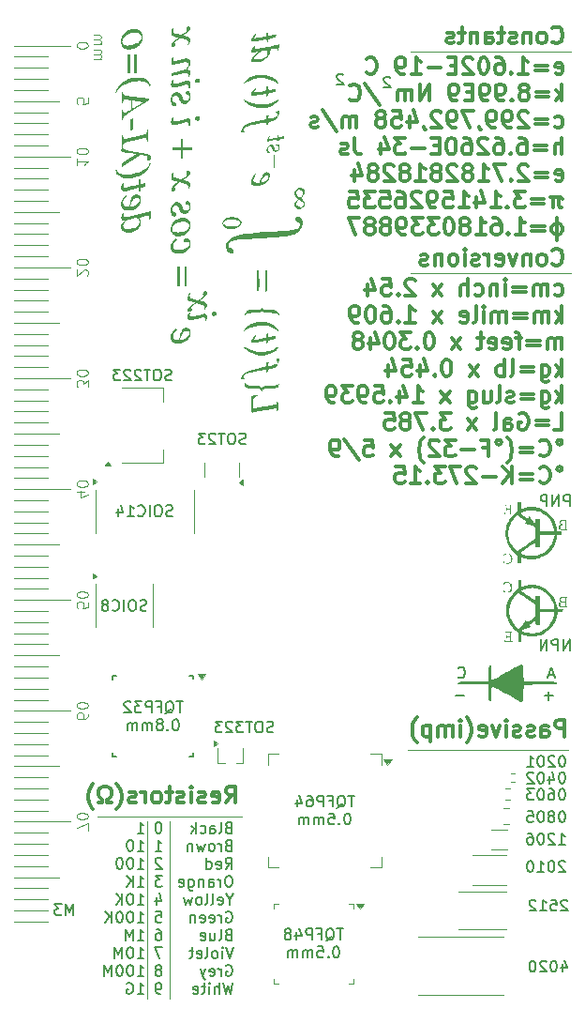
<source format=gbo>
%TF.GenerationSoftware,KiCad,Pcbnew,9.0.0*%
%TF.CreationDate,2025-12-20T00:19:53-05:00*%
%TF.ProjectId,BusinessCard,42757369-6e65-4737-9343-6172642e6b69,rev?*%
%TF.SameCoordinates,Original*%
%TF.FileFunction,Legend,Bot*%
%TF.FilePolarity,Positive*%
%FSLAX46Y46*%
G04 Gerber Fmt 4.6, Leading zero omitted, Abs format (unit mm)*
G04 Created by KiCad (PCBNEW 9.0.0) date 2025-12-20 00:19:53*
%MOMM*%
%LPD*%
G01*
G04 APERTURE LIST*
%ADD10C,0.200000*%
%ADD11C,0.187500*%
%ADD12C,0.250000*%
%ADD13C,0.100000*%
%ADD14C,0.300000*%
%ADD15C,0.120000*%
%ADD16C,0.150000*%
%ADD17C,0.000000*%
G04 APERTURE END LIST*
D10*
X140309523Y-128952219D02*
X140309523Y-127952219D01*
X140309523Y-127952219D02*
X139976190Y-128666504D01*
X139976190Y-128666504D02*
X139642857Y-127952219D01*
X139642857Y-127952219D02*
X139642857Y-128952219D01*
X139261904Y-127952219D02*
X138642857Y-127952219D01*
X138642857Y-127952219D02*
X138976190Y-128333171D01*
X138976190Y-128333171D02*
X138833333Y-128333171D01*
X138833333Y-128333171D02*
X138738095Y-128380790D01*
X138738095Y-128380790D02*
X138690476Y-128428409D01*
X138690476Y-128428409D02*
X138642857Y-128523647D01*
X138642857Y-128523647D02*
X138642857Y-128761742D01*
X138642857Y-128761742D02*
X138690476Y-128856980D01*
X138690476Y-128856980D02*
X138738095Y-128904600D01*
X138738095Y-128904600D02*
X138833333Y-128952219D01*
X138833333Y-128952219D02*
X139119047Y-128952219D01*
X139119047Y-128952219D02*
X139214285Y-128904600D01*
X139214285Y-128904600D02*
X139261904Y-128856980D01*
X164677945Y-53132457D02*
X164630326Y-53084838D01*
X164630326Y-53084838D02*
X164535088Y-53037219D01*
X164535088Y-53037219D02*
X164296993Y-53037219D01*
X164296993Y-53037219D02*
X164201755Y-53084838D01*
X164201755Y-53084838D02*
X164154136Y-53132457D01*
X164154136Y-53132457D02*
X164106517Y-53227695D01*
X164106517Y-53227695D02*
X164106517Y-53322933D01*
X164106517Y-53322933D02*
X164154136Y-53465790D01*
X164154136Y-53465790D02*
X164725564Y-54037219D01*
X164725564Y-54037219D02*
X164106517Y-54037219D01*
X168927945Y-53382457D02*
X168880326Y-53334838D01*
X168880326Y-53334838D02*
X168785088Y-53287219D01*
X168785088Y-53287219D02*
X168546993Y-53287219D01*
X168546993Y-53287219D02*
X168451755Y-53334838D01*
X168451755Y-53334838D02*
X168404136Y-53382457D01*
X168404136Y-53382457D02*
X168356517Y-53477695D01*
X168356517Y-53477695D02*
X168356517Y-53572933D01*
X168356517Y-53572933D02*
X168404136Y-53715790D01*
X168404136Y-53715790D02*
X168975564Y-54287219D01*
X168975564Y-54287219D02*
X168356517Y-54287219D01*
D11*
G36*
X150870394Y-74559054D02*
G01*
X150754989Y-74584699D01*
X150662177Y-74835812D01*
X150641837Y-74926901D01*
X150635921Y-74996249D01*
X150644877Y-75084531D01*
X150669234Y-75151153D01*
X150707209Y-75201260D01*
X150786184Y-75252175D01*
X150883217Y-75269495D01*
X150965648Y-75262626D01*
X151073726Y-75240339D01*
X151803554Y-75059294D01*
X151932392Y-75032885D01*
X152049171Y-75020062D01*
X152135709Y-75029689D01*
X152177093Y-75051661D01*
X152199140Y-75093076D01*
X152208845Y-75180652D01*
X152194343Y-75280486D01*
X152169766Y-75375283D01*
X152282575Y-75349637D01*
X152338037Y-75218830D01*
X152374166Y-75110737D01*
X152397818Y-75009615D01*
X152404239Y-74943278D01*
X152395554Y-74852353D01*
X152372461Y-74786764D01*
X152337377Y-74740099D01*
X152261337Y-74693565D01*
X152157248Y-74676901D01*
X152073137Y-74683770D01*
X151966892Y-74704226D01*
X151237827Y-74886797D01*
X151106546Y-74916717D01*
X151001064Y-74929540D01*
X150913868Y-74916975D01*
X150867341Y-74886034D01*
X150841684Y-74834128D01*
X150831315Y-74745136D01*
X150842764Y-74652172D01*
X150870394Y-74559054D01*
G37*
G36*
X153046292Y-74437696D02*
G01*
X152955406Y-74453531D01*
X152877001Y-74500894D01*
X152822745Y-74571987D01*
X152804797Y-74657972D01*
X152821697Y-74738462D01*
X152873643Y-74808334D01*
X152947956Y-74855950D01*
X153031027Y-74871532D01*
X153118456Y-74855763D01*
X153194212Y-74808334D01*
X153246882Y-74738389D01*
X153263974Y-74657972D01*
X153247264Y-74568848D01*
X153198486Y-74499214D01*
X153127346Y-74452935D01*
X153046292Y-74437696D01*
G37*
G36*
X152208539Y-72633962D02*
G01*
X152145573Y-72643413D01*
X152097579Y-72667631D01*
X152060925Y-72706625D01*
X152025263Y-72780845D01*
X152013450Y-72861108D01*
X152031616Y-72977276D01*
X152061841Y-73079706D01*
X151983677Y-73157132D01*
X151860646Y-73258155D01*
X151722766Y-73355743D01*
X151567554Y-73450191D01*
X151290491Y-73376766D01*
X151059682Y-73306699D01*
X150964510Y-73264019D01*
X150893444Y-73205033D01*
X150847627Y-73127253D01*
X150831315Y-73023224D01*
X150843374Y-72910567D01*
X150870394Y-72799590D01*
X150756363Y-72830273D01*
X150666451Y-73077110D01*
X150651030Y-73161816D01*
X150645690Y-73255560D01*
X150660129Y-73367528D01*
X150700187Y-73452786D01*
X150742910Y-73496403D01*
X150814319Y-73538573D01*
X150925043Y-73578266D01*
X151134176Y-73633831D01*
X151302398Y-73675658D01*
X151101661Y-73805565D01*
X150874515Y-73976229D01*
X150762609Y-74082157D01*
X150697745Y-74167655D01*
X150658339Y-74256797D01*
X150645690Y-74345189D01*
X150657821Y-74419582D01*
X150692554Y-74477538D01*
X150747057Y-74515977D01*
X150822766Y-74529592D01*
X150896707Y-74514392D01*
X150959848Y-74468073D01*
X151001733Y-74397776D01*
X151016939Y-74299088D01*
X151012075Y-74245199D01*
X150997400Y-74192384D01*
X150960764Y-74083849D01*
X151150815Y-73912268D01*
X151286639Y-73810576D01*
X151444670Y-73713210D01*
X151709521Y-73784193D01*
X151962617Y-73856703D01*
X152084632Y-73909585D01*
X152140151Y-73959132D01*
X152169034Y-74022845D01*
X152179535Y-74107663D01*
X152166407Y-74212840D01*
X152140457Y-74316032D01*
X152251740Y-74283517D01*
X152340278Y-74047060D01*
X152368435Y-73949646D01*
X152374930Y-73904483D01*
X152359917Y-73794179D01*
X152317838Y-73708936D01*
X152273801Y-73665002D01*
X152203283Y-73623395D01*
X152097256Y-73585136D01*
X151865836Y-73522854D01*
X151700972Y-73486065D01*
X151914379Y-73352952D01*
X152007217Y-73291632D01*
X152145799Y-73185493D01*
X152267385Y-73075243D01*
X152333561Y-72986588D01*
X152372624Y-72894710D01*
X152384699Y-72811496D01*
X152372226Y-72741776D01*
X152335393Y-72684337D01*
X152279770Y-72645907D01*
X152208539Y-72633962D01*
G37*
D12*
G36*
X150644862Y-75931941D02*
G01*
X150729471Y-75970998D01*
X150803336Y-76037290D01*
X150855925Y-76122441D01*
X150891022Y-76240493D01*
X150904239Y-76401823D01*
X150893102Y-76547420D01*
X150860445Y-76681993D01*
X150806542Y-76807571D01*
X150734152Y-76924093D01*
X150648625Y-77027032D01*
X150549323Y-77117454D01*
X150378017Y-77231676D01*
X150190134Y-77314680D01*
X149989870Y-77365119D01*
X149777669Y-77382152D01*
X149621438Y-77370807D01*
X149492056Y-77339122D01*
X149384784Y-77289454D01*
X149295900Y-77222479D01*
X149224215Y-77137649D01*
X149171547Y-77035036D01*
X149138111Y-76910968D01*
X149126151Y-76760554D01*
X149139650Y-76617020D01*
X149180464Y-76476029D01*
X149250409Y-76335419D01*
X149342095Y-76206841D01*
X149452218Y-76093276D01*
X149582274Y-75993784D01*
X149653715Y-76091176D01*
X149499645Y-76223740D01*
X149397718Y-76348242D01*
X149350420Y-76438611D01*
X149321669Y-76538301D01*
X149311775Y-76649576D01*
X149328532Y-76770769D01*
X149375924Y-76866319D01*
X149454810Y-76942515D01*
X149555422Y-76994662D01*
X149690180Y-77029392D01*
X149868649Y-77042349D01*
X149870369Y-77032122D01*
X149985886Y-77032122D01*
X150208336Y-76985278D01*
X150397181Y-76911653D01*
X150557567Y-76812761D01*
X150664909Y-76716627D01*
X150734781Y-76622759D01*
X150774171Y-76529535D01*
X150787002Y-76434337D01*
X150781812Y-76364423D01*
X150755709Y-76299393D01*
X150732444Y-76273622D01*
X150697548Y-76251613D01*
X150654431Y-76238103D01*
X150590692Y-76232837D01*
X150484783Y-76241008D01*
X150392540Y-76264374D01*
X150311645Y-76301988D01*
X150239903Y-76354645D01*
X150176049Y-76424127D01*
X150119761Y-76512953D01*
X150074331Y-76619643D01*
X150035345Y-76762386D01*
X149985886Y-77032122D01*
X149870369Y-77032122D01*
X149928947Y-76683770D01*
X149970630Y-76522698D01*
X150023743Y-76362591D01*
X150084651Y-76223259D01*
X150154376Y-76114773D01*
X150232266Y-76032100D01*
X150324915Y-75969209D01*
X150428347Y-75931489D01*
X150545812Y-75918527D01*
X150644862Y-75931941D01*
G37*
G36*
X150337595Y-70451914D02*
G01*
X150337595Y-72175047D01*
X150552529Y-72175047D01*
X150552529Y-70451914D01*
X150337595Y-70451914D01*
G37*
G36*
X149702564Y-70451914D02*
G01*
X149702564Y-72175047D01*
X149917498Y-72175047D01*
X149917498Y-70451914D01*
X149702564Y-70451914D01*
G37*
G36*
X149126151Y-68628641D02*
G01*
X149138139Y-68776591D01*
X149172084Y-68902112D01*
X149226293Y-69009228D01*
X149300937Y-69100946D01*
X149393103Y-69173944D01*
X149503993Y-69227773D01*
X149637404Y-69261981D01*
X149798277Y-69274206D01*
X150008958Y-69257658D01*
X150208910Y-69208565D01*
X150395811Y-69128966D01*
X150557872Y-69024925D01*
X150652723Y-68940172D01*
X150735721Y-68841294D01*
X150807305Y-68726949D01*
X150860723Y-68603682D01*
X150893155Y-68470861D01*
X150904239Y-68326391D01*
X150891068Y-68166478D01*
X150855593Y-68045665D01*
X150801657Y-67955142D01*
X150726065Y-67883524D01*
X150641072Y-67841957D01*
X150543065Y-67827830D01*
X150431710Y-67842126D01*
X150337748Y-67883395D01*
X150288884Y-67926424D01*
X150259880Y-67980653D01*
X150249668Y-68049786D01*
X150262239Y-68133627D01*
X150295616Y-68188088D01*
X150345077Y-68223108D01*
X150397588Y-68234189D01*
X150455994Y-68226281D01*
X150546423Y-68196637D01*
X150698617Y-68136950D01*
X150736940Y-68165490D01*
X150765784Y-68220603D01*
X150781664Y-68286565D01*
X150787002Y-68355547D01*
X150771557Y-68462335D01*
X150724657Y-68562766D01*
X150641723Y-68660139D01*
X150513756Y-68755953D01*
X150374849Y-68827316D01*
X150218814Y-68879835D01*
X150043016Y-68912695D01*
X149844378Y-68924175D01*
X149684367Y-68910721D01*
X149556988Y-68873620D01*
X149455573Y-68815792D01*
X149375429Y-68734647D01*
X149328147Y-68638658D01*
X149311775Y-68522854D01*
X149321947Y-68415246D01*
X149351695Y-68317823D01*
X149401077Y-68228388D01*
X149504930Y-68106146D01*
X149653715Y-67981550D01*
X149582274Y-67884159D01*
X149465907Y-67970638D01*
X149359099Y-68076740D01*
X149261400Y-68204422D01*
X149185157Y-68344023D01*
X149140817Y-68484597D01*
X149126151Y-68628641D01*
G37*
G36*
X150380794Y-66048584D02*
G01*
X150509427Y-66081813D01*
X150621084Y-66135124D01*
X150718462Y-66208653D01*
X150797990Y-66300161D01*
X150855528Y-66407608D01*
X150891517Y-66534156D01*
X150904239Y-66684163D01*
X150893863Y-66828878D01*
X150863285Y-66964692D01*
X150812648Y-67093270D01*
X150744325Y-67213692D01*
X150664287Y-67318815D01*
X150572221Y-67410022D01*
X150412970Y-67522658D01*
X150226465Y-67611523D01*
X150093432Y-67652866D01*
X149952402Y-67678050D01*
X149802093Y-67686627D01*
X149648572Y-67674508D01*
X149517741Y-67640154D01*
X149405618Y-67585290D01*
X149309180Y-67509856D01*
X149229841Y-67415890D01*
X149173201Y-67309632D01*
X149138312Y-67188662D01*
X149126151Y-67049611D01*
X149129707Y-66998473D01*
X149243387Y-66998473D01*
X149258291Y-67105616D01*
X149300216Y-67188771D01*
X149369783Y-67253859D01*
X149458482Y-67297639D01*
X149579586Y-67327165D01*
X149742406Y-67338276D01*
X149900357Y-67330569D01*
X150080530Y-67305914D01*
X150257924Y-67263252D01*
X150413616Y-67203332D01*
X150540073Y-67134744D01*
X150633262Y-67062676D01*
X150699228Y-66987329D01*
X150748628Y-66900449D01*
X150777435Y-66811963D01*
X150787002Y-66720189D01*
X150772778Y-66618340D01*
X150732349Y-66537195D01*
X150664728Y-66471672D01*
X150578660Y-66427008D01*
X150459757Y-66396824D01*
X150298211Y-66385423D01*
X150103785Y-66395335D01*
X149915361Y-66424808D01*
X149735791Y-66473752D01*
X149584106Y-66537465D01*
X149447838Y-66622944D01*
X149339711Y-66728737D01*
X149286011Y-66811393D01*
X149254182Y-66900528D01*
X149243387Y-66998473D01*
X149129707Y-66998473D01*
X149137316Y-66889051D01*
X149169393Y-66746862D01*
X149221100Y-66620202D01*
X149291644Y-66502207D01*
X149375596Y-66396903D01*
X149473586Y-66303297D01*
X149636951Y-66189676D01*
X149827739Y-66105307D01*
X150031023Y-66053793D01*
X150231655Y-66036919D01*
X150380794Y-66048584D01*
G37*
G36*
X149126151Y-65304649D02*
G01*
X149137055Y-65471393D01*
X149167489Y-65610170D01*
X149214994Y-65725662D01*
X149284993Y-65823786D01*
X149361452Y-65876664D01*
X149447941Y-65893885D01*
X149512399Y-65881932D01*
X149574795Y-65844426D01*
X149619625Y-65788675D01*
X149634176Y-65723067D01*
X149625730Y-65659572D01*
X149602577Y-65613005D01*
X149567913Y-65575363D01*
X149528388Y-65547213D01*
X149422448Y-65502028D01*
X149321851Y-65468597D01*
X149268117Y-65397766D01*
X149250423Y-65346746D01*
X149243387Y-65267096D01*
X149255135Y-65147673D01*
X149287133Y-65056822D01*
X149336963Y-64987896D01*
X149404827Y-64936305D01*
X149487843Y-64904430D01*
X149590365Y-64893100D01*
X149663690Y-64903243D01*
X149724585Y-64932507D01*
X149776142Y-64981943D01*
X149838548Y-65083816D01*
X149903759Y-65246641D01*
X149966346Y-65395171D01*
X150011612Y-65474709D01*
X150056258Y-65531795D01*
X150116037Y-65587188D01*
X150186470Y-65630866D01*
X150266488Y-65658555D01*
X150364615Y-65668418D01*
X150468942Y-65656572D01*
X150565473Y-65621357D01*
X150656643Y-65561377D01*
X150743954Y-65472871D01*
X150813148Y-65371180D01*
X150862933Y-65258593D01*
X150893607Y-65133108D01*
X150904239Y-64992171D01*
X150897370Y-64848678D01*
X150885106Y-64770465D01*
X150859817Y-64679540D01*
X150825431Y-64604530D01*
X150778606Y-64542916D01*
X150717780Y-64501015D01*
X150639388Y-64486588D01*
X150572975Y-64498177D01*
X150512076Y-64533605D01*
X150469291Y-64587667D01*
X150454832Y-64657405D01*
X150462178Y-64716694D01*
X150482462Y-64761666D01*
X150514565Y-64798803D01*
X150556956Y-64829902D01*
X150657248Y-64874323D01*
X150762731Y-64911876D01*
X150781812Y-64969883D01*
X150787002Y-65038271D01*
X150775676Y-65146080D01*
X150744627Y-65228625D01*
X150695717Y-65291826D01*
X150630787Y-65339961D01*
X150559449Y-65368397D01*
X150479409Y-65378074D01*
X150403163Y-65368689D01*
X150344318Y-65342608D01*
X150298669Y-65300375D01*
X150242209Y-65208115D01*
X150172732Y-65043309D01*
X150108678Y-64891435D01*
X150044568Y-64781962D01*
X149981001Y-64706101D01*
X149903681Y-64647948D01*
X149815681Y-64613104D01*
X149713708Y-64601077D01*
X149587883Y-64613920D01*
X149477248Y-64651141D01*
X149378529Y-64712666D01*
X149289641Y-64800898D01*
X149219572Y-64904645D01*
X149168744Y-65021510D01*
X149137171Y-65153852D01*
X149126151Y-65304649D01*
G37*
G36*
X150708539Y-61747710D02*
G01*
X150645573Y-61757161D01*
X150597579Y-61781379D01*
X150560925Y-61820372D01*
X150525263Y-61894592D01*
X150513450Y-61974856D01*
X150531616Y-62091024D01*
X150561841Y-62193453D01*
X150483677Y-62270880D01*
X150360646Y-62371903D01*
X150222766Y-62469490D01*
X150067554Y-62563939D01*
X149790491Y-62490513D01*
X149559682Y-62420446D01*
X149464510Y-62377767D01*
X149393444Y-62318780D01*
X149347627Y-62241000D01*
X149331315Y-62136972D01*
X149343374Y-62024315D01*
X149370394Y-61913337D01*
X149256363Y-61944020D01*
X149166451Y-62190858D01*
X149151030Y-62275563D01*
X149145690Y-62369308D01*
X149160129Y-62481275D01*
X149200187Y-62566534D01*
X149242910Y-62610150D01*
X149314319Y-62652320D01*
X149425043Y-62692014D01*
X149634176Y-62747579D01*
X149802398Y-62789405D01*
X149601661Y-62919312D01*
X149374515Y-63089977D01*
X149262609Y-63195905D01*
X149197745Y-63281402D01*
X149158339Y-63370544D01*
X149145690Y-63458936D01*
X149157821Y-63533329D01*
X149192554Y-63591285D01*
X149247057Y-63629724D01*
X149322766Y-63643340D01*
X149396707Y-63628139D01*
X149459848Y-63581821D01*
X149501733Y-63511523D01*
X149516939Y-63412835D01*
X149512075Y-63358946D01*
X149497400Y-63306132D01*
X149460764Y-63197596D01*
X149650815Y-63026016D01*
X149786639Y-62924324D01*
X149944670Y-62826958D01*
X150209521Y-62897941D01*
X150462617Y-62970450D01*
X150584632Y-63023332D01*
X150640151Y-63072880D01*
X150669034Y-63136593D01*
X150679535Y-63221410D01*
X150666407Y-63326587D01*
X150640457Y-63429780D01*
X150751740Y-63397265D01*
X150840278Y-63160807D01*
X150868435Y-63063394D01*
X150874930Y-63018230D01*
X150859917Y-62907926D01*
X150817838Y-62822684D01*
X150773801Y-62778750D01*
X150703283Y-62737142D01*
X150597256Y-62698883D01*
X150365836Y-62636601D01*
X150200972Y-62599812D01*
X150414379Y-62466700D01*
X150507217Y-62405379D01*
X150645799Y-62299241D01*
X150767385Y-62188990D01*
X150833561Y-62100335D01*
X150872624Y-62008457D01*
X150884699Y-61925244D01*
X150872226Y-61855523D01*
X150835393Y-61798085D01*
X150779770Y-61759654D01*
X150708539Y-61747710D01*
G37*
G36*
X150024965Y-58933422D02*
G01*
X150024965Y-59703702D01*
X149253157Y-59703702D01*
X149253157Y-59920621D01*
X150024965Y-59920621D01*
X150024965Y-60690749D01*
X150239898Y-60690749D01*
X150239898Y-59920621D01*
X151011706Y-59920621D01*
X151011706Y-59703702D01*
X150239898Y-59703702D01*
X150239898Y-58933422D01*
X150024965Y-58933422D01*
G37*
G36*
X149370394Y-56946353D02*
G01*
X149254989Y-56971999D01*
X149162177Y-57223111D01*
X149141837Y-57314201D01*
X149135921Y-57383548D01*
X149144877Y-57471830D01*
X149169234Y-57538453D01*
X149207209Y-57588559D01*
X149286184Y-57639474D01*
X149383217Y-57656795D01*
X149465648Y-57649925D01*
X149573726Y-57627638D01*
X150303554Y-57446593D01*
X150432392Y-57420184D01*
X150549171Y-57407362D01*
X150635709Y-57416989D01*
X150677093Y-57438961D01*
X150699140Y-57480376D01*
X150708845Y-57567951D01*
X150694343Y-57667786D01*
X150669766Y-57762582D01*
X150782575Y-57736937D01*
X150838037Y-57606129D01*
X150874166Y-57498037D01*
X150897818Y-57396915D01*
X150904239Y-57330578D01*
X150895554Y-57239653D01*
X150872461Y-57174063D01*
X150837377Y-57127398D01*
X150761337Y-57080864D01*
X150657248Y-57064200D01*
X150573137Y-57071070D01*
X150466892Y-57091525D01*
X149737827Y-57274097D01*
X149606546Y-57304016D01*
X149501064Y-57316839D01*
X149413868Y-57304274D01*
X149367341Y-57273333D01*
X149341684Y-57221427D01*
X149331315Y-57132436D01*
X149342764Y-57039471D01*
X149370394Y-56946353D01*
G37*
G36*
X151546292Y-56824995D02*
G01*
X151455406Y-56840831D01*
X151377001Y-56888193D01*
X151322745Y-56959286D01*
X151304797Y-57045272D01*
X151321697Y-57125761D01*
X151373643Y-57195634D01*
X151447956Y-57243250D01*
X151531027Y-57258831D01*
X151618456Y-57243062D01*
X151694212Y-57195634D01*
X151746882Y-57125689D01*
X151763974Y-57045272D01*
X151747264Y-56956148D01*
X151698486Y-56886514D01*
X151627346Y-56840235D01*
X151546292Y-56824995D01*
G37*
G36*
X149126151Y-55385947D02*
G01*
X149137055Y-55552691D01*
X149167489Y-55691468D01*
X149214994Y-55806960D01*
X149284993Y-55905084D01*
X149361452Y-55957962D01*
X149447941Y-55975183D01*
X149512399Y-55963230D01*
X149574795Y-55925724D01*
X149619625Y-55869973D01*
X149634176Y-55804365D01*
X149625730Y-55740870D01*
X149602577Y-55694303D01*
X149567913Y-55656661D01*
X149528388Y-55628510D01*
X149422448Y-55583326D01*
X149321851Y-55549895D01*
X149268117Y-55479064D01*
X149250423Y-55428044D01*
X149243387Y-55348394D01*
X149255135Y-55228971D01*
X149287133Y-55138120D01*
X149336963Y-55069194D01*
X149404827Y-55017603D01*
X149487843Y-54985728D01*
X149590365Y-54974398D01*
X149663690Y-54984541D01*
X149724585Y-55013805D01*
X149776142Y-55063241D01*
X149838548Y-55165114D01*
X149903759Y-55327939D01*
X149966346Y-55476469D01*
X150011612Y-55556007D01*
X150056258Y-55613093D01*
X150116037Y-55668486D01*
X150186470Y-55712164D01*
X150266488Y-55739853D01*
X150364615Y-55749716D01*
X150468942Y-55737870D01*
X150565473Y-55702655D01*
X150656643Y-55642675D01*
X150743954Y-55554169D01*
X150813148Y-55452478D01*
X150862933Y-55339891D01*
X150893607Y-55214406D01*
X150904239Y-55073469D01*
X150897370Y-54929976D01*
X150885106Y-54851763D01*
X150859817Y-54760838D01*
X150825431Y-54685828D01*
X150778606Y-54624214D01*
X150717780Y-54582313D01*
X150639388Y-54567886D01*
X150572975Y-54579475D01*
X150512076Y-54614903D01*
X150469291Y-54668965D01*
X150454832Y-54738703D01*
X150462178Y-54797992D01*
X150482462Y-54842964D01*
X150514565Y-54880100D01*
X150556956Y-54911200D01*
X150657248Y-54955621D01*
X150762731Y-54993174D01*
X150781812Y-55051181D01*
X150787002Y-55119569D01*
X150775676Y-55227378D01*
X150744627Y-55309923D01*
X150695717Y-55373124D01*
X150630787Y-55421259D01*
X150559449Y-55449695D01*
X150479409Y-55459372D01*
X150403163Y-55449987D01*
X150344318Y-55423906D01*
X150298669Y-55381673D01*
X150242209Y-55289413D01*
X150172732Y-55124607D01*
X150108678Y-54972733D01*
X150044568Y-54863260D01*
X149981001Y-54787399D01*
X149903681Y-54729246D01*
X149815681Y-54694402D01*
X149713708Y-54682375D01*
X149587883Y-54695218D01*
X149477248Y-54732439D01*
X149378529Y-54793964D01*
X149289641Y-54882196D01*
X149219572Y-54985943D01*
X149168744Y-55102808D01*
X149137171Y-55235150D01*
X149126151Y-55385947D01*
G37*
G36*
X149370394Y-53556263D02*
G01*
X149254989Y-53581908D01*
X149162177Y-53833020D01*
X149141837Y-53924110D01*
X149135921Y-53993457D01*
X149144877Y-54081739D01*
X149169234Y-54148362D01*
X149207209Y-54198469D01*
X149286184Y-54249384D01*
X149383217Y-54266704D01*
X149465648Y-54259835D01*
X149573726Y-54237547D01*
X150303554Y-54056502D01*
X150432392Y-54030094D01*
X150549171Y-54017271D01*
X150635709Y-54026898D01*
X150677093Y-54048870D01*
X150699140Y-54090285D01*
X150708845Y-54177861D01*
X150694343Y-54277695D01*
X150669766Y-54372492D01*
X150782575Y-54346846D01*
X150838037Y-54216038D01*
X150874166Y-54107946D01*
X150897818Y-54006824D01*
X150904239Y-53940487D01*
X150895554Y-53849562D01*
X150872461Y-53783973D01*
X150837377Y-53737308D01*
X150761337Y-53690774D01*
X150657248Y-53674110D01*
X150573137Y-53680979D01*
X150466892Y-53701434D01*
X149737827Y-53884006D01*
X149606546Y-53913926D01*
X149501064Y-53926748D01*
X149413868Y-53914184D01*
X149367341Y-53883243D01*
X149341684Y-53831336D01*
X149331315Y-53742345D01*
X149342764Y-53649380D01*
X149370394Y-53556263D01*
G37*
G36*
X151546292Y-53434904D02*
G01*
X151455406Y-53450740D01*
X151377001Y-53498102D01*
X151322745Y-53569196D01*
X151304797Y-53655181D01*
X151321697Y-53735670D01*
X151373643Y-53805543D01*
X151447956Y-53853159D01*
X151531027Y-53868741D01*
X151618456Y-53852972D01*
X151694212Y-53805543D01*
X151746882Y-53735598D01*
X151763974Y-53655181D01*
X151747264Y-53566057D01*
X151698486Y-53496423D01*
X151627346Y-53450144D01*
X151546292Y-53434904D01*
G37*
G36*
X149380163Y-51494548D02*
G01*
X149267354Y-51520193D01*
X149174847Y-51759246D01*
X149152920Y-51845390D01*
X149145690Y-51931742D01*
X149154663Y-52020011D01*
X149179069Y-52086634D01*
X149217131Y-52136754D01*
X149296423Y-52187660D01*
X149393902Y-52204989D01*
X149477403Y-52198120D01*
X149585175Y-52175833D01*
X150227991Y-52008526D01*
X150362478Y-51978606D01*
X150458954Y-51967463D01*
X150565673Y-51982200D01*
X150641525Y-52022265D01*
X150678009Y-52063109D01*
X150700668Y-52115890D01*
X150708845Y-52184381D01*
X150692679Y-52289697D01*
X150637862Y-52418396D01*
X150553377Y-52541591D01*
X150432392Y-52662639D01*
X149175000Y-52951151D01*
X149175000Y-53268819D01*
X150283709Y-53014349D01*
X150402625Y-52989619D01*
X150528410Y-52973438D01*
X150614695Y-52983273D01*
X150656790Y-53005953D01*
X150679430Y-53048079D01*
X150689305Y-53135554D01*
X150674651Y-53231267D01*
X150650226Y-53321789D01*
X150763036Y-53296144D01*
X150818658Y-53165823D01*
X150854627Y-53060602D01*
X150877911Y-52960946D01*
X150884699Y-52884595D01*
X150875263Y-52797890D01*
X150850027Y-52735698D01*
X150810969Y-52691643D01*
X150727564Y-52648524D01*
X150607178Y-52630124D01*
X150607178Y-52619897D01*
X150745118Y-52435552D01*
X150831271Y-52295359D01*
X150871250Y-52201809D01*
X150895778Y-52098828D01*
X150904239Y-51984560D01*
X150892739Y-51879216D01*
X150860651Y-51795458D01*
X150809137Y-51728410D01*
X150740838Y-51678032D01*
X150659112Y-51647112D01*
X150560162Y-51636209D01*
X150450558Y-51645673D01*
X150294700Y-51675440D01*
X149745154Y-51818933D01*
X149619216Y-51848852D01*
X149508849Y-51863354D01*
X149421842Y-51850984D01*
X149376195Y-51820765D01*
X149351245Y-51769599D01*
X149341085Y-51680630D01*
X149353755Y-51587665D01*
X149380163Y-51494548D01*
G37*
G36*
X150708539Y-48724681D02*
G01*
X150645573Y-48734132D01*
X150597579Y-48758350D01*
X150560925Y-48797343D01*
X150525263Y-48871563D01*
X150513450Y-48951827D01*
X150531616Y-49067995D01*
X150561841Y-49170424D01*
X150483677Y-49247851D01*
X150360646Y-49348874D01*
X150222766Y-49446462D01*
X150067554Y-49540910D01*
X149790491Y-49467485D01*
X149559682Y-49397418D01*
X149464510Y-49354738D01*
X149393444Y-49295751D01*
X149347627Y-49217971D01*
X149331315Y-49113943D01*
X149343374Y-49001286D01*
X149370394Y-48890308D01*
X149256363Y-48920991D01*
X149166451Y-49167829D01*
X149151030Y-49252534D01*
X149145690Y-49346279D01*
X149160129Y-49458246D01*
X149200187Y-49543505D01*
X149242910Y-49587122D01*
X149314319Y-49629291D01*
X149425043Y-49668985D01*
X149634176Y-49724550D01*
X149802398Y-49766377D01*
X149601661Y-49896284D01*
X149374515Y-50066948D01*
X149262609Y-50172876D01*
X149197745Y-50258374D01*
X149158339Y-50347516D01*
X149145690Y-50435908D01*
X149157821Y-50510301D01*
X149192554Y-50568257D01*
X149247057Y-50606696D01*
X149322766Y-50620311D01*
X149396707Y-50605111D01*
X149459848Y-50558792D01*
X149501733Y-50488494D01*
X149516939Y-50389807D01*
X149512075Y-50335917D01*
X149497400Y-50283103D01*
X149460764Y-50174568D01*
X149650815Y-50002987D01*
X149786639Y-49901295D01*
X149944670Y-49803929D01*
X150209521Y-49874912D01*
X150462617Y-49947422D01*
X150584632Y-50000303D01*
X150640151Y-50049851D01*
X150669034Y-50113564D01*
X150679535Y-50198381D01*
X150666407Y-50303558D01*
X150640457Y-50406751D01*
X150751740Y-50374236D01*
X150840278Y-50137779D01*
X150868435Y-50040365D01*
X150874930Y-49995202D01*
X150859917Y-49884897D01*
X150817838Y-49799655D01*
X150773801Y-49755721D01*
X150703283Y-49714113D01*
X150597256Y-49675854D01*
X150365836Y-49613572D01*
X150200972Y-49576783D01*
X150414379Y-49443671D01*
X150507217Y-49382350D01*
X150645799Y-49276212D01*
X150767385Y-49165962D01*
X150833561Y-49077307D01*
X150872624Y-48985428D01*
X150884699Y-48902215D01*
X150872226Y-48832495D01*
X150835393Y-48775056D01*
X150779770Y-48736626D01*
X150708539Y-48724681D01*
G37*
G36*
X147322592Y-65455840D02*
G01*
X147283513Y-66147352D01*
X147176046Y-66171318D01*
X147164139Y-66041564D01*
X147143837Y-65928755D01*
X147123790Y-65888750D01*
X147096209Y-65859756D01*
X147059241Y-65841782D01*
X147002786Y-65834874D01*
X146946763Y-65839148D01*
X146875475Y-65853650D01*
X146297993Y-65986915D01*
X146337536Y-66068268D01*
X146373403Y-66178188D01*
X146396566Y-66295052D01*
X146404239Y-66412203D01*
X146393930Y-66540856D01*
X146363031Y-66665890D01*
X146310816Y-66788795D01*
X146202641Y-66956370D01*
X146066420Y-67096999D01*
X145900350Y-67213948D01*
X145709826Y-67304453D01*
X145505541Y-67361433D01*
X145293087Y-67380473D01*
X145091817Y-67362997D01*
X144932125Y-67314810D01*
X144805364Y-67239576D01*
X144727174Y-67162726D01*
X144671942Y-67074128D01*
X144638020Y-66971448D01*
X144626151Y-66851077D01*
X144633573Y-66754887D01*
X144643203Y-66719491D01*
X144821545Y-66719491D01*
X144831584Y-66812289D01*
X144858334Y-66878401D01*
X144901816Y-66931203D01*
X144958779Y-66970603D01*
X145029897Y-66998978D01*
X145108073Y-67016704D01*
X145293392Y-67028611D01*
X145479588Y-67015920D01*
X145666625Y-66977472D01*
X145843507Y-66915838D01*
X145985057Y-66840696D01*
X146110362Y-66743245D01*
X146204570Y-66635075D01*
X146251006Y-66553981D01*
X146278037Y-66471618D01*
X146287002Y-66386405D01*
X146279501Y-66304776D01*
X146258609Y-66238790D01*
X146225973Y-66181115D01*
X146187473Y-66137124D01*
X146102446Y-66080796D01*
X146005512Y-66055150D01*
X145075558Y-66270389D01*
X144949981Y-66406501D01*
X144878179Y-66515548D01*
X144834716Y-66625180D01*
X144821545Y-66719491D01*
X144643203Y-66719491D01*
X144653628Y-66681175D01*
X144732702Y-66530050D01*
X144824598Y-66405334D01*
X144909625Y-66307942D01*
X144909625Y-66296035D01*
X144822361Y-66286875D01*
X144757653Y-66262098D01*
X144709957Y-66223525D01*
X144662762Y-66141272D01*
X144645690Y-66027826D01*
X144652039Y-65946311D01*
X144672404Y-65853650D01*
X144706330Y-65754646D01*
X144766438Y-65616277D01*
X144880163Y-65590631D01*
X144853449Y-65682985D01*
X144841085Y-65775034D01*
X144851269Y-65863760D01*
X144876042Y-65913490D01*
X144921473Y-65942454D01*
X145008544Y-65954400D01*
X145118758Y-65939898D01*
X145247902Y-65911658D01*
X147296946Y-65438743D01*
X147322592Y-65455840D01*
G37*
G36*
X146144862Y-63919380D02*
G01*
X146229471Y-63958437D01*
X146303336Y-64024729D01*
X146355925Y-64109880D01*
X146391022Y-64227932D01*
X146404239Y-64389262D01*
X146393102Y-64534859D01*
X146360445Y-64669432D01*
X146306542Y-64795010D01*
X146234152Y-64911532D01*
X146148625Y-65014471D01*
X146049323Y-65104893D01*
X145878017Y-65219114D01*
X145690134Y-65302119D01*
X145489870Y-65352558D01*
X145277669Y-65369591D01*
X145121438Y-65358246D01*
X144992056Y-65326561D01*
X144884784Y-65276893D01*
X144795900Y-65209918D01*
X144724215Y-65125088D01*
X144671547Y-65022475D01*
X144638111Y-64898407D01*
X144626151Y-64747993D01*
X144639650Y-64604459D01*
X144680464Y-64463468D01*
X144750409Y-64322858D01*
X144842095Y-64194279D01*
X144952218Y-64080715D01*
X145082274Y-63981223D01*
X145153715Y-64078615D01*
X144999645Y-64211179D01*
X144897718Y-64335681D01*
X144850420Y-64426050D01*
X144821669Y-64525740D01*
X144811775Y-64637015D01*
X144828532Y-64758207D01*
X144875924Y-64853758D01*
X144954810Y-64929954D01*
X145055422Y-64982101D01*
X145190180Y-65016831D01*
X145368649Y-65029788D01*
X145370369Y-65019561D01*
X145485886Y-65019561D01*
X145708336Y-64972717D01*
X145897181Y-64899092D01*
X146057567Y-64800200D01*
X146164909Y-64704066D01*
X146234781Y-64610198D01*
X146274171Y-64516974D01*
X146287002Y-64421776D01*
X146281812Y-64351862D01*
X146255709Y-64286832D01*
X146232444Y-64261061D01*
X146197548Y-64239052D01*
X146154431Y-64225542D01*
X146090692Y-64220276D01*
X145984783Y-64228447D01*
X145892540Y-64251813D01*
X145811645Y-64289427D01*
X145739903Y-64342084D01*
X145676049Y-64411566D01*
X145619761Y-64500392D01*
X145574331Y-64607082D01*
X145535345Y-64749825D01*
X145485886Y-65019561D01*
X145370369Y-65019561D01*
X145428947Y-64671209D01*
X145470630Y-64510137D01*
X145523743Y-64350030D01*
X145584651Y-64210698D01*
X145654376Y-64102212D01*
X145732266Y-64019539D01*
X145824915Y-63956648D01*
X145928347Y-63918928D01*
X146045812Y-63905966D01*
X146144862Y-63919380D01*
G37*
G36*
X144635921Y-63321310D02*
G01*
X144644680Y-63427794D01*
X144667784Y-63504457D01*
X144702172Y-63558683D01*
X144751111Y-63599379D01*
X144813272Y-63624687D01*
X144892681Y-63633788D01*
X144967633Y-63628750D01*
X145047775Y-63615012D01*
X146199075Y-63350314D01*
X146199075Y-63654396D01*
X146355390Y-63618523D01*
X146355390Y-63307724D01*
X146853646Y-63188197D01*
X146853646Y-62880757D01*
X146355390Y-62996925D01*
X146355390Y-62520346D01*
X146199075Y-62556219D01*
X146199075Y-63029287D01*
X145246375Y-63247884D01*
X145119216Y-63273530D01*
X145014650Y-63283757D01*
X144928697Y-63270787D01*
X144875431Y-63236893D01*
X144844358Y-63178164D01*
X144831315Y-63066839D01*
X144842306Y-62942275D01*
X144870394Y-62817559D01*
X144747204Y-62846563D01*
X144668893Y-63072029D01*
X144644728Y-63183060D01*
X144635921Y-63321310D01*
G37*
G36*
X147283513Y-61070765D02*
G01*
X147156507Y-61098089D01*
X147115291Y-61237848D01*
X147040326Y-61375153D01*
X146926766Y-61512233D01*
X146791958Y-61630753D01*
X146622231Y-61743947D01*
X146412024Y-61851273D01*
X146220201Y-61928061D01*
X146003630Y-61995001D01*
X145759743Y-62051094D01*
X145394332Y-62105422D01*
X145056171Y-62122841D01*
X144833547Y-62109505D01*
X144652104Y-62072709D01*
X144504793Y-62016137D01*
X144406865Y-61953647D01*
X144332461Y-61876502D01*
X144278722Y-61783146D01*
X144245132Y-61670228D01*
X144118126Y-61699232D01*
X144155677Y-61869655D01*
X144220696Y-62015302D01*
X144312954Y-62140395D01*
X144434726Y-62247557D01*
X144573737Y-62328587D01*
X144738975Y-62389387D01*
X144935238Y-62428298D01*
X145168217Y-62442188D01*
X145510197Y-62425041D01*
X145822153Y-62375386D01*
X146107532Y-62295235D01*
X146369391Y-62185671D01*
X146610319Y-62046820D01*
X146804396Y-61901333D01*
X146961135Y-61749936D01*
X147084767Y-61592337D01*
X147178511Y-61427657D01*
X147244465Y-61254448D01*
X147283513Y-61070765D01*
G37*
G36*
X144821545Y-59574777D02*
G01*
X144705072Y-59600423D01*
X144656834Y-59767729D01*
X144640991Y-59847476D01*
X144635921Y-59921449D01*
X144643404Y-59986890D01*
X144663398Y-60033343D01*
X144695858Y-60070261D01*
X144740487Y-60098983D01*
X144794034Y-60118788D01*
X144865662Y-60133177D01*
X145011291Y-60150274D01*
X145413224Y-60184468D01*
X146010703Y-60247666D01*
X145471689Y-60603803D01*
X144958474Y-60935820D01*
X144809028Y-61026343D01*
X144675000Y-61096410D01*
X144675000Y-61489183D01*
X146373556Y-60326282D01*
X146563791Y-60360038D01*
X146700536Y-60392838D01*
X146941573Y-60473133D01*
X146941573Y-60674633D01*
X146953237Y-60751776D01*
X146985537Y-60807898D01*
X147036883Y-60844393D01*
X147108879Y-60857357D01*
X147166233Y-60849062D01*
X147216377Y-60824572D01*
X147261379Y-60782253D01*
X147307202Y-60701401D01*
X147322592Y-60608077D01*
X147312191Y-60519732D01*
X147282809Y-60448149D01*
X147234817Y-60389480D01*
X147171390Y-60344835D01*
X147078123Y-60304891D01*
X146946000Y-60271632D01*
X146471558Y-60182026D01*
X146027800Y-60102494D01*
X145450165Y-59997622D01*
X145092502Y-59921449D01*
X144938008Y-59876748D01*
X144871768Y-59844665D01*
X144836398Y-59795226D01*
X144821545Y-59692624D01*
X144821545Y-59574777D01*
G37*
G36*
X147097889Y-58031468D02*
G01*
X146980652Y-58057113D01*
X146965387Y-58195416D01*
X146939894Y-58321811D01*
X146910445Y-58385351D01*
X146871811Y-58424393D01*
X146771977Y-58468662D01*
X145008238Y-58878532D01*
X144980914Y-58883722D01*
X144953742Y-58885402D01*
X144916818Y-58880912D01*
X144887491Y-58868305D01*
X144863324Y-58846061D01*
X144839863Y-58806786D01*
X144811775Y-58694129D01*
X144792236Y-58564375D01*
X144675000Y-58589868D01*
X144675000Y-59681175D01*
X144792236Y-59655530D01*
X144802311Y-59519059D01*
X144822919Y-59392663D01*
X144852238Y-59332359D01*
X144888254Y-59291913D01*
X144933645Y-59263596D01*
X144989462Y-59245660D01*
X146754575Y-58837622D01*
X146785105Y-58832584D01*
X146815788Y-58830752D01*
X146875170Y-58845254D01*
X146897733Y-58865503D01*
X146921118Y-58905857D01*
X146959433Y-59031489D01*
X146980652Y-59148421D01*
X147097889Y-59122775D01*
X147097889Y-58031468D01*
G37*
G36*
X145730129Y-57029003D02*
G01*
X145466346Y-57090522D01*
X145466346Y-58108251D01*
X145730129Y-58046733D01*
X145730129Y-57029003D01*
G37*
G36*
X144810096Y-54787465D02*
G01*
X144850244Y-54879514D01*
X144890329Y-54922376D01*
X144931302Y-54951413D01*
X144978107Y-54971271D01*
X145038158Y-54985454D01*
X147136967Y-55308160D01*
X147136967Y-55444783D01*
X146132824Y-56065618D01*
X145091128Y-56713777D01*
X144998420Y-56778674D01*
X144940003Y-56832540D01*
X144855434Y-56947793D01*
X144831656Y-56999182D01*
X144811775Y-57066403D01*
X144792236Y-57181655D01*
X144675000Y-57207301D01*
X144675000Y-56276583D01*
X144792236Y-56250937D01*
X144807992Y-56381238D01*
X144834521Y-56478083D01*
X144862905Y-56533079D01*
X144892440Y-56560295D01*
X144924280Y-56568606D01*
X145013123Y-56540518D01*
X145134176Y-56481594D01*
X145311099Y-56384202D01*
X145515195Y-56264523D01*
X145515195Y-56172322D01*
X145661741Y-56172322D01*
X146606502Y-55591787D01*
X145661741Y-55439746D01*
X145661741Y-56172322D01*
X145515195Y-56172322D01*
X145515195Y-55414100D01*
X145086854Y-55356092D01*
X144920922Y-55335484D01*
X144886366Y-55342456D01*
X144863372Y-55362046D01*
X144827804Y-55441425D01*
X144806585Y-55551639D01*
X144792236Y-55675440D01*
X144675000Y-55701086D01*
X144675000Y-54710528D01*
X144792236Y-54684883D01*
X144810096Y-54787465D01*
G37*
G36*
X146233422Y-53370856D02*
G01*
X145891448Y-53388002D01*
X145579478Y-53437654D01*
X145294065Y-53517804D01*
X145032158Y-53627369D01*
X144791168Y-53766224D01*
X144597147Y-53911705D01*
X144440448Y-54063098D01*
X144316844Y-54220695D01*
X144223116Y-54385377D01*
X144157172Y-54558590D01*
X144118126Y-54742280D01*
X144245132Y-54714955D01*
X144286352Y-54575202D01*
X144361319Y-54437948D01*
X144474873Y-54300963D01*
X144609681Y-54182444D01*
X144779408Y-54069250D01*
X144989615Y-53961924D01*
X145181318Y-53886007D01*
X145397892Y-53819379D01*
X145641896Y-53763019D01*
X146007325Y-53707995D01*
X146345468Y-53690356D01*
X146568092Y-53703692D01*
X146749535Y-53740488D01*
X146896846Y-53797060D01*
X146994770Y-53859480D01*
X147069173Y-53936574D01*
X147122914Y-54029901D01*
X147156507Y-54142816D01*
X147283513Y-54113812D01*
X147245959Y-53943389D01*
X147180937Y-53797772D01*
X147088681Y-53672730D01*
X146966913Y-53565640D01*
X146827892Y-53484542D01*
X146662651Y-53423695D01*
X146466391Y-53384756D01*
X146233422Y-53370856D01*
G37*
G36*
X145837595Y-51246401D02*
G01*
X145837595Y-52969535D01*
X146052529Y-52969535D01*
X146052529Y-51246401D01*
X145837595Y-51246401D01*
G37*
G36*
X145202564Y-51246401D02*
G01*
X145202564Y-52969535D01*
X145417498Y-52969535D01*
X145417498Y-51246401D01*
X145202564Y-51246401D01*
G37*
G36*
X146013137Y-48980180D02*
G01*
X146142305Y-49015780D01*
X146259471Y-49074203D01*
X146366687Y-49156598D01*
X146453121Y-49257081D01*
X146516254Y-49377453D01*
X146556120Y-49521756D01*
X146570324Y-49695459D01*
X146559170Y-49852622D01*
X146526015Y-50003225D01*
X146470642Y-50148835D01*
X146395782Y-50285772D01*
X146305467Y-50408619D01*
X146199075Y-50518558D01*
X146076979Y-50616329D01*
X145943023Y-50699061D01*
X145796074Y-50767075D01*
X145642113Y-50816525D01*
X145480221Y-50846508D01*
X145308962Y-50856681D01*
X145163308Y-50844048D01*
X145034169Y-50807523D01*
X144918454Y-50747801D01*
X144813913Y-50663729D01*
X144729822Y-50561551D01*
X144668552Y-50441019D01*
X144630034Y-50298501D01*
X144616381Y-50129143D01*
X144618267Y-50101818D01*
X144733618Y-50101818D01*
X144749305Y-50223934D01*
X144793209Y-50319099D01*
X144865051Y-50393841D01*
X144957891Y-50446352D01*
X145077250Y-50480432D01*
X145230194Y-50492912D01*
X145406491Y-50481880D01*
X145613350Y-50446048D01*
X145818620Y-50388076D01*
X146007039Y-50310188D01*
X146141591Y-50233696D01*
X146249895Y-50149449D01*
X146335393Y-50057549D01*
X146401130Y-49952405D01*
X146439975Y-49840535D01*
X146453087Y-49719273D01*
X146438247Y-49604730D01*
X146396013Y-49511698D01*
X146325928Y-49435035D01*
X146235293Y-49380790D01*
X146113489Y-49345010D01*
X145951321Y-49331690D01*
X145781460Y-49341904D01*
X145578545Y-49375348D01*
X145375156Y-49431715D01*
X145177834Y-49514414D01*
X145030668Y-49598543D01*
X144920426Y-49685700D01*
X144840779Y-49775754D01*
X144780829Y-49878920D01*
X144745486Y-49986867D01*
X144733618Y-50101818D01*
X144618267Y-50101818D01*
X144628319Y-49956216D01*
X144662795Y-49801171D01*
X144718658Y-49661265D01*
X144794658Y-49530328D01*
X144887382Y-49408743D01*
X144997858Y-49295817D01*
X145115388Y-49202554D01*
X145247199Y-49122583D01*
X145394753Y-49055848D01*
X145549208Y-49006973D01*
X145706975Y-48977724D01*
X145869194Y-48967921D01*
X146013137Y-48980180D01*
G37*
D10*
X158369047Y-112404600D02*
X158226190Y-112452219D01*
X158226190Y-112452219D02*
X157988095Y-112452219D01*
X157988095Y-112452219D02*
X157892857Y-112404600D01*
X157892857Y-112404600D02*
X157845238Y-112356980D01*
X157845238Y-112356980D02*
X157797619Y-112261742D01*
X157797619Y-112261742D02*
X157797619Y-112166504D01*
X157797619Y-112166504D02*
X157845238Y-112071266D01*
X157845238Y-112071266D02*
X157892857Y-112023647D01*
X157892857Y-112023647D02*
X157988095Y-111976028D01*
X157988095Y-111976028D02*
X158178571Y-111928409D01*
X158178571Y-111928409D02*
X158273809Y-111880790D01*
X158273809Y-111880790D02*
X158321428Y-111833171D01*
X158321428Y-111833171D02*
X158369047Y-111737933D01*
X158369047Y-111737933D02*
X158369047Y-111642695D01*
X158369047Y-111642695D02*
X158321428Y-111547457D01*
X158321428Y-111547457D02*
X158273809Y-111499838D01*
X158273809Y-111499838D02*
X158178571Y-111452219D01*
X158178571Y-111452219D02*
X157940476Y-111452219D01*
X157940476Y-111452219D02*
X157797619Y-111499838D01*
X157178571Y-111452219D02*
X156988095Y-111452219D01*
X156988095Y-111452219D02*
X156892857Y-111499838D01*
X156892857Y-111499838D02*
X156797619Y-111595076D01*
X156797619Y-111595076D02*
X156750000Y-111785552D01*
X156750000Y-111785552D02*
X156750000Y-112118885D01*
X156750000Y-112118885D02*
X156797619Y-112309361D01*
X156797619Y-112309361D02*
X156892857Y-112404600D01*
X156892857Y-112404600D02*
X156988095Y-112452219D01*
X156988095Y-112452219D02*
X157178571Y-112452219D01*
X157178571Y-112452219D02*
X157273809Y-112404600D01*
X157273809Y-112404600D02*
X157369047Y-112309361D01*
X157369047Y-112309361D02*
X157416666Y-112118885D01*
X157416666Y-112118885D02*
X157416666Y-111785552D01*
X157416666Y-111785552D02*
X157369047Y-111595076D01*
X157369047Y-111595076D02*
X157273809Y-111499838D01*
X157273809Y-111499838D02*
X157178571Y-111452219D01*
X156464285Y-111452219D02*
X155892857Y-111452219D01*
X156178571Y-112452219D02*
X156178571Y-111452219D01*
X155654761Y-111452219D02*
X155035714Y-111452219D01*
X155035714Y-111452219D02*
X155369047Y-111833171D01*
X155369047Y-111833171D02*
X155226190Y-111833171D01*
X155226190Y-111833171D02*
X155130952Y-111880790D01*
X155130952Y-111880790D02*
X155083333Y-111928409D01*
X155083333Y-111928409D02*
X155035714Y-112023647D01*
X155035714Y-112023647D02*
X155035714Y-112261742D01*
X155035714Y-112261742D02*
X155083333Y-112356980D01*
X155083333Y-112356980D02*
X155130952Y-112404600D01*
X155130952Y-112404600D02*
X155226190Y-112452219D01*
X155226190Y-112452219D02*
X155511904Y-112452219D01*
X155511904Y-112452219D02*
X155607142Y-112404600D01*
X155607142Y-112404600D02*
X155654761Y-112356980D01*
X154654761Y-111547457D02*
X154607142Y-111499838D01*
X154607142Y-111499838D02*
X154511904Y-111452219D01*
X154511904Y-111452219D02*
X154273809Y-111452219D01*
X154273809Y-111452219D02*
X154178571Y-111499838D01*
X154178571Y-111499838D02*
X154130952Y-111547457D01*
X154130952Y-111547457D02*
X154083333Y-111642695D01*
X154083333Y-111642695D02*
X154083333Y-111737933D01*
X154083333Y-111737933D02*
X154130952Y-111880790D01*
X154130952Y-111880790D02*
X154702380Y-112452219D01*
X154702380Y-112452219D02*
X154083333Y-112452219D01*
X153749999Y-111452219D02*
X153130952Y-111452219D01*
X153130952Y-111452219D02*
X153464285Y-111833171D01*
X153464285Y-111833171D02*
X153321428Y-111833171D01*
X153321428Y-111833171D02*
X153226190Y-111880790D01*
X153226190Y-111880790D02*
X153178571Y-111928409D01*
X153178571Y-111928409D02*
X153130952Y-112023647D01*
X153130952Y-112023647D02*
X153130952Y-112261742D01*
X153130952Y-112261742D02*
X153178571Y-112356980D01*
X153178571Y-112356980D02*
X153226190Y-112404600D01*
X153226190Y-112404600D02*
X153321428Y-112452219D01*
X153321428Y-112452219D02*
X153607142Y-112452219D01*
X153607142Y-112452219D02*
X153702380Y-112404600D01*
X153702380Y-112404600D02*
X153749999Y-112356980D01*
X155892856Y-86404600D02*
X155749999Y-86452219D01*
X155749999Y-86452219D02*
X155511904Y-86452219D01*
X155511904Y-86452219D02*
X155416666Y-86404600D01*
X155416666Y-86404600D02*
X155369047Y-86356980D01*
X155369047Y-86356980D02*
X155321428Y-86261742D01*
X155321428Y-86261742D02*
X155321428Y-86166504D01*
X155321428Y-86166504D02*
X155369047Y-86071266D01*
X155369047Y-86071266D02*
X155416666Y-86023647D01*
X155416666Y-86023647D02*
X155511904Y-85976028D01*
X155511904Y-85976028D02*
X155702380Y-85928409D01*
X155702380Y-85928409D02*
X155797618Y-85880790D01*
X155797618Y-85880790D02*
X155845237Y-85833171D01*
X155845237Y-85833171D02*
X155892856Y-85737933D01*
X155892856Y-85737933D02*
X155892856Y-85642695D01*
X155892856Y-85642695D02*
X155845237Y-85547457D01*
X155845237Y-85547457D02*
X155797618Y-85499838D01*
X155797618Y-85499838D02*
X155702380Y-85452219D01*
X155702380Y-85452219D02*
X155464285Y-85452219D01*
X155464285Y-85452219D02*
X155321428Y-85499838D01*
X154702380Y-85452219D02*
X154511904Y-85452219D01*
X154511904Y-85452219D02*
X154416666Y-85499838D01*
X154416666Y-85499838D02*
X154321428Y-85595076D01*
X154321428Y-85595076D02*
X154273809Y-85785552D01*
X154273809Y-85785552D02*
X154273809Y-86118885D01*
X154273809Y-86118885D02*
X154321428Y-86309361D01*
X154321428Y-86309361D02*
X154416666Y-86404600D01*
X154416666Y-86404600D02*
X154511904Y-86452219D01*
X154511904Y-86452219D02*
X154702380Y-86452219D01*
X154702380Y-86452219D02*
X154797618Y-86404600D01*
X154797618Y-86404600D02*
X154892856Y-86309361D01*
X154892856Y-86309361D02*
X154940475Y-86118885D01*
X154940475Y-86118885D02*
X154940475Y-85785552D01*
X154940475Y-85785552D02*
X154892856Y-85595076D01*
X154892856Y-85595076D02*
X154797618Y-85499838D01*
X154797618Y-85499838D02*
X154702380Y-85452219D01*
X153988094Y-85452219D02*
X153416666Y-85452219D01*
X153702380Y-86452219D02*
X153702380Y-85452219D01*
X153130951Y-85547457D02*
X153083332Y-85499838D01*
X153083332Y-85499838D02*
X152988094Y-85452219D01*
X152988094Y-85452219D02*
X152749999Y-85452219D01*
X152749999Y-85452219D02*
X152654761Y-85499838D01*
X152654761Y-85499838D02*
X152607142Y-85547457D01*
X152607142Y-85547457D02*
X152559523Y-85642695D01*
X152559523Y-85642695D02*
X152559523Y-85737933D01*
X152559523Y-85737933D02*
X152607142Y-85880790D01*
X152607142Y-85880790D02*
X153178570Y-86452219D01*
X153178570Y-86452219D02*
X152559523Y-86452219D01*
X152226189Y-85452219D02*
X151607142Y-85452219D01*
X151607142Y-85452219D02*
X151940475Y-85833171D01*
X151940475Y-85833171D02*
X151797618Y-85833171D01*
X151797618Y-85833171D02*
X151702380Y-85880790D01*
X151702380Y-85880790D02*
X151654761Y-85928409D01*
X151654761Y-85928409D02*
X151607142Y-86023647D01*
X151607142Y-86023647D02*
X151607142Y-86261742D01*
X151607142Y-86261742D02*
X151654761Y-86356980D01*
X151654761Y-86356980D02*
X151702380Y-86404600D01*
X151702380Y-86404600D02*
X151797618Y-86452219D01*
X151797618Y-86452219D02*
X152083332Y-86452219D01*
X152083332Y-86452219D02*
X152178570Y-86404600D01*
X152178570Y-86404600D02*
X152226189Y-86356980D01*
X149179047Y-80654600D02*
X149036190Y-80702219D01*
X149036190Y-80702219D02*
X148798095Y-80702219D01*
X148798095Y-80702219D02*
X148702857Y-80654600D01*
X148702857Y-80654600D02*
X148655238Y-80606980D01*
X148655238Y-80606980D02*
X148607619Y-80511742D01*
X148607619Y-80511742D02*
X148607619Y-80416504D01*
X148607619Y-80416504D02*
X148655238Y-80321266D01*
X148655238Y-80321266D02*
X148702857Y-80273647D01*
X148702857Y-80273647D02*
X148798095Y-80226028D01*
X148798095Y-80226028D02*
X148988571Y-80178409D01*
X148988571Y-80178409D02*
X149083809Y-80130790D01*
X149083809Y-80130790D02*
X149131428Y-80083171D01*
X149131428Y-80083171D02*
X149179047Y-79987933D01*
X149179047Y-79987933D02*
X149179047Y-79892695D01*
X149179047Y-79892695D02*
X149131428Y-79797457D01*
X149131428Y-79797457D02*
X149083809Y-79749838D01*
X149083809Y-79749838D02*
X148988571Y-79702219D01*
X148988571Y-79702219D02*
X148750476Y-79702219D01*
X148750476Y-79702219D02*
X148607619Y-79749838D01*
X147988571Y-79702219D02*
X147798095Y-79702219D01*
X147798095Y-79702219D02*
X147702857Y-79749838D01*
X147702857Y-79749838D02*
X147607619Y-79845076D01*
X147607619Y-79845076D02*
X147560000Y-80035552D01*
X147560000Y-80035552D02*
X147560000Y-80368885D01*
X147560000Y-80368885D02*
X147607619Y-80559361D01*
X147607619Y-80559361D02*
X147702857Y-80654600D01*
X147702857Y-80654600D02*
X147798095Y-80702219D01*
X147798095Y-80702219D02*
X147988571Y-80702219D01*
X147988571Y-80702219D02*
X148083809Y-80654600D01*
X148083809Y-80654600D02*
X148179047Y-80559361D01*
X148179047Y-80559361D02*
X148226666Y-80368885D01*
X148226666Y-80368885D02*
X148226666Y-80035552D01*
X148226666Y-80035552D02*
X148179047Y-79845076D01*
X148179047Y-79845076D02*
X148083809Y-79749838D01*
X148083809Y-79749838D02*
X147988571Y-79702219D01*
X147274285Y-79702219D02*
X146702857Y-79702219D01*
X146988571Y-80702219D02*
X146988571Y-79702219D01*
X146417142Y-79797457D02*
X146369523Y-79749838D01*
X146369523Y-79749838D02*
X146274285Y-79702219D01*
X146274285Y-79702219D02*
X146036190Y-79702219D01*
X146036190Y-79702219D02*
X145940952Y-79749838D01*
X145940952Y-79749838D02*
X145893333Y-79797457D01*
X145893333Y-79797457D02*
X145845714Y-79892695D01*
X145845714Y-79892695D02*
X145845714Y-79987933D01*
X145845714Y-79987933D02*
X145893333Y-80130790D01*
X145893333Y-80130790D02*
X146464761Y-80702219D01*
X146464761Y-80702219D02*
X145845714Y-80702219D01*
X145464761Y-79797457D02*
X145417142Y-79749838D01*
X145417142Y-79749838D02*
X145321904Y-79702219D01*
X145321904Y-79702219D02*
X145083809Y-79702219D01*
X145083809Y-79702219D02*
X144988571Y-79749838D01*
X144988571Y-79749838D02*
X144940952Y-79797457D01*
X144940952Y-79797457D02*
X144893333Y-79892695D01*
X144893333Y-79892695D02*
X144893333Y-79987933D01*
X144893333Y-79987933D02*
X144940952Y-80130790D01*
X144940952Y-80130790D02*
X145512380Y-80702219D01*
X145512380Y-80702219D02*
X144893333Y-80702219D01*
X144559999Y-79702219D02*
X143940952Y-79702219D01*
X143940952Y-79702219D02*
X144274285Y-80083171D01*
X144274285Y-80083171D02*
X144131428Y-80083171D01*
X144131428Y-80083171D02*
X144036190Y-80130790D01*
X144036190Y-80130790D02*
X143988571Y-80178409D01*
X143988571Y-80178409D02*
X143940952Y-80273647D01*
X143940952Y-80273647D02*
X143940952Y-80511742D01*
X143940952Y-80511742D02*
X143988571Y-80606980D01*
X143988571Y-80606980D02*
X144036190Y-80654600D01*
X144036190Y-80654600D02*
X144131428Y-80702219D01*
X144131428Y-80702219D02*
X144417142Y-80702219D01*
X144417142Y-80702219D02*
X144512380Y-80654600D01*
X144512380Y-80654600D02*
X144559999Y-80606980D01*
X149249999Y-92904600D02*
X149107142Y-92952219D01*
X149107142Y-92952219D02*
X148869047Y-92952219D01*
X148869047Y-92952219D02*
X148773809Y-92904600D01*
X148773809Y-92904600D02*
X148726190Y-92856980D01*
X148726190Y-92856980D02*
X148678571Y-92761742D01*
X148678571Y-92761742D02*
X148678571Y-92666504D01*
X148678571Y-92666504D02*
X148726190Y-92571266D01*
X148726190Y-92571266D02*
X148773809Y-92523647D01*
X148773809Y-92523647D02*
X148869047Y-92476028D01*
X148869047Y-92476028D02*
X149059523Y-92428409D01*
X149059523Y-92428409D02*
X149154761Y-92380790D01*
X149154761Y-92380790D02*
X149202380Y-92333171D01*
X149202380Y-92333171D02*
X149249999Y-92237933D01*
X149249999Y-92237933D02*
X149249999Y-92142695D01*
X149249999Y-92142695D02*
X149202380Y-92047457D01*
X149202380Y-92047457D02*
X149154761Y-91999838D01*
X149154761Y-91999838D02*
X149059523Y-91952219D01*
X149059523Y-91952219D02*
X148821428Y-91952219D01*
X148821428Y-91952219D02*
X148678571Y-91999838D01*
X148059523Y-91952219D02*
X147869047Y-91952219D01*
X147869047Y-91952219D02*
X147773809Y-91999838D01*
X147773809Y-91999838D02*
X147678571Y-92095076D01*
X147678571Y-92095076D02*
X147630952Y-92285552D01*
X147630952Y-92285552D02*
X147630952Y-92618885D01*
X147630952Y-92618885D02*
X147678571Y-92809361D01*
X147678571Y-92809361D02*
X147773809Y-92904600D01*
X147773809Y-92904600D02*
X147869047Y-92952219D01*
X147869047Y-92952219D02*
X148059523Y-92952219D01*
X148059523Y-92952219D02*
X148154761Y-92904600D01*
X148154761Y-92904600D02*
X148249999Y-92809361D01*
X148249999Y-92809361D02*
X148297618Y-92618885D01*
X148297618Y-92618885D02*
X148297618Y-92285552D01*
X148297618Y-92285552D02*
X148249999Y-92095076D01*
X148249999Y-92095076D02*
X148154761Y-91999838D01*
X148154761Y-91999838D02*
X148059523Y-91952219D01*
X147202380Y-92952219D02*
X147202380Y-91952219D01*
X146154762Y-92856980D02*
X146202381Y-92904600D01*
X146202381Y-92904600D02*
X146345238Y-92952219D01*
X146345238Y-92952219D02*
X146440476Y-92952219D01*
X146440476Y-92952219D02*
X146583333Y-92904600D01*
X146583333Y-92904600D02*
X146678571Y-92809361D01*
X146678571Y-92809361D02*
X146726190Y-92714123D01*
X146726190Y-92714123D02*
X146773809Y-92523647D01*
X146773809Y-92523647D02*
X146773809Y-92380790D01*
X146773809Y-92380790D02*
X146726190Y-92190314D01*
X146726190Y-92190314D02*
X146678571Y-92095076D01*
X146678571Y-92095076D02*
X146583333Y-91999838D01*
X146583333Y-91999838D02*
X146440476Y-91952219D01*
X146440476Y-91952219D02*
X146345238Y-91952219D01*
X146345238Y-91952219D02*
X146202381Y-91999838D01*
X146202381Y-91999838D02*
X146154762Y-92047457D01*
X145202381Y-92952219D02*
X145773809Y-92952219D01*
X145488095Y-92952219D02*
X145488095Y-91952219D01*
X145488095Y-91952219D02*
X145583333Y-92095076D01*
X145583333Y-92095076D02*
X145678571Y-92190314D01*
X145678571Y-92190314D02*
X145773809Y-92237933D01*
X144345238Y-92285552D02*
X144345238Y-92952219D01*
X144583333Y-91904600D02*
X144821428Y-92618885D01*
X144821428Y-92618885D02*
X144202381Y-92618885D01*
X146928808Y-101429600D02*
X146785951Y-101477219D01*
X146785951Y-101477219D02*
X146547856Y-101477219D01*
X146547856Y-101477219D02*
X146452618Y-101429600D01*
X146452618Y-101429600D02*
X146404999Y-101381980D01*
X146404999Y-101381980D02*
X146357380Y-101286742D01*
X146357380Y-101286742D02*
X146357380Y-101191504D01*
X146357380Y-101191504D02*
X146404999Y-101096266D01*
X146404999Y-101096266D02*
X146452618Y-101048647D01*
X146452618Y-101048647D02*
X146547856Y-101001028D01*
X146547856Y-101001028D02*
X146738332Y-100953409D01*
X146738332Y-100953409D02*
X146833570Y-100905790D01*
X146833570Y-100905790D02*
X146881189Y-100858171D01*
X146881189Y-100858171D02*
X146928808Y-100762933D01*
X146928808Y-100762933D02*
X146928808Y-100667695D01*
X146928808Y-100667695D02*
X146881189Y-100572457D01*
X146881189Y-100572457D02*
X146833570Y-100524838D01*
X146833570Y-100524838D02*
X146738332Y-100477219D01*
X146738332Y-100477219D02*
X146500237Y-100477219D01*
X146500237Y-100477219D02*
X146357380Y-100524838D01*
X145738332Y-100477219D02*
X145547856Y-100477219D01*
X145547856Y-100477219D02*
X145452618Y-100524838D01*
X145452618Y-100524838D02*
X145357380Y-100620076D01*
X145357380Y-100620076D02*
X145309761Y-100810552D01*
X145309761Y-100810552D02*
X145309761Y-101143885D01*
X145309761Y-101143885D02*
X145357380Y-101334361D01*
X145357380Y-101334361D02*
X145452618Y-101429600D01*
X145452618Y-101429600D02*
X145547856Y-101477219D01*
X145547856Y-101477219D02*
X145738332Y-101477219D01*
X145738332Y-101477219D02*
X145833570Y-101429600D01*
X145833570Y-101429600D02*
X145928808Y-101334361D01*
X145928808Y-101334361D02*
X145976427Y-101143885D01*
X145976427Y-101143885D02*
X145976427Y-100810552D01*
X145976427Y-100810552D02*
X145928808Y-100620076D01*
X145928808Y-100620076D02*
X145833570Y-100524838D01*
X145833570Y-100524838D02*
X145738332Y-100477219D01*
X144881189Y-101477219D02*
X144881189Y-100477219D01*
X143833571Y-101381980D02*
X143881190Y-101429600D01*
X143881190Y-101429600D02*
X144024047Y-101477219D01*
X144024047Y-101477219D02*
X144119285Y-101477219D01*
X144119285Y-101477219D02*
X144262142Y-101429600D01*
X144262142Y-101429600D02*
X144357380Y-101334361D01*
X144357380Y-101334361D02*
X144404999Y-101239123D01*
X144404999Y-101239123D02*
X144452618Y-101048647D01*
X144452618Y-101048647D02*
X144452618Y-100905790D01*
X144452618Y-100905790D02*
X144404999Y-100715314D01*
X144404999Y-100715314D02*
X144357380Y-100620076D01*
X144357380Y-100620076D02*
X144262142Y-100524838D01*
X144262142Y-100524838D02*
X144119285Y-100477219D01*
X144119285Y-100477219D02*
X144024047Y-100477219D01*
X144024047Y-100477219D02*
X143881190Y-100524838D01*
X143881190Y-100524838D02*
X143833571Y-100572457D01*
X143262142Y-100905790D02*
X143357380Y-100858171D01*
X143357380Y-100858171D02*
X143404999Y-100810552D01*
X143404999Y-100810552D02*
X143452618Y-100715314D01*
X143452618Y-100715314D02*
X143452618Y-100667695D01*
X143452618Y-100667695D02*
X143404999Y-100572457D01*
X143404999Y-100572457D02*
X143357380Y-100524838D01*
X143357380Y-100524838D02*
X143262142Y-100477219D01*
X143262142Y-100477219D02*
X143071666Y-100477219D01*
X143071666Y-100477219D02*
X142976428Y-100524838D01*
X142976428Y-100524838D02*
X142928809Y-100572457D01*
X142928809Y-100572457D02*
X142881190Y-100667695D01*
X142881190Y-100667695D02*
X142881190Y-100715314D01*
X142881190Y-100715314D02*
X142928809Y-100810552D01*
X142928809Y-100810552D02*
X142976428Y-100858171D01*
X142976428Y-100858171D02*
X143071666Y-100905790D01*
X143071666Y-100905790D02*
X143262142Y-100905790D01*
X143262142Y-100905790D02*
X143357380Y-100953409D01*
X143357380Y-100953409D02*
X143404999Y-101001028D01*
X143404999Y-101001028D02*
X143452618Y-101096266D01*
X143452618Y-101096266D02*
X143452618Y-101286742D01*
X143452618Y-101286742D02*
X143404999Y-101381980D01*
X143404999Y-101381980D02*
X143357380Y-101429600D01*
X143357380Y-101429600D02*
X143262142Y-101477219D01*
X143262142Y-101477219D02*
X143071666Y-101477219D01*
X143071666Y-101477219D02*
X142976428Y-101429600D01*
X142976428Y-101429600D02*
X142928809Y-101381980D01*
X142928809Y-101381980D02*
X142881190Y-101286742D01*
X142881190Y-101286742D02*
X142881190Y-101096266D01*
X142881190Y-101096266D02*
X142928809Y-101001028D01*
X142928809Y-101001028D02*
X142976428Y-100953409D01*
X142976428Y-100953409D02*
X143071666Y-100905790D01*
D13*
X135000000Y-126500000D02*
X138000000Y-126500000D01*
X135000000Y-79500000D02*
X138000000Y-79500000D01*
X135000000Y-95500000D02*
X139000000Y-95500000D01*
X135000000Y-118500000D02*
X138000000Y-118500000D01*
X135000000Y-107500000D02*
X138000000Y-107500000D01*
X135000000Y-67500000D02*
X138000000Y-67500000D01*
X135000000Y-55500000D02*
X139000000Y-55500000D01*
X135000000Y-89500000D02*
X138000000Y-89500000D01*
X135000000Y-116500000D02*
X138000000Y-116500000D01*
X135000000Y-87500000D02*
X138000000Y-87500000D01*
X135000000Y-104500000D02*
X138000000Y-104500000D01*
X135000000Y-93500000D02*
X138000000Y-93500000D01*
X135000000Y-81500000D02*
X138000000Y-81500000D01*
X135000000Y-105500000D02*
X139000000Y-105500000D01*
X135000000Y-57500000D02*
X138000000Y-57500000D01*
X135000000Y-56500000D02*
X138000000Y-56500000D01*
X135000000Y-88500000D02*
X138000000Y-88500000D01*
X155500000Y-120000000D02*
X142500000Y-120000000D01*
X135000000Y-75500000D02*
X139000000Y-75500000D01*
X135000000Y-97500000D02*
X138000000Y-97500000D01*
X135000000Y-51500000D02*
X138000000Y-51500000D01*
X135000000Y-72500000D02*
X138000000Y-72500000D01*
X149000000Y-136500000D02*
X149000000Y-120500000D01*
X135000000Y-120500000D02*
X140000000Y-120500000D01*
X135000000Y-65500000D02*
X139000000Y-65500000D01*
X135000000Y-70500000D02*
X140000000Y-70500000D01*
X135000000Y-114500000D02*
X138000000Y-114500000D01*
X135000000Y-106500000D02*
X138000000Y-106500000D01*
X135000000Y-69500000D02*
X138000000Y-69500000D01*
X135000000Y-124500000D02*
X138000000Y-124500000D01*
X135000000Y-111500000D02*
X138000000Y-111500000D01*
X135000000Y-108500000D02*
X138000000Y-108500000D01*
X135000000Y-62500000D02*
X138000000Y-62500000D01*
X135000000Y-100500000D02*
X140000000Y-100500000D01*
X135000000Y-109500000D02*
X138000000Y-109500000D01*
X135000000Y-58500000D02*
X138000000Y-58500000D01*
X185000000Y-114000000D02*
X170500000Y-114000000D01*
X135000000Y-76500000D02*
X138000000Y-76500000D01*
X185250000Y-71000000D02*
X170750000Y-71000000D01*
X135000000Y-60500000D02*
X140000000Y-60500000D01*
X135000000Y-59500000D02*
X138000000Y-59500000D01*
X135000000Y-66500000D02*
X138000000Y-66500000D01*
X135000000Y-91500000D02*
X138000000Y-91500000D01*
X135000000Y-80500000D02*
X140000000Y-80500000D01*
X135000000Y-123500000D02*
X138000000Y-123500000D01*
X135000000Y-53500000D02*
X138000000Y-53500000D01*
X135000000Y-115500000D02*
X139000000Y-115500000D01*
X135000000Y-96500000D02*
X138000000Y-96500000D01*
X135000000Y-74500000D02*
X138000000Y-74500000D01*
X135000000Y-98500000D02*
X138000000Y-98500000D01*
X135000000Y-84500000D02*
X138000000Y-84500000D01*
X135000000Y-99500000D02*
X138000000Y-99500000D01*
X135000000Y-94500000D02*
X138000000Y-94500000D01*
X135000000Y-82500000D02*
X138000000Y-82500000D01*
X135000000Y-119500000D02*
X138000000Y-119500000D01*
X135000000Y-110500000D02*
X140000000Y-110500000D01*
X135000000Y-63500000D02*
X138000000Y-63500000D01*
X135000000Y-102500000D02*
X138000000Y-102500000D01*
X135000000Y-120500000D02*
X140000000Y-120500000D01*
X135000000Y-86500000D02*
X138000000Y-86500000D01*
X135000000Y-85500000D02*
X139000000Y-85500000D01*
X135000000Y-90500000D02*
X140000000Y-90500000D01*
X135000000Y-125500000D02*
X139000000Y-125500000D01*
X135000000Y-122500000D02*
X138000000Y-122500000D01*
X135000000Y-73500000D02*
X138000000Y-73500000D01*
X135000000Y-68500000D02*
X138000000Y-68500000D01*
X135000000Y-78500000D02*
X138000000Y-78500000D01*
X185250000Y-51000000D02*
X170750000Y-51000000D01*
X135000000Y-117500000D02*
X138000000Y-117500000D01*
X135000000Y-83500000D02*
X138000000Y-83500000D01*
X135000000Y-103500000D02*
X138000000Y-103500000D01*
X135000000Y-121500000D02*
X138000000Y-121500000D01*
X135000000Y-64500000D02*
X138000000Y-64500000D01*
X135000000Y-129500000D02*
X138000000Y-129500000D01*
X135000000Y-54500000D02*
X138000000Y-54500000D01*
X135000000Y-61500000D02*
X138000000Y-61500000D01*
X135000000Y-52500000D02*
X138000000Y-52500000D01*
X135000000Y-71500000D02*
X138000000Y-71500000D01*
X135000000Y-77500000D02*
X138000000Y-77500000D01*
X135000000Y-112500000D02*
X138000000Y-112500000D01*
X135000000Y-92500000D02*
X138000000Y-92500000D01*
X135000000Y-127500000D02*
X138000000Y-127500000D01*
X135000000Y-113500000D02*
X138000000Y-113500000D01*
X135000000Y-128500000D02*
X138000000Y-128500000D01*
X135000000Y-101500000D02*
X138000000Y-101500000D01*
X147000000Y-136500000D02*
X147000000Y-120500000D01*
X135000000Y-50500000D02*
X140000000Y-50500000D01*
D14*
X183588346Y-50157971D02*
X183659774Y-50229400D01*
X183659774Y-50229400D02*
X183874060Y-50300828D01*
X183874060Y-50300828D02*
X184016917Y-50300828D01*
X184016917Y-50300828D02*
X184231203Y-50229400D01*
X184231203Y-50229400D02*
X184374060Y-50086542D01*
X184374060Y-50086542D02*
X184445489Y-49943685D01*
X184445489Y-49943685D02*
X184516917Y-49657971D01*
X184516917Y-49657971D02*
X184516917Y-49443685D01*
X184516917Y-49443685D02*
X184445489Y-49157971D01*
X184445489Y-49157971D02*
X184374060Y-49015114D01*
X184374060Y-49015114D02*
X184231203Y-48872257D01*
X184231203Y-48872257D02*
X184016917Y-48800828D01*
X184016917Y-48800828D02*
X183874060Y-48800828D01*
X183874060Y-48800828D02*
X183659774Y-48872257D01*
X183659774Y-48872257D02*
X183588346Y-48943685D01*
X182731203Y-50300828D02*
X182874060Y-50229400D01*
X182874060Y-50229400D02*
X182945489Y-50157971D01*
X182945489Y-50157971D02*
X183016917Y-50015114D01*
X183016917Y-50015114D02*
X183016917Y-49586542D01*
X183016917Y-49586542D02*
X182945489Y-49443685D01*
X182945489Y-49443685D02*
X182874060Y-49372257D01*
X182874060Y-49372257D02*
X182731203Y-49300828D01*
X182731203Y-49300828D02*
X182516917Y-49300828D01*
X182516917Y-49300828D02*
X182374060Y-49372257D01*
X182374060Y-49372257D02*
X182302632Y-49443685D01*
X182302632Y-49443685D02*
X182231203Y-49586542D01*
X182231203Y-49586542D02*
X182231203Y-50015114D01*
X182231203Y-50015114D02*
X182302632Y-50157971D01*
X182302632Y-50157971D02*
X182374060Y-50229400D01*
X182374060Y-50229400D02*
X182516917Y-50300828D01*
X182516917Y-50300828D02*
X182731203Y-50300828D01*
X181588346Y-49300828D02*
X181588346Y-50300828D01*
X181588346Y-49443685D02*
X181516917Y-49372257D01*
X181516917Y-49372257D02*
X181374060Y-49300828D01*
X181374060Y-49300828D02*
X181159774Y-49300828D01*
X181159774Y-49300828D02*
X181016917Y-49372257D01*
X181016917Y-49372257D02*
X180945489Y-49515114D01*
X180945489Y-49515114D02*
X180945489Y-50300828D01*
X180302631Y-50229400D02*
X180159774Y-50300828D01*
X180159774Y-50300828D02*
X179874060Y-50300828D01*
X179874060Y-50300828D02*
X179731203Y-50229400D01*
X179731203Y-50229400D02*
X179659774Y-50086542D01*
X179659774Y-50086542D02*
X179659774Y-50015114D01*
X179659774Y-50015114D02*
X179731203Y-49872257D01*
X179731203Y-49872257D02*
X179874060Y-49800828D01*
X179874060Y-49800828D02*
X180088346Y-49800828D01*
X180088346Y-49800828D02*
X180231203Y-49729400D01*
X180231203Y-49729400D02*
X180302631Y-49586542D01*
X180302631Y-49586542D02*
X180302631Y-49515114D01*
X180302631Y-49515114D02*
X180231203Y-49372257D01*
X180231203Y-49372257D02*
X180088346Y-49300828D01*
X180088346Y-49300828D02*
X179874060Y-49300828D01*
X179874060Y-49300828D02*
X179731203Y-49372257D01*
X179231202Y-49300828D02*
X178659774Y-49300828D01*
X179016917Y-48800828D02*
X179016917Y-50086542D01*
X179016917Y-50086542D02*
X178945488Y-50229400D01*
X178945488Y-50229400D02*
X178802631Y-50300828D01*
X178802631Y-50300828D02*
X178659774Y-50300828D01*
X177516917Y-50300828D02*
X177516917Y-49515114D01*
X177516917Y-49515114D02*
X177588345Y-49372257D01*
X177588345Y-49372257D02*
X177731202Y-49300828D01*
X177731202Y-49300828D02*
X178016917Y-49300828D01*
X178016917Y-49300828D02*
X178159774Y-49372257D01*
X177516917Y-50229400D02*
X177659774Y-50300828D01*
X177659774Y-50300828D02*
X178016917Y-50300828D01*
X178016917Y-50300828D02*
X178159774Y-50229400D01*
X178159774Y-50229400D02*
X178231202Y-50086542D01*
X178231202Y-50086542D02*
X178231202Y-49943685D01*
X178231202Y-49943685D02*
X178159774Y-49800828D01*
X178159774Y-49800828D02*
X178016917Y-49729400D01*
X178016917Y-49729400D02*
X177659774Y-49729400D01*
X177659774Y-49729400D02*
X177516917Y-49657971D01*
X176802631Y-49300828D02*
X176802631Y-50300828D01*
X176802631Y-49443685D02*
X176731202Y-49372257D01*
X176731202Y-49372257D02*
X176588345Y-49300828D01*
X176588345Y-49300828D02*
X176374059Y-49300828D01*
X176374059Y-49300828D02*
X176231202Y-49372257D01*
X176231202Y-49372257D02*
X176159774Y-49515114D01*
X176159774Y-49515114D02*
X176159774Y-50300828D01*
X175659773Y-49300828D02*
X175088345Y-49300828D01*
X175445488Y-48800828D02*
X175445488Y-50086542D01*
X175445488Y-50086542D02*
X175374059Y-50229400D01*
X175374059Y-50229400D02*
X175231202Y-50300828D01*
X175231202Y-50300828D02*
X175088345Y-50300828D01*
X174659773Y-50229400D02*
X174516916Y-50300828D01*
X174516916Y-50300828D02*
X174231202Y-50300828D01*
X174231202Y-50300828D02*
X174088345Y-50229400D01*
X174088345Y-50229400D02*
X174016916Y-50086542D01*
X174016916Y-50086542D02*
X174016916Y-50015114D01*
X174016916Y-50015114D02*
X174088345Y-49872257D01*
X174088345Y-49872257D02*
X174231202Y-49800828D01*
X174231202Y-49800828D02*
X174445488Y-49800828D01*
X174445488Y-49800828D02*
X174588345Y-49729400D01*
X174588345Y-49729400D02*
X174659773Y-49586542D01*
X174659773Y-49586542D02*
X174659773Y-49515114D01*
X174659773Y-49515114D02*
X174588345Y-49372257D01*
X174588345Y-49372257D02*
X174445488Y-49300828D01*
X174445488Y-49300828D02*
X174231202Y-49300828D01*
X174231202Y-49300828D02*
X174088345Y-49372257D01*
D10*
X175058898Y-107441980D02*
X175106517Y-107489600D01*
X175106517Y-107489600D02*
X175249374Y-107537219D01*
X175249374Y-107537219D02*
X175344612Y-107537219D01*
X175344612Y-107537219D02*
X175487469Y-107489600D01*
X175487469Y-107489600D02*
X175582707Y-107394361D01*
X175582707Y-107394361D02*
X175630326Y-107299123D01*
X175630326Y-107299123D02*
X175677945Y-107108647D01*
X175677945Y-107108647D02*
X175677945Y-106965790D01*
X175677945Y-106965790D02*
X175630326Y-106775314D01*
X175630326Y-106775314D02*
X175582707Y-106680076D01*
X175582707Y-106680076D02*
X175487469Y-106584838D01*
X175487469Y-106584838D02*
X175344612Y-106537219D01*
X175344612Y-106537219D02*
X175249374Y-106537219D01*
X175249374Y-106537219D02*
X175106517Y-106584838D01*
X175106517Y-106584838D02*
X175058898Y-106632457D01*
D13*
X140627580Y-60672306D02*
X140627580Y-61243734D01*
X140627580Y-60958020D02*
X141627580Y-60958020D01*
X141627580Y-60958020D02*
X141484723Y-61053258D01*
X141484723Y-61053258D02*
X141389485Y-61148496D01*
X141389485Y-61148496D02*
X141341866Y-61243734D01*
X141627580Y-60053258D02*
X141627580Y-59958020D01*
X141627580Y-59958020D02*
X141579961Y-59862782D01*
X141579961Y-59862782D02*
X141532342Y-59815163D01*
X141532342Y-59815163D02*
X141437104Y-59767544D01*
X141437104Y-59767544D02*
X141246628Y-59719925D01*
X141246628Y-59719925D02*
X141008533Y-59719925D01*
X141008533Y-59719925D02*
X140818057Y-59767544D01*
X140818057Y-59767544D02*
X140722819Y-59815163D01*
X140722819Y-59815163D02*
X140675200Y-59862782D01*
X140675200Y-59862782D02*
X140627580Y-59958020D01*
X140627580Y-59958020D02*
X140627580Y-60053258D01*
X140627580Y-60053258D02*
X140675200Y-60148496D01*
X140675200Y-60148496D02*
X140722819Y-60196115D01*
X140722819Y-60196115D02*
X140818057Y-60243734D01*
X140818057Y-60243734D02*
X141008533Y-60291353D01*
X141008533Y-60291353D02*
X141246628Y-60291353D01*
X141246628Y-60291353D02*
X141437104Y-60243734D01*
X141437104Y-60243734D02*
X141532342Y-60196115D01*
X141532342Y-60196115D02*
X141579961Y-60148496D01*
X141579961Y-60148496D02*
X141627580Y-60053258D01*
X141294247Y-90767544D02*
X140627580Y-90767544D01*
X141675200Y-91005639D02*
X140960914Y-91243734D01*
X140960914Y-91243734D02*
X140960914Y-90624687D01*
X141627580Y-90053258D02*
X141627580Y-89958020D01*
X141627580Y-89958020D02*
X141579961Y-89862782D01*
X141579961Y-89862782D02*
X141532342Y-89815163D01*
X141532342Y-89815163D02*
X141437104Y-89767544D01*
X141437104Y-89767544D02*
X141246628Y-89719925D01*
X141246628Y-89719925D02*
X141008533Y-89719925D01*
X141008533Y-89719925D02*
X140818057Y-89767544D01*
X140818057Y-89767544D02*
X140722819Y-89815163D01*
X140722819Y-89815163D02*
X140675200Y-89862782D01*
X140675200Y-89862782D02*
X140627580Y-89958020D01*
X140627580Y-89958020D02*
X140627580Y-90053258D01*
X140627580Y-90053258D02*
X140675200Y-90148496D01*
X140675200Y-90148496D02*
X140722819Y-90196115D01*
X140722819Y-90196115D02*
X140818057Y-90243734D01*
X140818057Y-90243734D02*
X141008533Y-90291353D01*
X141008533Y-90291353D02*
X141246628Y-90291353D01*
X141246628Y-90291353D02*
X141437104Y-90243734D01*
X141437104Y-90243734D02*
X141532342Y-90196115D01*
X141532342Y-90196115D02*
X141579961Y-90148496D01*
X141579961Y-90148496D02*
X141627580Y-90053258D01*
D10*
X146106517Y-121537219D02*
X146677945Y-121537219D01*
X146392231Y-121537219D02*
X146392231Y-120537219D01*
X146392231Y-120537219D02*
X146487469Y-120680076D01*
X146487469Y-120680076D02*
X146582707Y-120775314D01*
X146582707Y-120775314D02*
X146677945Y-120822933D01*
X146106517Y-123147163D02*
X146677945Y-123147163D01*
X146392231Y-123147163D02*
X146392231Y-122147163D01*
X146392231Y-122147163D02*
X146487469Y-122290020D01*
X146487469Y-122290020D02*
X146582707Y-122385258D01*
X146582707Y-122385258D02*
X146677945Y-122432877D01*
X145487469Y-122147163D02*
X145392231Y-122147163D01*
X145392231Y-122147163D02*
X145296993Y-122194782D01*
X145296993Y-122194782D02*
X145249374Y-122242401D01*
X145249374Y-122242401D02*
X145201755Y-122337639D01*
X145201755Y-122337639D02*
X145154136Y-122528115D01*
X145154136Y-122528115D02*
X145154136Y-122766210D01*
X145154136Y-122766210D02*
X145201755Y-122956686D01*
X145201755Y-122956686D02*
X145249374Y-123051924D01*
X145249374Y-123051924D02*
X145296993Y-123099544D01*
X145296993Y-123099544D02*
X145392231Y-123147163D01*
X145392231Y-123147163D02*
X145487469Y-123147163D01*
X145487469Y-123147163D02*
X145582707Y-123099544D01*
X145582707Y-123099544D02*
X145630326Y-123051924D01*
X145630326Y-123051924D02*
X145677945Y-122956686D01*
X145677945Y-122956686D02*
X145725564Y-122766210D01*
X145725564Y-122766210D02*
X145725564Y-122528115D01*
X145725564Y-122528115D02*
X145677945Y-122337639D01*
X145677945Y-122337639D02*
X145630326Y-122242401D01*
X145630326Y-122242401D02*
X145582707Y-122194782D01*
X145582707Y-122194782D02*
X145487469Y-122147163D01*
X146106517Y-124757107D02*
X146677945Y-124757107D01*
X146392231Y-124757107D02*
X146392231Y-123757107D01*
X146392231Y-123757107D02*
X146487469Y-123899964D01*
X146487469Y-123899964D02*
X146582707Y-123995202D01*
X146582707Y-123995202D02*
X146677945Y-124042821D01*
X145487469Y-123757107D02*
X145392231Y-123757107D01*
X145392231Y-123757107D02*
X145296993Y-123804726D01*
X145296993Y-123804726D02*
X145249374Y-123852345D01*
X145249374Y-123852345D02*
X145201755Y-123947583D01*
X145201755Y-123947583D02*
X145154136Y-124138059D01*
X145154136Y-124138059D02*
X145154136Y-124376154D01*
X145154136Y-124376154D02*
X145201755Y-124566630D01*
X145201755Y-124566630D02*
X145249374Y-124661868D01*
X145249374Y-124661868D02*
X145296993Y-124709488D01*
X145296993Y-124709488D02*
X145392231Y-124757107D01*
X145392231Y-124757107D02*
X145487469Y-124757107D01*
X145487469Y-124757107D02*
X145582707Y-124709488D01*
X145582707Y-124709488D02*
X145630326Y-124661868D01*
X145630326Y-124661868D02*
X145677945Y-124566630D01*
X145677945Y-124566630D02*
X145725564Y-124376154D01*
X145725564Y-124376154D02*
X145725564Y-124138059D01*
X145725564Y-124138059D02*
X145677945Y-123947583D01*
X145677945Y-123947583D02*
X145630326Y-123852345D01*
X145630326Y-123852345D02*
X145582707Y-123804726D01*
X145582707Y-123804726D02*
X145487469Y-123757107D01*
X144535088Y-123757107D02*
X144439850Y-123757107D01*
X144439850Y-123757107D02*
X144344612Y-123804726D01*
X144344612Y-123804726D02*
X144296993Y-123852345D01*
X144296993Y-123852345D02*
X144249374Y-123947583D01*
X144249374Y-123947583D02*
X144201755Y-124138059D01*
X144201755Y-124138059D02*
X144201755Y-124376154D01*
X144201755Y-124376154D02*
X144249374Y-124566630D01*
X144249374Y-124566630D02*
X144296993Y-124661868D01*
X144296993Y-124661868D02*
X144344612Y-124709488D01*
X144344612Y-124709488D02*
X144439850Y-124757107D01*
X144439850Y-124757107D02*
X144535088Y-124757107D01*
X144535088Y-124757107D02*
X144630326Y-124709488D01*
X144630326Y-124709488D02*
X144677945Y-124661868D01*
X144677945Y-124661868D02*
X144725564Y-124566630D01*
X144725564Y-124566630D02*
X144773183Y-124376154D01*
X144773183Y-124376154D02*
X144773183Y-124138059D01*
X144773183Y-124138059D02*
X144725564Y-123947583D01*
X144725564Y-123947583D02*
X144677945Y-123852345D01*
X144677945Y-123852345D02*
X144630326Y-123804726D01*
X144630326Y-123804726D02*
X144535088Y-123757107D01*
X146106517Y-126367051D02*
X146677945Y-126367051D01*
X146392231Y-126367051D02*
X146392231Y-125367051D01*
X146392231Y-125367051D02*
X146487469Y-125509908D01*
X146487469Y-125509908D02*
X146582707Y-125605146D01*
X146582707Y-125605146D02*
X146677945Y-125652765D01*
X145677945Y-126367051D02*
X145677945Y-125367051D01*
X145106517Y-126367051D02*
X145535088Y-125795622D01*
X145106517Y-125367051D02*
X145677945Y-125938479D01*
X146106517Y-127976995D02*
X146677945Y-127976995D01*
X146392231Y-127976995D02*
X146392231Y-126976995D01*
X146392231Y-126976995D02*
X146487469Y-127119852D01*
X146487469Y-127119852D02*
X146582707Y-127215090D01*
X146582707Y-127215090D02*
X146677945Y-127262709D01*
X145487469Y-126976995D02*
X145392231Y-126976995D01*
X145392231Y-126976995D02*
X145296993Y-127024614D01*
X145296993Y-127024614D02*
X145249374Y-127072233D01*
X145249374Y-127072233D02*
X145201755Y-127167471D01*
X145201755Y-127167471D02*
X145154136Y-127357947D01*
X145154136Y-127357947D02*
X145154136Y-127596042D01*
X145154136Y-127596042D02*
X145201755Y-127786518D01*
X145201755Y-127786518D02*
X145249374Y-127881756D01*
X145249374Y-127881756D02*
X145296993Y-127929376D01*
X145296993Y-127929376D02*
X145392231Y-127976995D01*
X145392231Y-127976995D02*
X145487469Y-127976995D01*
X145487469Y-127976995D02*
X145582707Y-127929376D01*
X145582707Y-127929376D02*
X145630326Y-127881756D01*
X145630326Y-127881756D02*
X145677945Y-127786518D01*
X145677945Y-127786518D02*
X145725564Y-127596042D01*
X145725564Y-127596042D02*
X145725564Y-127357947D01*
X145725564Y-127357947D02*
X145677945Y-127167471D01*
X145677945Y-127167471D02*
X145630326Y-127072233D01*
X145630326Y-127072233D02*
X145582707Y-127024614D01*
X145582707Y-127024614D02*
X145487469Y-126976995D01*
X144725564Y-127976995D02*
X144725564Y-126976995D01*
X144154136Y-127976995D02*
X144582707Y-127405566D01*
X144154136Y-126976995D02*
X144725564Y-127548423D01*
X146106517Y-129586939D02*
X146677945Y-129586939D01*
X146392231Y-129586939D02*
X146392231Y-128586939D01*
X146392231Y-128586939D02*
X146487469Y-128729796D01*
X146487469Y-128729796D02*
X146582707Y-128825034D01*
X146582707Y-128825034D02*
X146677945Y-128872653D01*
X145487469Y-128586939D02*
X145392231Y-128586939D01*
X145392231Y-128586939D02*
X145296993Y-128634558D01*
X145296993Y-128634558D02*
X145249374Y-128682177D01*
X145249374Y-128682177D02*
X145201755Y-128777415D01*
X145201755Y-128777415D02*
X145154136Y-128967891D01*
X145154136Y-128967891D02*
X145154136Y-129205986D01*
X145154136Y-129205986D02*
X145201755Y-129396462D01*
X145201755Y-129396462D02*
X145249374Y-129491700D01*
X145249374Y-129491700D02*
X145296993Y-129539320D01*
X145296993Y-129539320D02*
X145392231Y-129586939D01*
X145392231Y-129586939D02*
X145487469Y-129586939D01*
X145487469Y-129586939D02*
X145582707Y-129539320D01*
X145582707Y-129539320D02*
X145630326Y-129491700D01*
X145630326Y-129491700D02*
X145677945Y-129396462D01*
X145677945Y-129396462D02*
X145725564Y-129205986D01*
X145725564Y-129205986D02*
X145725564Y-128967891D01*
X145725564Y-128967891D02*
X145677945Y-128777415D01*
X145677945Y-128777415D02*
X145630326Y-128682177D01*
X145630326Y-128682177D02*
X145582707Y-128634558D01*
X145582707Y-128634558D02*
X145487469Y-128586939D01*
X144535088Y-128586939D02*
X144439850Y-128586939D01*
X144439850Y-128586939D02*
X144344612Y-128634558D01*
X144344612Y-128634558D02*
X144296993Y-128682177D01*
X144296993Y-128682177D02*
X144249374Y-128777415D01*
X144249374Y-128777415D02*
X144201755Y-128967891D01*
X144201755Y-128967891D02*
X144201755Y-129205986D01*
X144201755Y-129205986D02*
X144249374Y-129396462D01*
X144249374Y-129396462D02*
X144296993Y-129491700D01*
X144296993Y-129491700D02*
X144344612Y-129539320D01*
X144344612Y-129539320D02*
X144439850Y-129586939D01*
X144439850Y-129586939D02*
X144535088Y-129586939D01*
X144535088Y-129586939D02*
X144630326Y-129539320D01*
X144630326Y-129539320D02*
X144677945Y-129491700D01*
X144677945Y-129491700D02*
X144725564Y-129396462D01*
X144725564Y-129396462D02*
X144773183Y-129205986D01*
X144773183Y-129205986D02*
X144773183Y-128967891D01*
X144773183Y-128967891D02*
X144725564Y-128777415D01*
X144725564Y-128777415D02*
X144677945Y-128682177D01*
X144677945Y-128682177D02*
X144630326Y-128634558D01*
X144630326Y-128634558D02*
X144535088Y-128586939D01*
X143773183Y-129586939D02*
X143773183Y-128586939D01*
X143201755Y-129586939D02*
X143630326Y-129015510D01*
X143201755Y-128586939D02*
X143773183Y-129158367D01*
X146106517Y-131196883D02*
X146677945Y-131196883D01*
X146392231Y-131196883D02*
X146392231Y-130196883D01*
X146392231Y-130196883D02*
X146487469Y-130339740D01*
X146487469Y-130339740D02*
X146582707Y-130434978D01*
X146582707Y-130434978D02*
X146677945Y-130482597D01*
X145677945Y-131196883D02*
X145677945Y-130196883D01*
X145677945Y-130196883D02*
X145344612Y-130911168D01*
X145344612Y-130911168D02*
X145011279Y-130196883D01*
X145011279Y-130196883D02*
X145011279Y-131196883D01*
X146106517Y-132806827D02*
X146677945Y-132806827D01*
X146392231Y-132806827D02*
X146392231Y-131806827D01*
X146392231Y-131806827D02*
X146487469Y-131949684D01*
X146487469Y-131949684D02*
X146582707Y-132044922D01*
X146582707Y-132044922D02*
X146677945Y-132092541D01*
X145487469Y-131806827D02*
X145392231Y-131806827D01*
X145392231Y-131806827D02*
X145296993Y-131854446D01*
X145296993Y-131854446D02*
X145249374Y-131902065D01*
X145249374Y-131902065D02*
X145201755Y-131997303D01*
X145201755Y-131997303D02*
X145154136Y-132187779D01*
X145154136Y-132187779D02*
X145154136Y-132425874D01*
X145154136Y-132425874D02*
X145201755Y-132616350D01*
X145201755Y-132616350D02*
X145249374Y-132711588D01*
X145249374Y-132711588D02*
X145296993Y-132759208D01*
X145296993Y-132759208D02*
X145392231Y-132806827D01*
X145392231Y-132806827D02*
X145487469Y-132806827D01*
X145487469Y-132806827D02*
X145582707Y-132759208D01*
X145582707Y-132759208D02*
X145630326Y-132711588D01*
X145630326Y-132711588D02*
X145677945Y-132616350D01*
X145677945Y-132616350D02*
X145725564Y-132425874D01*
X145725564Y-132425874D02*
X145725564Y-132187779D01*
X145725564Y-132187779D02*
X145677945Y-131997303D01*
X145677945Y-131997303D02*
X145630326Y-131902065D01*
X145630326Y-131902065D02*
X145582707Y-131854446D01*
X145582707Y-131854446D02*
X145487469Y-131806827D01*
X144725564Y-132806827D02*
X144725564Y-131806827D01*
X144725564Y-131806827D02*
X144392231Y-132521112D01*
X144392231Y-132521112D02*
X144058898Y-131806827D01*
X144058898Y-131806827D02*
X144058898Y-132806827D01*
X146106517Y-134416771D02*
X146677945Y-134416771D01*
X146392231Y-134416771D02*
X146392231Y-133416771D01*
X146392231Y-133416771D02*
X146487469Y-133559628D01*
X146487469Y-133559628D02*
X146582707Y-133654866D01*
X146582707Y-133654866D02*
X146677945Y-133702485D01*
X145487469Y-133416771D02*
X145392231Y-133416771D01*
X145392231Y-133416771D02*
X145296993Y-133464390D01*
X145296993Y-133464390D02*
X145249374Y-133512009D01*
X145249374Y-133512009D02*
X145201755Y-133607247D01*
X145201755Y-133607247D02*
X145154136Y-133797723D01*
X145154136Y-133797723D02*
X145154136Y-134035818D01*
X145154136Y-134035818D02*
X145201755Y-134226294D01*
X145201755Y-134226294D02*
X145249374Y-134321532D01*
X145249374Y-134321532D02*
X145296993Y-134369152D01*
X145296993Y-134369152D02*
X145392231Y-134416771D01*
X145392231Y-134416771D02*
X145487469Y-134416771D01*
X145487469Y-134416771D02*
X145582707Y-134369152D01*
X145582707Y-134369152D02*
X145630326Y-134321532D01*
X145630326Y-134321532D02*
X145677945Y-134226294D01*
X145677945Y-134226294D02*
X145725564Y-134035818D01*
X145725564Y-134035818D02*
X145725564Y-133797723D01*
X145725564Y-133797723D02*
X145677945Y-133607247D01*
X145677945Y-133607247D02*
X145630326Y-133512009D01*
X145630326Y-133512009D02*
X145582707Y-133464390D01*
X145582707Y-133464390D02*
X145487469Y-133416771D01*
X144535088Y-133416771D02*
X144439850Y-133416771D01*
X144439850Y-133416771D02*
X144344612Y-133464390D01*
X144344612Y-133464390D02*
X144296993Y-133512009D01*
X144296993Y-133512009D02*
X144249374Y-133607247D01*
X144249374Y-133607247D02*
X144201755Y-133797723D01*
X144201755Y-133797723D02*
X144201755Y-134035818D01*
X144201755Y-134035818D02*
X144249374Y-134226294D01*
X144249374Y-134226294D02*
X144296993Y-134321532D01*
X144296993Y-134321532D02*
X144344612Y-134369152D01*
X144344612Y-134369152D02*
X144439850Y-134416771D01*
X144439850Y-134416771D02*
X144535088Y-134416771D01*
X144535088Y-134416771D02*
X144630326Y-134369152D01*
X144630326Y-134369152D02*
X144677945Y-134321532D01*
X144677945Y-134321532D02*
X144725564Y-134226294D01*
X144725564Y-134226294D02*
X144773183Y-134035818D01*
X144773183Y-134035818D02*
X144773183Y-133797723D01*
X144773183Y-133797723D02*
X144725564Y-133607247D01*
X144725564Y-133607247D02*
X144677945Y-133512009D01*
X144677945Y-133512009D02*
X144630326Y-133464390D01*
X144630326Y-133464390D02*
X144535088Y-133416771D01*
X143773183Y-134416771D02*
X143773183Y-133416771D01*
X143773183Y-133416771D02*
X143439850Y-134131056D01*
X143439850Y-134131056D02*
X143106517Y-133416771D01*
X143106517Y-133416771D02*
X143106517Y-134416771D01*
X146106517Y-136026715D02*
X146677945Y-136026715D01*
X146392231Y-136026715D02*
X146392231Y-135026715D01*
X146392231Y-135026715D02*
X146487469Y-135169572D01*
X146487469Y-135169572D02*
X146582707Y-135264810D01*
X146582707Y-135264810D02*
X146677945Y-135312429D01*
X145154136Y-135074334D02*
X145249374Y-135026715D01*
X145249374Y-135026715D02*
X145392231Y-135026715D01*
X145392231Y-135026715D02*
X145535088Y-135074334D01*
X145535088Y-135074334D02*
X145630326Y-135169572D01*
X145630326Y-135169572D02*
X145677945Y-135264810D01*
X145677945Y-135264810D02*
X145725564Y-135455286D01*
X145725564Y-135455286D02*
X145725564Y-135598143D01*
X145725564Y-135598143D02*
X145677945Y-135788619D01*
X145677945Y-135788619D02*
X145630326Y-135883857D01*
X145630326Y-135883857D02*
X145535088Y-135979096D01*
X145535088Y-135979096D02*
X145392231Y-136026715D01*
X145392231Y-136026715D02*
X145296993Y-136026715D01*
X145296993Y-136026715D02*
X145154136Y-135979096D01*
X145154136Y-135979096D02*
X145106517Y-135931476D01*
X145106517Y-135931476D02*
X145106517Y-135598143D01*
X145106517Y-135598143D02*
X145296993Y-135598143D01*
D13*
X141627580Y-50505639D02*
X141627580Y-50410401D01*
X141627580Y-50410401D02*
X141579961Y-50315163D01*
X141579961Y-50315163D02*
X141532342Y-50267544D01*
X141532342Y-50267544D02*
X141437104Y-50219925D01*
X141437104Y-50219925D02*
X141246628Y-50172306D01*
X141246628Y-50172306D02*
X141008533Y-50172306D01*
X141008533Y-50172306D02*
X140818057Y-50219925D01*
X140818057Y-50219925D02*
X140722819Y-50267544D01*
X140722819Y-50267544D02*
X140675200Y-50315163D01*
X140675200Y-50315163D02*
X140627580Y-50410401D01*
X140627580Y-50410401D02*
X140627580Y-50505639D01*
X140627580Y-50505639D02*
X140675200Y-50600877D01*
X140675200Y-50600877D02*
X140722819Y-50648496D01*
X140722819Y-50648496D02*
X140818057Y-50696115D01*
X140818057Y-50696115D02*
X141008533Y-50743734D01*
X141008533Y-50743734D02*
X141246628Y-50743734D01*
X141246628Y-50743734D02*
X141437104Y-50696115D01*
X141437104Y-50696115D02*
X141532342Y-50648496D01*
X141532342Y-50648496D02*
X141579961Y-50600877D01*
X141579961Y-50600877D02*
X141627580Y-50505639D01*
X141532342Y-71243734D02*
X141579961Y-71196115D01*
X141579961Y-71196115D02*
X141627580Y-71100877D01*
X141627580Y-71100877D02*
X141627580Y-70862782D01*
X141627580Y-70862782D02*
X141579961Y-70767544D01*
X141579961Y-70767544D02*
X141532342Y-70719925D01*
X141532342Y-70719925D02*
X141437104Y-70672306D01*
X141437104Y-70672306D02*
X141341866Y-70672306D01*
X141341866Y-70672306D02*
X141199009Y-70719925D01*
X141199009Y-70719925D02*
X140627580Y-71291353D01*
X140627580Y-71291353D02*
X140627580Y-70672306D01*
X141627580Y-70053258D02*
X141627580Y-69958020D01*
X141627580Y-69958020D02*
X141579961Y-69862782D01*
X141579961Y-69862782D02*
X141532342Y-69815163D01*
X141532342Y-69815163D02*
X141437104Y-69767544D01*
X141437104Y-69767544D02*
X141246628Y-69719925D01*
X141246628Y-69719925D02*
X141008533Y-69719925D01*
X141008533Y-69719925D02*
X140818057Y-69767544D01*
X140818057Y-69767544D02*
X140722819Y-69815163D01*
X140722819Y-69815163D02*
X140675200Y-69862782D01*
X140675200Y-69862782D02*
X140627580Y-69958020D01*
X140627580Y-69958020D02*
X140627580Y-70053258D01*
X140627580Y-70053258D02*
X140675200Y-70148496D01*
X140675200Y-70148496D02*
X140722819Y-70196115D01*
X140722819Y-70196115D02*
X140818057Y-70243734D01*
X140818057Y-70243734D02*
X141008533Y-70291353D01*
X141008533Y-70291353D02*
X141246628Y-70291353D01*
X141246628Y-70291353D02*
X141437104Y-70243734D01*
X141437104Y-70243734D02*
X141532342Y-70196115D01*
X141532342Y-70196115D02*
X141579961Y-70148496D01*
X141579961Y-70148496D02*
X141627580Y-70053258D01*
D10*
X184456755Y-133370552D02*
X184456755Y-134037219D01*
X184694850Y-132989600D02*
X184932945Y-133703885D01*
X184932945Y-133703885D02*
X184313898Y-133703885D01*
X183742469Y-133037219D02*
X183647231Y-133037219D01*
X183647231Y-133037219D02*
X183551993Y-133084838D01*
X183551993Y-133084838D02*
X183504374Y-133132457D01*
X183504374Y-133132457D02*
X183456755Y-133227695D01*
X183456755Y-133227695D02*
X183409136Y-133418171D01*
X183409136Y-133418171D02*
X183409136Y-133656266D01*
X183409136Y-133656266D02*
X183456755Y-133846742D01*
X183456755Y-133846742D02*
X183504374Y-133941980D01*
X183504374Y-133941980D02*
X183551993Y-133989600D01*
X183551993Y-133989600D02*
X183647231Y-134037219D01*
X183647231Y-134037219D02*
X183742469Y-134037219D01*
X183742469Y-134037219D02*
X183837707Y-133989600D01*
X183837707Y-133989600D02*
X183885326Y-133941980D01*
X183885326Y-133941980D02*
X183932945Y-133846742D01*
X183932945Y-133846742D02*
X183980564Y-133656266D01*
X183980564Y-133656266D02*
X183980564Y-133418171D01*
X183980564Y-133418171D02*
X183932945Y-133227695D01*
X183932945Y-133227695D02*
X183885326Y-133132457D01*
X183885326Y-133132457D02*
X183837707Y-133084838D01*
X183837707Y-133084838D02*
X183742469Y-133037219D01*
X183028183Y-133132457D02*
X182980564Y-133084838D01*
X182980564Y-133084838D02*
X182885326Y-133037219D01*
X182885326Y-133037219D02*
X182647231Y-133037219D01*
X182647231Y-133037219D02*
X182551993Y-133084838D01*
X182551993Y-133084838D02*
X182504374Y-133132457D01*
X182504374Y-133132457D02*
X182456755Y-133227695D01*
X182456755Y-133227695D02*
X182456755Y-133322933D01*
X182456755Y-133322933D02*
X182504374Y-133465790D01*
X182504374Y-133465790D02*
X183075802Y-134037219D01*
X183075802Y-134037219D02*
X182456755Y-134037219D01*
X181837707Y-133037219D02*
X181742469Y-133037219D01*
X181742469Y-133037219D02*
X181647231Y-133084838D01*
X181647231Y-133084838D02*
X181599612Y-133132457D01*
X181599612Y-133132457D02*
X181551993Y-133227695D01*
X181551993Y-133227695D02*
X181504374Y-133418171D01*
X181504374Y-133418171D02*
X181504374Y-133656266D01*
X181504374Y-133656266D02*
X181551993Y-133846742D01*
X181551993Y-133846742D02*
X181599612Y-133941980D01*
X181599612Y-133941980D02*
X181647231Y-133989600D01*
X181647231Y-133989600D02*
X181742469Y-134037219D01*
X181742469Y-134037219D02*
X181837707Y-134037219D01*
X181837707Y-134037219D02*
X181932945Y-133989600D01*
X181932945Y-133989600D02*
X181980564Y-133941980D01*
X181980564Y-133941980D02*
X182028183Y-133846742D01*
X182028183Y-133846742D02*
X182075802Y-133656266D01*
X182075802Y-133656266D02*
X182075802Y-133418171D01*
X182075802Y-133418171D02*
X182028183Y-133227695D01*
X182028183Y-133227695D02*
X181980564Y-133132457D01*
X181980564Y-133132457D02*
X181932945Y-133084838D01*
X181932945Y-133084838D02*
X181837707Y-133037219D01*
X148047618Y-120537219D02*
X147952380Y-120537219D01*
X147952380Y-120537219D02*
X147857142Y-120584838D01*
X147857142Y-120584838D02*
X147809523Y-120632457D01*
X147809523Y-120632457D02*
X147761904Y-120727695D01*
X147761904Y-120727695D02*
X147714285Y-120918171D01*
X147714285Y-120918171D02*
X147714285Y-121156266D01*
X147714285Y-121156266D02*
X147761904Y-121346742D01*
X147761904Y-121346742D02*
X147809523Y-121441980D01*
X147809523Y-121441980D02*
X147857142Y-121489600D01*
X147857142Y-121489600D02*
X147952380Y-121537219D01*
X147952380Y-121537219D02*
X148047618Y-121537219D01*
X148047618Y-121537219D02*
X148142856Y-121489600D01*
X148142856Y-121489600D02*
X148190475Y-121441980D01*
X148190475Y-121441980D02*
X148238094Y-121346742D01*
X148238094Y-121346742D02*
X148285713Y-121156266D01*
X148285713Y-121156266D02*
X148285713Y-120918171D01*
X148285713Y-120918171D02*
X148238094Y-120727695D01*
X148238094Y-120727695D02*
X148190475Y-120632457D01*
X148190475Y-120632457D02*
X148142856Y-120584838D01*
X148142856Y-120584838D02*
X148047618Y-120537219D01*
X147714285Y-123147163D02*
X148285713Y-123147163D01*
X147999999Y-123147163D02*
X147999999Y-122147163D01*
X147999999Y-122147163D02*
X148095237Y-122290020D01*
X148095237Y-122290020D02*
X148190475Y-122385258D01*
X148190475Y-122385258D02*
X148285713Y-122432877D01*
X148285713Y-123852345D02*
X148238094Y-123804726D01*
X148238094Y-123804726D02*
X148142856Y-123757107D01*
X148142856Y-123757107D02*
X147904761Y-123757107D01*
X147904761Y-123757107D02*
X147809523Y-123804726D01*
X147809523Y-123804726D02*
X147761904Y-123852345D01*
X147761904Y-123852345D02*
X147714285Y-123947583D01*
X147714285Y-123947583D02*
X147714285Y-124042821D01*
X147714285Y-124042821D02*
X147761904Y-124185678D01*
X147761904Y-124185678D02*
X148333332Y-124757107D01*
X148333332Y-124757107D02*
X147714285Y-124757107D01*
X148333332Y-125367051D02*
X147714285Y-125367051D01*
X147714285Y-125367051D02*
X148047618Y-125748003D01*
X148047618Y-125748003D02*
X147904761Y-125748003D01*
X147904761Y-125748003D02*
X147809523Y-125795622D01*
X147809523Y-125795622D02*
X147761904Y-125843241D01*
X147761904Y-125843241D02*
X147714285Y-125938479D01*
X147714285Y-125938479D02*
X147714285Y-126176574D01*
X147714285Y-126176574D02*
X147761904Y-126271812D01*
X147761904Y-126271812D02*
X147809523Y-126319432D01*
X147809523Y-126319432D02*
X147904761Y-126367051D01*
X147904761Y-126367051D02*
X148190475Y-126367051D01*
X148190475Y-126367051D02*
X148285713Y-126319432D01*
X148285713Y-126319432D02*
X148333332Y-126271812D01*
X147809523Y-127310328D02*
X147809523Y-127976995D01*
X148047618Y-126929376D02*
X148285713Y-127643661D01*
X148285713Y-127643661D02*
X147666666Y-127643661D01*
X147761904Y-128586939D02*
X148238094Y-128586939D01*
X148238094Y-128586939D02*
X148285713Y-129063129D01*
X148285713Y-129063129D02*
X148238094Y-129015510D01*
X148238094Y-129015510D02*
X148142856Y-128967891D01*
X148142856Y-128967891D02*
X147904761Y-128967891D01*
X147904761Y-128967891D02*
X147809523Y-129015510D01*
X147809523Y-129015510D02*
X147761904Y-129063129D01*
X147761904Y-129063129D02*
X147714285Y-129158367D01*
X147714285Y-129158367D02*
X147714285Y-129396462D01*
X147714285Y-129396462D02*
X147761904Y-129491700D01*
X147761904Y-129491700D02*
X147809523Y-129539320D01*
X147809523Y-129539320D02*
X147904761Y-129586939D01*
X147904761Y-129586939D02*
X148142856Y-129586939D01*
X148142856Y-129586939D02*
X148238094Y-129539320D01*
X148238094Y-129539320D02*
X148285713Y-129491700D01*
X147809523Y-130196883D02*
X147999999Y-130196883D01*
X147999999Y-130196883D02*
X148095237Y-130244502D01*
X148095237Y-130244502D02*
X148142856Y-130292121D01*
X148142856Y-130292121D02*
X148238094Y-130434978D01*
X148238094Y-130434978D02*
X148285713Y-130625454D01*
X148285713Y-130625454D02*
X148285713Y-131006406D01*
X148285713Y-131006406D02*
X148238094Y-131101644D01*
X148238094Y-131101644D02*
X148190475Y-131149264D01*
X148190475Y-131149264D02*
X148095237Y-131196883D01*
X148095237Y-131196883D02*
X147904761Y-131196883D01*
X147904761Y-131196883D02*
X147809523Y-131149264D01*
X147809523Y-131149264D02*
X147761904Y-131101644D01*
X147761904Y-131101644D02*
X147714285Y-131006406D01*
X147714285Y-131006406D02*
X147714285Y-130768311D01*
X147714285Y-130768311D02*
X147761904Y-130673073D01*
X147761904Y-130673073D02*
X147809523Y-130625454D01*
X147809523Y-130625454D02*
X147904761Y-130577835D01*
X147904761Y-130577835D02*
X148095237Y-130577835D01*
X148095237Y-130577835D02*
X148190475Y-130625454D01*
X148190475Y-130625454D02*
X148238094Y-130673073D01*
X148238094Y-130673073D02*
X148285713Y-130768311D01*
X148333332Y-131806827D02*
X147666666Y-131806827D01*
X147666666Y-131806827D02*
X148095237Y-132806827D01*
X148095237Y-133845342D02*
X148190475Y-133797723D01*
X148190475Y-133797723D02*
X148238094Y-133750104D01*
X148238094Y-133750104D02*
X148285713Y-133654866D01*
X148285713Y-133654866D02*
X148285713Y-133607247D01*
X148285713Y-133607247D02*
X148238094Y-133512009D01*
X148238094Y-133512009D02*
X148190475Y-133464390D01*
X148190475Y-133464390D02*
X148095237Y-133416771D01*
X148095237Y-133416771D02*
X147904761Y-133416771D01*
X147904761Y-133416771D02*
X147809523Y-133464390D01*
X147809523Y-133464390D02*
X147761904Y-133512009D01*
X147761904Y-133512009D02*
X147714285Y-133607247D01*
X147714285Y-133607247D02*
X147714285Y-133654866D01*
X147714285Y-133654866D02*
X147761904Y-133750104D01*
X147761904Y-133750104D02*
X147809523Y-133797723D01*
X147809523Y-133797723D02*
X147904761Y-133845342D01*
X147904761Y-133845342D02*
X148095237Y-133845342D01*
X148095237Y-133845342D02*
X148190475Y-133892961D01*
X148190475Y-133892961D02*
X148238094Y-133940580D01*
X148238094Y-133940580D02*
X148285713Y-134035818D01*
X148285713Y-134035818D02*
X148285713Y-134226294D01*
X148285713Y-134226294D02*
X148238094Y-134321532D01*
X148238094Y-134321532D02*
X148190475Y-134369152D01*
X148190475Y-134369152D02*
X148095237Y-134416771D01*
X148095237Y-134416771D02*
X147904761Y-134416771D01*
X147904761Y-134416771D02*
X147809523Y-134369152D01*
X147809523Y-134369152D02*
X147761904Y-134321532D01*
X147761904Y-134321532D02*
X147714285Y-134226294D01*
X147714285Y-134226294D02*
X147714285Y-134035818D01*
X147714285Y-134035818D02*
X147761904Y-133940580D01*
X147761904Y-133940580D02*
X147809523Y-133892961D01*
X147809523Y-133892961D02*
X147904761Y-133845342D01*
X148190475Y-136026715D02*
X147999999Y-136026715D01*
X147999999Y-136026715D02*
X147904761Y-135979096D01*
X147904761Y-135979096D02*
X147857142Y-135931476D01*
X147857142Y-135931476D02*
X147761904Y-135788619D01*
X147761904Y-135788619D02*
X147714285Y-135598143D01*
X147714285Y-135598143D02*
X147714285Y-135217191D01*
X147714285Y-135217191D02*
X147761904Y-135121953D01*
X147761904Y-135121953D02*
X147809523Y-135074334D01*
X147809523Y-135074334D02*
X147904761Y-135026715D01*
X147904761Y-135026715D02*
X148095237Y-135026715D01*
X148095237Y-135026715D02*
X148190475Y-135074334D01*
X148190475Y-135074334D02*
X148238094Y-135121953D01*
X148238094Y-135121953D02*
X148285713Y-135217191D01*
X148285713Y-135217191D02*
X148285713Y-135455286D01*
X148285713Y-135455286D02*
X148238094Y-135550524D01*
X148238094Y-135550524D02*
X148190475Y-135598143D01*
X148190475Y-135598143D02*
X148095237Y-135645762D01*
X148095237Y-135645762D02*
X147904761Y-135645762D01*
X147904761Y-135645762D02*
X147809523Y-135598143D01*
X147809523Y-135598143D02*
X147761904Y-135550524D01*
X147761904Y-135550524D02*
X147714285Y-135455286D01*
X183630326Y-109156266D02*
X182868422Y-109156266D01*
X183249374Y-109537219D02*
X183249374Y-108775314D01*
X185130326Y-92037219D02*
X185130326Y-91037219D01*
X185130326Y-91037219D02*
X184749374Y-91037219D01*
X184749374Y-91037219D02*
X184654136Y-91084838D01*
X184654136Y-91084838D02*
X184606517Y-91132457D01*
X184606517Y-91132457D02*
X184558898Y-91227695D01*
X184558898Y-91227695D02*
X184558898Y-91370552D01*
X184558898Y-91370552D02*
X184606517Y-91465790D01*
X184606517Y-91465790D02*
X184654136Y-91513409D01*
X184654136Y-91513409D02*
X184749374Y-91561028D01*
X184749374Y-91561028D02*
X185130326Y-91561028D01*
X184130326Y-92037219D02*
X184130326Y-91037219D01*
X184130326Y-91037219D02*
X183558898Y-92037219D01*
X183558898Y-92037219D02*
X183558898Y-91037219D01*
X183082707Y-92037219D02*
X183082707Y-91037219D01*
X183082707Y-91037219D02*
X182701755Y-91037219D01*
X182701755Y-91037219D02*
X182606517Y-91084838D01*
X182606517Y-91084838D02*
X182558898Y-91132457D01*
X182558898Y-91132457D02*
X182511279Y-91227695D01*
X182511279Y-91227695D02*
X182511279Y-91370552D01*
X182511279Y-91370552D02*
X182558898Y-91465790D01*
X182558898Y-91465790D02*
X182606517Y-91513409D01*
X182606517Y-91513409D02*
X182701755Y-91561028D01*
X182701755Y-91561028D02*
X183082707Y-91561028D01*
X184484850Y-119537219D02*
X184389612Y-119537219D01*
X184389612Y-119537219D02*
X184294374Y-119584838D01*
X184294374Y-119584838D02*
X184246755Y-119632457D01*
X184246755Y-119632457D02*
X184199136Y-119727695D01*
X184199136Y-119727695D02*
X184151517Y-119918171D01*
X184151517Y-119918171D02*
X184151517Y-120156266D01*
X184151517Y-120156266D02*
X184199136Y-120346742D01*
X184199136Y-120346742D02*
X184246755Y-120441980D01*
X184246755Y-120441980D02*
X184294374Y-120489600D01*
X184294374Y-120489600D02*
X184389612Y-120537219D01*
X184389612Y-120537219D02*
X184484850Y-120537219D01*
X184484850Y-120537219D02*
X184580088Y-120489600D01*
X184580088Y-120489600D02*
X184627707Y-120441980D01*
X184627707Y-120441980D02*
X184675326Y-120346742D01*
X184675326Y-120346742D02*
X184722945Y-120156266D01*
X184722945Y-120156266D02*
X184722945Y-119918171D01*
X184722945Y-119918171D02*
X184675326Y-119727695D01*
X184675326Y-119727695D02*
X184627707Y-119632457D01*
X184627707Y-119632457D02*
X184580088Y-119584838D01*
X184580088Y-119584838D02*
X184484850Y-119537219D01*
X183580088Y-119965790D02*
X183675326Y-119918171D01*
X183675326Y-119918171D02*
X183722945Y-119870552D01*
X183722945Y-119870552D02*
X183770564Y-119775314D01*
X183770564Y-119775314D02*
X183770564Y-119727695D01*
X183770564Y-119727695D02*
X183722945Y-119632457D01*
X183722945Y-119632457D02*
X183675326Y-119584838D01*
X183675326Y-119584838D02*
X183580088Y-119537219D01*
X183580088Y-119537219D02*
X183389612Y-119537219D01*
X183389612Y-119537219D02*
X183294374Y-119584838D01*
X183294374Y-119584838D02*
X183246755Y-119632457D01*
X183246755Y-119632457D02*
X183199136Y-119727695D01*
X183199136Y-119727695D02*
X183199136Y-119775314D01*
X183199136Y-119775314D02*
X183246755Y-119870552D01*
X183246755Y-119870552D02*
X183294374Y-119918171D01*
X183294374Y-119918171D02*
X183389612Y-119965790D01*
X183389612Y-119965790D02*
X183580088Y-119965790D01*
X183580088Y-119965790D02*
X183675326Y-120013409D01*
X183675326Y-120013409D02*
X183722945Y-120061028D01*
X183722945Y-120061028D02*
X183770564Y-120156266D01*
X183770564Y-120156266D02*
X183770564Y-120346742D01*
X183770564Y-120346742D02*
X183722945Y-120441980D01*
X183722945Y-120441980D02*
X183675326Y-120489600D01*
X183675326Y-120489600D02*
X183580088Y-120537219D01*
X183580088Y-120537219D02*
X183389612Y-120537219D01*
X183389612Y-120537219D02*
X183294374Y-120489600D01*
X183294374Y-120489600D02*
X183246755Y-120441980D01*
X183246755Y-120441980D02*
X183199136Y-120346742D01*
X183199136Y-120346742D02*
X183199136Y-120156266D01*
X183199136Y-120156266D02*
X183246755Y-120061028D01*
X183246755Y-120061028D02*
X183294374Y-120013409D01*
X183294374Y-120013409D02*
X183389612Y-119965790D01*
X182580088Y-119537219D02*
X182484850Y-119537219D01*
X182484850Y-119537219D02*
X182389612Y-119584838D01*
X182389612Y-119584838D02*
X182341993Y-119632457D01*
X182341993Y-119632457D02*
X182294374Y-119727695D01*
X182294374Y-119727695D02*
X182246755Y-119918171D01*
X182246755Y-119918171D02*
X182246755Y-120156266D01*
X182246755Y-120156266D02*
X182294374Y-120346742D01*
X182294374Y-120346742D02*
X182341993Y-120441980D01*
X182341993Y-120441980D02*
X182389612Y-120489600D01*
X182389612Y-120489600D02*
X182484850Y-120537219D01*
X182484850Y-120537219D02*
X182580088Y-120537219D01*
X182580088Y-120537219D02*
X182675326Y-120489600D01*
X182675326Y-120489600D02*
X182722945Y-120441980D01*
X182722945Y-120441980D02*
X182770564Y-120346742D01*
X182770564Y-120346742D02*
X182818183Y-120156266D01*
X182818183Y-120156266D02*
X182818183Y-119918171D01*
X182818183Y-119918171D02*
X182770564Y-119727695D01*
X182770564Y-119727695D02*
X182722945Y-119632457D01*
X182722945Y-119632457D02*
X182675326Y-119584838D01*
X182675326Y-119584838D02*
X182580088Y-119537219D01*
X181341993Y-119537219D02*
X181818183Y-119537219D01*
X181818183Y-119537219D02*
X181865802Y-120013409D01*
X181865802Y-120013409D02*
X181818183Y-119965790D01*
X181818183Y-119965790D02*
X181722945Y-119918171D01*
X181722945Y-119918171D02*
X181484850Y-119918171D01*
X181484850Y-119918171D02*
X181389612Y-119965790D01*
X181389612Y-119965790D02*
X181341993Y-120013409D01*
X181341993Y-120013409D02*
X181294374Y-120108647D01*
X181294374Y-120108647D02*
X181294374Y-120346742D01*
X181294374Y-120346742D02*
X181341993Y-120441980D01*
X181341993Y-120441980D02*
X181389612Y-120489600D01*
X181389612Y-120489600D02*
X181484850Y-120537219D01*
X181484850Y-120537219D02*
X181722945Y-120537219D01*
X181722945Y-120537219D02*
X181818183Y-120489600D01*
X181818183Y-120489600D02*
X181865802Y-120441980D01*
D13*
X142127580Y-51696115D02*
X142794247Y-51696115D01*
X142699009Y-51696115D02*
X142746628Y-51648496D01*
X142746628Y-51648496D02*
X142794247Y-51553258D01*
X142794247Y-51553258D02*
X142794247Y-51410401D01*
X142794247Y-51410401D02*
X142746628Y-51315163D01*
X142746628Y-51315163D02*
X142651390Y-51267544D01*
X142651390Y-51267544D02*
X142127580Y-51267544D01*
X142651390Y-51267544D02*
X142746628Y-51219925D01*
X142746628Y-51219925D02*
X142794247Y-51124687D01*
X142794247Y-51124687D02*
X142794247Y-50981830D01*
X142794247Y-50981830D02*
X142746628Y-50886591D01*
X142746628Y-50886591D02*
X142651390Y-50838972D01*
X142651390Y-50838972D02*
X142127580Y-50838972D01*
X142127580Y-50362782D02*
X142794247Y-50362782D01*
X142699009Y-50362782D02*
X142746628Y-50315163D01*
X142746628Y-50315163D02*
X142794247Y-50219925D01*
X142794247Y-50219925D02*
X142794247Y-50077068D01*
X142794247Y-50077068D02*
X142746628Y-49981830D01*
X142746628Y-49981830D02*
X142651390Y-49934211D01*
X142651390Y-49934211D02*
X142127580Y-49934211D01*
X142651390Y-49934211D02*
X142746628Y-49886592D01*
X142746628Y-49886592D02*
X142794247Y-49791354D01*
X142794247Y-49791354D02*
X142794247Y-49648497D01*
X142794247Y-49648497D02*
X142746628Y-49553258D01*
X142746628Y-49553258D02*
X142651390Y-49505639D01*
X142651390Y-49505639D02*
X142127580Y-49505639D01*
D10*
X150190475Y-109647247D02*
X149619047Y-109647247D01*
X149904761Y-110647247D02*
X149904761Y-109647247D01*
X148619047Y-110742485D02*
X148714285Y-110694866D01*
X148714285Y-110694866D02*
X148809523Y-110599628D01*
X148809523Y-110599628D02*
X148952380Y-110456770D01*
X148952380Y-110456770D02*
X149047618Y-110409151D01*
X149047618Y-110409151D02*
X149142856Y-110409151D01*
X149095237Y-110647247D02*
X149190475Y-110599628D01*
X149190475Y-110599628D02*
X149285713Y-110504389D01*
X149285713Y-110504389D02*
X149333332Y-110313913D01*
X149333332Y-110313913D02*
X149333332Y-109980580D01*
X149333332Y-109980580D02*
X149285713Y-109790104D01*
X149285713Y-109790104D02*
X149190475Y-109694866D01*
X149190475Y-109694866D02*
X149095237Y-109647247D01*
X149095237Y-109647247D02*
X148904761Y-109647247D01*
X148904761Y-109647247D02*
X148809523Y-109694866D01*
X148809523Y-109694866D02*
X148714285Y-109790104D01*
X148714285Y-109790104D02*
X148666666Y-109980580D01*
X148666666Y-109980580D02*
X148666666Y-110313913D01*
X148666666Y-110313913D02*
X148714285Y-110504389D01*
X148714285Y-110504389D02*
X148809523Y-110599628D01*
X148809523Y-110599628D02*
X148904761Y-110647247D01*
X148904761Y-110647247D02*
X149095237Y-110647247D01*
X147904761Y-110123437D02*
X148238094Y-110123437D01*
X148238094Y-110647247D02*
X148238094Y-109647247D01*
X148238094Y-109647247D02*
X147761904Y-109647247D01*
X147380951Y-110647247D02*
X147380951Y-109647247D01*
X147380951Y-109647247D02*
X146999999Y-109647247D01*
X146999999Y-109647247D02*
X146904761Y-109694866D01*
X146904761Y-109694866D02*
X146857142Y-109742485D01*
X146857142Y-109742485D02*
X146809523Y-109837723D01*
X146809523Y-109837723D02*
X146809523Y-109980580D01*
X146809523Y-109980580D02*
X146857142Y-110075818D01*
X146857142Y-110075818D02*
X146904761Y-110123437D01*
X146904761Y-110123437D02*
X146999999Y-110171056D01*
X146999999Y-110171056D02*
X147380951Y-110171056D01*
X146476189Y-109647247D02*
X145857142Y-109647247D01*
X145857142Y-109647247D02*
X146190475Y-110028199D01*
X146190475Y-110028199D02*
X146047618Y-110028199D01*
X146047618Y-110028199D02*
X145952380Y-110075818D01*
X145952380Y-110075818D02*
X145904761Y-110123437D01*
X145904761Y-110123437D02*
X145857142Y-110218675D01*
X145857142Y-110218675D02*
X145857142Y-110456770D01*
X145857142Y-110456770D02*
X145904761Y-110552008D01*
X145904761Y-110552008D02*
X145952380Y-110599628D01*
X145952380Y-110599628D02*
X146047618Y-110647247D01*
X146047618Y-110647247D02*
X146333332Y-110647247D01*
X146333332Y-110647247D02*
X146428570Y-110599628D01*
X146428570Y-110599628D02*
X146476189Y-110552008D01*
X145476189Y-109742485D02*
X145428570Y-109694866D01*
X145428570Y-109694866D02*
X145333332Y-109647247D01*
X145333332Y-109647247D02*
X145095237Y-109647247D01*
X145095237Y-109647247D02*
X144999999Y-109694866D01*
X144999999Y-109694866D02*
X144952380Y-109742485D01*
X144952380Y-109742485D02*
X144904761Y-109837723D01*
X144904761Y-109837723D02*
X144904761Y-109932961D01*
X144904761Y-109932961D02*
X144952380Y-110075818D01*
X144952380Y-110075818D02*
X145523808Y-110647247D01*
X145523808Y-110647247D02*
X144904761Y-110647247D01*
X149595237Y-111257191D02*
X149499999Y-111257191D01*
X149499999Y-111257191D02*
X149404761Y-111304810D01*
X149404761Y-111304810D02*
X149357142Y-111352429D01*
X149357142Y-111352429D02*
X149309523Y-111447667D01*
X149309523Y-111447667D02*
X149261904Y-111638143D01*
X149261904Y-111638143D02*
X149261904Y-111876238D01*
X149261904Y-111876238D02*
X149309523Y-112066714D01*
X149309523Y-112066714D02*
X149357142Y-112161952D01*
X149357142Y-112161952D02*
X149404761Y-112209572D01*
X149404761Y-112209572D02*
X149499999Y-112257191D01*
X149499999Y-112257191D02*
X149595237Y-112257191D01*
X149595237Y-112257191D02*
X149690475Y-112209572D01*
X149690475Y-112209572D02*
X149738094Y-112161952D01*
X149738094Y-112161952D02*
X149785713Y-112066714D01*
X149785713Y-112066714D02*
X149833332Y-111876238D01*
X149833332Y-111876238D02*
X149833332Y-111638143D01*
X149833332Y-111638143D02*
X149785713Y-111447667D01*
X149785713Y-111447667D02*
X149738094Y-111352429D01*
X149738094Y-111352429D02*
X149690475Y-111304810D01*
X149690475Y-111304810D02*
X149595237Y-111257191D01*
X148833332Y-112161952D02*
X148785713Y-112209572D01*
X148785713Y-112209572D02*
X148833332Y-112257191D01*
X148833332Y-112257191D02*
X148880951Y-112209572D01*
X148880951Y-112209572D02*
X148833332Y-112161952D01*
X148833332Y-112161952D02*
X148833332Y-112257191D01*
X148214285Y-111685762D02*
X148309523Y-111638143D01*
X148309523Y-111638143D02*
X148357142Y-111590524D01*
X148357142Y-111590524D02*
X148404761Y-111495286D01*
X148404761Y-111495286D02*
X148404761Y-111447667D01*
X148404761Y-111447667D02*
X148357142Y-111352429D01*
X148357142Y-111352429D02*
X148309523Y-111304810D01*
X148309523Y-111304810D02*
X148214285Y-111257191D01*
X148214285Y-111257191D02*
X148023809Y-111257191D01*
X148023809Y-111257191D02*
X147928571Y-111304810D01*
X147928571Y-111304810D02*
X147880952Y-111352429D01*
X147880952Y-111352429D02*
X147833333Y-111447667D01*
X147833333Y-111447667D02*
X147833333Y-111495286D01*
X147833333Y-111495286D02*
X147880952Y-111590524D01*
X147880952Y-111590524D02*
X147928571Y-111638143D01*
X147928571Y-111638143D02*
X148023809Y-111685762D01*
X148023809Y-111685762D02*
X148214285Y-111685762D01*
X148214285Y-111685762D02*
X148309523Y-111733381D01*
X148309523Y-111733381D02*
X148357142Y-111781000D01*
X148357142Y-111781000D02*
X148404761Y-111876238D01*
X148404761Y-111876238D02*
X148404761Y-112066714D01*
X148404761Y-112066714D02*
X148357142Y-112161952D01*
X148357142Y-112161952D02*
X148309523Y-112209572D01*
X148309523Y-112209572D02*
X148214285Y-112257191D01*
X148214285Y-112257191D02*
X148023809Y-112257191D01*
X148023809Y-112257191D02*
X147928571Y-112209572D01*
X147928571Y-112209572D02*
X147880952Y-112161952D01*
X147880952Y-112161952D02*
X147833333Y-112066714D01*
X147833333Y-112066714D02*
X147833333Y-111876238D01*
X147833333Y-111876238D02*
X147880952Y-111781000D01*
X147880952Y-111781000D02*
X147928571Y-111733381D01*
X147928571Y-111733381D02*
X148023809Y-111685762D01*
X147404761Y-112257191D02*
X147404761Y-111590524D01*
X147404761Y-111685762D02*
X147357142Y-111638143D01*
X147357142Y-111638143D02*
X147261904Y-111590524D01*
X147261904Y-111590524D02*
X147119047Y-111590524D01*
X147119047Y-111590524D02*
X147023809Y-111638143D01*
X147023809Y-111638143D02*
X146976190Y-111733381D01*
X146976190Y-111733381D02*
X146976190Y-112257191D01*
X146976190Y-111733381D02*
X146928571Y-111638143D01*
X146928571Y-111638143D02*
X146833333Y-111590524D01*
X146833333Y-111590524D02*
X146690476Y-111590524D01*
X146690476Y-111590524D02*
X146595237Y-111638143D01*
X146595237Y-111638143D02*
X146547618Y-111733381D01*
X146547618Y-111733381D02*
X146547618Y-112257191D01*
X146071428Y-112257191D02*
X146071428Y-111590524D01*
X146071428Y-111685762D02*
X146023809Y-111638143D01*
X146023809Y-111638143D02*
X145928571Y-111590524D01*
X145928571Y-111590524D02*
X145785714Y-111590524D01*
X145785714Y-111590524D02*
X145690476Y-111638143D01*
X145690476Y-111638143D02*
X145642857Y-111733381D01*
X145642857Y-111733381D02*
X145642857Y-112257191D01*
X145642857Y-111733381D02*
X145595238Y-111638143D01*
X145595238Y-111638143D02*
X145500000Y-111590524D01*
X145500000Y-111590524D02*
X145357143Y-111590524D01*
X145357143Y-111590524D02*
X145261904Y-111638143D01*
X145261904Y-111638143D02*
X145214285Y-111733381D01*
X145214285Y-111733381D02*
X145214285Y-112257191D01*
D14*
X183802632Y-72984400D02*
X183945489Y-73055828D01*
X183945489Y-73055828D02*
X184231203Y-73055828D01*
X184231203Y-73055828D02*
X184374060Y-72984400D01*
X184374060Y-72984400D02*
X184445489Y-72912971D01*
X184445489Y-72912971D02*
X184516917Y-72770114D01*
X184516917Y-72770114D02*
X184516917Y-72341542D01*
X184516917Y-72341542D02*
X184445489Y-72198685D01*
X184445489Y-72198685D02*
X184374060Y-72127257D01*
X184374060Y-72127257D02*
X184231203Y-72055828D01*
X184231203Y-72055828D02*
X183945489Y-72055828D01*
X183945489Y-72055828D02*
X183802632Y-72127257D01*
X183159775Y-73055828D02*
X183159775Y-72055828D01*
X183159775Y-72198685D02*
X183088346Y-72127257D01*
X183088346Y-72127257D02*
X182945489Y-72055828D01*
X182945489Y-72055828D02*
X182731203Y-72055828D01*
X182731203Y-72055828D02*
X182588346Y-72127257D01*
X182588346Y-72127257D02*
X182516918Y-72270114D01*
X182516918Y-72270114D02*
X182516918Y-73055828D01*
X182516918Y-72270114D02*
X182445489Y-72127257D01*
X182445489Y-72127257D02*
X182302632Y-72055828D01*
X182302632Y-72055828D02*
X182088346Y-72055828D01*
X182088346Y-72055828D02*
X181945489Y-72127257D01*
X181945489Y-72127257D02*
X181874060Y-72270114D01*
X181874060Y-72270114D02*
X181874060Y-73055828D01*
X181159775Y-72270114D02*
X180016918Y-72270114D01*
X180016918Y-72698685D02*
X181159775Y-72698685D01*
X179302632Y-73055828D02*
X179302632Y-72055828D01*
X179302632Y-71555828D02*
X179374060Y-71627257D01*
X179374060Y-71627257D02*
X179302632Y-71698685D01*
X179302632Y-71698685D02*
X179231203Y-71627257D01*
X179231203Y-71627257D02*
X179302632Y-71555828D01*
X179302632Y-71555828D02*
X179302632Y-71698685D01*
X178588346Y-72055828D02*
X178588346Y-73055828D01*
X178588346Y-72198685D02*
X178516917Y-72127257D01*
X178516917Y-72127257D02*
X178374060Y-72055828D01*
X178374060Y-72055828D02*
X178159774Y-72055828D01*
X178159774Y-72055828D02*
X178016917Y-72127257D01*
X178016917Y-72127257D02*
X177945489Y-72270114D01*
X177945489Y-72270114D02*
X177945489Y-73055828D01*
X176588346Y-72984400D02*
X176731203Y-73055828D01*
X176731203Y-73055828D02*
X177016917Y-73055828D01*
X177016917Y-73055828D02*
X177159774Y-72984400D01*
X177159774Y-72984400D02*
X177231203Y-72912971D01*
X177231203Y-72912971D02*
X177302631Y-72770114D01*
X177302631Y-72770114D02*
X177302631Y-72341542D01*
X177302631Y-72341542D02*
X177231203Y-72198685D01*
X177231203Y-72198685D02*
X177159774Y-72127257D01*
X177159774Y-72127257D02*
X177016917Y-72055828D01*
X177016917Y-72055828D02*
X176731203Y-72055828D01*
X176731203Y-72055828D02*
X176588346Y-72127257D01*
X175945489Y-73055828D02*
X175945489Y-71555828D01*
X175302632Y-73055828D02*
X175302632Y-72270114D01*
X175302632Y-72270114D02*
X175374060Y-72127257D01*
X175374060Y-72127257D02*
X175516917Y-72055828D01*
X175516917Y-72055828D02*
X175731203Y-72055828D01*
X175731203Y-72055828D02*
X175874060Y-72127257D01*
X175874060Y-72127257D02*
X175945489Y-72198685D01*
X173588346Y-73055828D02*
X172802632Y-72055828D01*
X173588346Y-72055828D02*
X172802632Y-73055828D01*
X171159774Y-71698685D02*
X171088346Y-71627257D01*
X171088346Y-71627257D02*
X170945489Y-71555828D01*
X170945489Y-71555828D02*
X170588346Y-71555828D01*
X170588346Y-71555828D02*
X170445489Y-71627257D01*
X170445489Y-71627257D02*
X170374060Y-71698685D01*
X170374060Y-71698685D02*
X170302631Y-71841542D01*
X170302631Y-71841542D02*
X170302631Y-71984400D01*
X170302631Y-71984400D02*
X170374060Y-72198685D01*
X170374060Y-72198685D02*
X171231203Y-73055828D01*
X171231203Y-73055828D02*
X170302631Y-73055828D01*
X169659775Y-72912971D02*
X169588346Y-72984400D01*
X169588346Y-72984400D02*
X169659775Y-73055828D01*
X169659775Y-73055828D02*
X169731203Y-72984400D01*
X169731203Y-72984400D02*
X169659775Y-72912971D01*
X169659775Y-72912971D02*
X169659775Y-73055828D01*
X168231203Y-71555828D02*
X168945489Y-71555828D01*
X168945489Y-71555828D02*
X169016917Y-72270114D01*
X169016917Y-72270114D02*
X168945489Y-72198685D01*
X168945489Y-72198685D02*
X168802632Y-72127257D01*
X168802632Y-72127257D02*
X168445489Y-72127257D01*
X168445489Y-72127257D02*
X168302632Y-72198685D01*
X168302632Y-72198685D02*
X168231203Y-72270114D01*
X168231203Y-72270114D02*
X168159774Y-72412971D01*
X168159774Y-72412971D02*
X168159774Y-72770114D01*
X168159774Y-72770114D02*
X168231203Y-72912971D01*
X168231203Y-72912971D02*
X168302632Y-72984400D01*
X168302632Y-72984400D02*
X168445489Y-73055828D01*
X168445489Y-73055828D02*
X168802632Y-73055828D01*
X168802632Y-73055828D02*
X168945489Y-72984400D01*
X168945489Y-72984400D02*
X169016917Y-72912971D01*
X166874061Y-72055828D02*
X166874061Y-73055828D01*
X167231203Y-71484400D02*
X167588346Y-72555828D01*
X167588346Y-72555828D02*
X166659775Y-72555828D01*
X184445489Y-75470744D02*
X184445489Y-73970744D01*
X184302632Y-74899316D02*
X183874060Y-75470744D01*
X183874060Y-74470744D02*
X184445489Y-75042173D01*
X183231203Y-75470744D02*
X183231203Y-74470744D01*
X183231203Y-74613601D02*
X183159774Y-74542173D01*
X183159774Y-74542173D02*
X183016917Y-74470744D01*
X183016917Y-74470744D02*
X182802631Y-74470744D01*
X182802631Y-74470744D02*
X182659774Y-74542173D01*
X182659774Y-74542173D02*
X182588346Y-74685030D01*
X182588346Y-74685030D02*
X182588346Y-75470744D01*
X182588346Y-74685030D02*
X182516917Y-74542173D01*
X182516917Y-74542173D02*
X182374060Y-74470744D01*
X182374060Y-74470744D02*
X182159774Y-74470744D01*
X182159774Y-74470744D02*
X182016917Y-74542173D01*
X182016917Y-74542173D02*
X181945488Y-74685030D01*
X181945488Y-74685030D02*
X181945488Y-75470744D01*
X181231203Y-74685030D02*
X180088346Y-74685030D01*
X180088346Y-75113601D02*
X181231203Y-75113601D01*
X179374060Y-75470744D02*
X179374060Y-74470744D01*
X179374060Y-74613601D02*
X179302631Y-74542173D01*
X179302631Y-74542173D02*
X179159774Y-74470744D01*
X179159774Y-74470744D02*
X178945488Y-74470744D01*
X178945488Y-74470744D02*
X178802631Y-74542173D01*
X178802631Y-74542173D02*
X178731203Y-74685030D01*
X178731203Y-74685030D02*
X178731203Y-75470744D01*
X178731203Y-74685030D02*
X178659774Y-74542173D01*
X178659774Y-74542173D02*
X178516917Y-74470744D01*
X178516917Y-74470744D02*
X178302631Y-74470744D01*
X178302631Y-74470744D02*
X178159774Y-74542173D01*
X178159774Y-74542173D02*
X178088345Y-74685030D01*
X178088345Y-74685030D02*
X178088345Y-75470744D01*
X177374060Y-75470744D02*
X177374060Y-74470744D01*
X177374060Y-73970744D02*
X177445488Y-74042173D01*
X177445488Y-74042173D02*
X177374060Y-74113601D01*
X177374060Y-74113601D02*
X177302631Y-74042173D01*
X177302631Y-74042173D02*
X177374060Y-73970744D01*
X177374060Y-73970744D02*
X177374060Y-74113601D01*
X176445488Y-75470744D02*
X176588345Y-75399316D01*
X176588345Y-75399316D02*
X176659774Y-75256458D01*
X176659774Y-75256458D02*
X176659774Y-73970744D01*
X175302631Y-75399316D02*
X175445488Y-75470744D01*
X175445488Y-75470744D02*
X175731203Y-75470744D01*
X175731203Y-75470744D02*
X175874060Y-75399316D01*
X175874060Y-75399316D02*
X175945488Y-75256458D01*
X175945488Y-75256458D02*
X175945488Y-74685030D01*
X175945488Y-74685030D02*
X175874060Y-74542173D01*
X175874060Y-74542173D02*
X175731203Y-74470744D01*
X175731203Y-74470744D02*
X175445488Y-74470744D01*
X175445488Y-74470744D02*
X175302631Y-74542173D01*
X175302631Y-74542173D02*
X175231203Y-74685030D01*
X175231203Y-74685030D02*
X175231203Y-74827887D01*
X175231203Y-74827887D02*
X175945488Y-74970744D01*
X173588346Y-75470744D02*
X172802632Y-74470744D01*
X173588346Y-74470744D02*
X172802632Y-75470744D01*
X170302631Y-75470744D02*
X171159774Y-75470744D01*
X170731203Y-75470744D02*
X170731203Y-73970744D01*
X170731203Y-73970744D02*
X170874060Y-74185030D01*
X170874060Y-74185030D02*
X171016917Y-74327887D01*
X171016917Y-74327887D02*
X171159774Y-74399316D01*
X169659775Y-75327887D02*
X169588346Y-75399316D01*
X169588346Y-75399316D02*
X169659775Y-75470744D01*
X169659775Y-75470744D02*
X169731203Y-75399316D01*
X169731203Y-75399316D02*
X169659775Y-75327887D01*
X169659775Y-75327887D02*
X169659775Y-75470744D01*
X168302632Y-73970744D02*
X168588346Y-73970744D01*
X168588346Y-73970744D02*
X168731203Y-74042173D01*
X168731203Y-74042173D02*
X168802632Y-74113601D01*
X168802632Y-74113601D02*
X168945489Y-74327887D01*
X168945489Y-74327887D02*
X169016917Y-74613601D01*
X169016917Y-74613601D02*
X169016917Y-75185030D01*
X169016917Y-75185030D02*
X168945489Y-75327887D01*
X168945489Y-75327887D02*
X168874060Y-75399316D01*
X168874060Y-75399316D02*
X168731203Y-75470744D01*
X168731203Y-75470744D02*
X168445489Y-75470744D01*
X168445489Y-75470744D02*
X168302632Y-75399316D01*
X168302632Y-75399316D02*
X168231203Y-75327887D01*
X168231203Y-75327887D02*
X168159774Y-75185030D01*
X168159774Y-75185030D02*
X168159774Y-74827887D01*
X168159774Y-74827887D02*
X168231203Y-74685030D01*
X168231203Y-74685030D02*
X168302632Y-74613601D01*
X168302632Y-74613601D02*
X168445489Y-74542173D01*
X168445489Y-74542173D02*
X168731203Y-74542173D01*
X168731203Y-74542173D02*
X168874060Y-74613601D01*
X168874060Y-74613601D02*
X168945489Y-74685030D01*
X168945489Y-74685030D02*
X169016917Y-74827887D01*
X167231203Y-73970744D02*
X167088346Y-73970744D01*
X167088346Y-73970744D02*
X166945489Y-74042173D01*
X166945489Y-74042173D02*
X166874061Y-74113601D01*
X166874061Y-74113601D02*
X166802632Y-74256458D01*
X166802632Y-74256458D02*
X166731203Y-74542173D01*
X166731203Y-74542173D02*
X166731203Y-74899316D01*
X166731203Y-74899316D02*
X166802632Y-75185030D01*
X166802632Y-75185030D02*
X166874061Y-75327887D01*
X166874061Y-75327887D02*
X166945489Y-75399316D01*
X166945489Y-75399316D02*
X167088346Y-75470744D01*
X167088346Y-75470744D02*
X167231203Y-75470744D01*
X167231203Y-75470744D02*
X167374061Y-75399316D01*
X167374061Y-75399316D02*
X167445489Y-75327887D01*
X167445489Y-75327887D02*
X167516918Y-75185030D01*
X167516918Y-75185030D02*
X167588346Y-74899316D01*
X167588346Y-74899316D02*
X167588346Y-74542173D01*
X167588346Y-74542173D02*
X167516918Y-74256458D01*
X167516918Y-74256458D02*
X167445489Y-74113601D01*
X167445489Y-74113601D02*
X167374061Y-74042173D01*
X167374061Y-74042173D02*
X167231203Y-73970744D01*
X166016918Y-75470744D02*
X165731204Y-75470744D01*
X165731204Y-75470744D02*
X165588347Y-75399316D01*
X165588347Y-75399316D02*
X165516918Y-75327887D01*
X165516918Y-75327887D02*
X165374061Y-75113601D01*
X165374061Y-75113601D02*
X165302632Y-74827887D01*
X165302632Y-74827887D02*
X165302632Y-74256458D01*
X165302632Y-74256458D02*
X165374061Y-74113601D01*
X165374061Y-74113601D02*
X165445490Y-74042173D01*
X165445490Y-74042173D02*
X165588347Y-73970744D01*
X165588347Y-73970744D02*
X165874061Y-73970744D01*
X165874061Y-73970744D02*
X166016918Y-74042173D01*
X166016918Y-74042173D02*
X166088347Y-74113601D01*
X166088347Y-74113601D02*
X166159775Y-74256458D01*
X166159775Y-74256458D02*
X166159775Y-74613601D01*
X166159775Y-74613601D02*
X166088347Y-74756458D01*
X166088347Y-74756458D02*
X166016918Y-74827887D01*
X166016918Y-74827887D02*
X165874061Y-74899316D01*
X165874061Y-74899316D02*
X165588347Y-74899316D01*
X165588347Y-74899316D02*
X165445490Y-74827887D01*
X165445490Y-74827887D02*
X165374061Y-74756458D01*
X165374061Y-74756458D02*
X165302632Y-74613601D01*
X184445489Y-77885660D02*
X184445489Y-76885660D01*
X184445489Y-77028517D02*
X184374060Y-76957089D01*
X184374060Y-76957089D02*
X184231203Y-76885660D01*
X184231203Y-76885660D02*
X184016917Y-76885660D01*
X184016917Y-76885660D02*
X183874060Y-76957089D01*
X183874060Y-76957089D02*
X183802632Y-77099946D01*
X183802632Y-77099946D02*
X183802632Y-77885660D01*
X183802632Y-77099946D02*
X183731203Y-76957089D01*
X183731203Y-76957089D02*
X183588346Y-76885660D01*
X183588346Y-76885660D02*
X183374060Y-76885660D01*
X183374060Y-76885660D02*
X183231203Y-76957089D01*
X183231203Y-76957089D02*
X183159774Y-77099946D01*
X183159774Y-77099946D02*
X183159774Y-77885660D01*
X182445489Y-77099946D02*
X181302632Y-77099946D01*
X181302632Y-77528517D02*
X182445489Y-77528517D01*
X180802631Y-76885660D02*
X180231203Y-76885660D01*
X180588346Y-77885660D02*
X180588346Y-76599946D01*
X180588346Y-76599946D02*
X180516917Y-76457089D01*
X180516917Y-76457089D02*
X180374060Y-76385660D01*
X180374060Y-76385660D02*
X180231203Y-76385660D01*
X179159774Y-77814232D02*
X179302631Y-77885660D01*
X179302631Y-77885660D02*
X179588346Y-77885660D01*
X179588346Y-77885660D02*
X179731203Y-77814232D01*
X179731203Y-77814232D02*
X179802631Y-77671374D01*
X179802631Y-77671374D02*
X179802631Y-77099946D01*
X179802631Y-77099946D02*
X179731203Y-76957089D01*
X179731203Y-76957089D02*
X179588346Y-76885660D01*
X179588346Y-76885660D02*
X179302631Y-76885660D01*
X179302631Y-76885660D02*
X179159774Y-76957089D01*
X179159774Y-76957089D02*
X179088346Y-77099946D01*
X179088346Y-77099946D02*
X179088346Y-77242803D01*
X179088346Y-77242803D02*
X179802631Y-77385660D01*
X177874060Y-77814232D02*
X178016917Y-77885660D01*
X178016917Y-77885660D02*
X178302632Y-77885660D01*
X178302632Y-77885660D02*
X178445489Y-77814232D01*
X178445489Y-77814232D02*
X178516917Y-77671374D01*
X178516917Y-77671374D02*
X178516917Y-77099946D01*
X178516917Y-77099946D02*
X178445489Y-76957089D01*
X178445489Y-76957089D02*
X178302632Y-76885660D01*
X178302632Y-76885660D02*
X178016917Y-76885660D01*
X178016917Y-76885660D02*
X177874060Y-76957089D01*
X177874060Y-76957089D02*
X177802632Y-77099946D01*
X177802632Y-77099946D02*
X177802632Y-77242803D01*
X177802632Y-77242803D02*
X178516917Y-77385660D01*
X177374060Y-76885660D02*
X176802632Y-76885660D01*
X177159775Y-76385660D02*
X177159775Y-77671374D01*
X177159775Y-77671374D02*
X177088346Y-77814232D01*
X177088346Y-77814232D02*
X176945489Y-77885660D01*
X176945489Y-77885660D02*
X176802632Y-77885660D01*
X175302632Y-77885660D02*
X174516918Y-76885660D01*
X175302632Y-76885660D02*
X174516918Y-77885660D01*
X172516917Y-76385660D02*
X172374060Y-76385660D01*
X172374060Y-76385660D02*
X172231203Y-76457089D01*
X172231203Y-76457089D02*
X172159775Y-76528517D01*
X172159775Y-76528517D02*
X172088346Y-76671374D01*
X172088346Y-76671374D02*
X172016917Y-76957089D01*
X172016917Y-76957089D02*
X172016917Y-77314232D01*
X172016917Y-77314232D02*
X172088346Y-77599946D01*
X172088346Y-77599946D02*
X172159775Y-77742803D01*
X172159775Y-77742803D02*
X172231203Y-77814232D01*
X172231203Y-77814232D02*
X172374060Y-77885660D01*
X172374060Y-77885660D02*
X172516917Y-77885660D01*
X172516917Y-77885660D02*
X172659775Y-77814232D01*
X172659775Y-77814232D02*
X172731203Y-77742803D01*
X172731203Y-77742803D02*
X172802632Y-77599946D01*
X172802632Y-77599946D02*
X172874060Y-77314232D01*
X172874060Y-77314232D02*
X172874060Y-76957089D01*
X172874060Y-76957089D02*
X172802632Y-76671374D01*
X172802632Y-76671374D02*
X172731203Y-76528517D01*
X172731203Y-76528517D02*
X172659775Y-76457089D01*
X172659775Y-76457089D02*
X172516917Y-76385660D01*
X171374061Y-77742803D02*
X171302632Y-77814232D01*
X171302632Y-77814232D02*
X171374061Y-77885660D01*
X171374061Y-77885660D02*
X171445489Y-77814232D01*
X171445489Y-77814232D02*
X171374061Y-77742803D01*
X171374061Y-77742803D02*
X171374061Y-77885660D01*
X170802632Y-76385660D02*
X169874060Y-76385660D01*
X169874060Y-76385660D02*
X170374060Y-76957089D01*
X170374060Y-76957089D02*
X170159775Y-76957089D01*
X170159775Y-76957089D02*
X170016918Y-77028517D01*
X170016918Y-77028517D02*
X169945489Y-77099946D01*
X169945489Y-77099946D02*
X169874060Y-77242803D01*
X169874060Y-77242803D02*
X169874060Y-77599946D01*
X169874060Y-77599946D02*
X169945489Y-77742803D01*
X169945489Y-77742803D02*
X170016918Y-77814232D01*
X170016918Y-77814232D02*
X170159775Y-77885660D01*
X170159775Y-77885660D02*
X170588346Y-77885660D01*
X170588346Y-77885660D02*
X170731203Y-77814232D01*
X170731203Y-77814232D02*
X170802632Y-77742803D01*
X168945489Y-76385660D02*
X168802632Y-76385660D01*
X168802632Y-76385660D02*
X168659775Y-76457089D01*
X168659775Y-76457089D02*
X168588347Y-76528517D01*
X168588347Y-76528517D02*
X168516918Y-76671374D01*
X168516918Y-76671374D02*
X168445489Y-76957089D01*
X168445489Y-76957089D02*
X168445489Y-77314232D01*
X168445489Y-77314232D02*
X168516918Y-77599946D01*
X168516918Y-77599946D02*
X168588347Y-77742803D01*
X168588347Y-77742803D02*
X168659775Y-77814232D01*
X168659775Y-77814232D02*
X168802632Y-77885660D01*
X168802632Y-77885660D02*
X168945489Y-77885660D01*
X168945489Y-77885660D02*
X169088347Y-77814232D01*
X169088347Y-77814232D02*
X169159775Y-77742803D01*
X169159775Y-77742803D02*
X169231204Y-77599946D01*
X169231204Y-77599946D02*
X169302632Y-77314232D01*
X169302632Y-77314232D02*
X169302632Y-76957089D01*
X169302632Y-76957089D02*
X169231204Y-76671374D01*
X169231204Y-76671374D02*
X169159775Y-76528517D01*
X169159775Y-76528517D02*
X169088347Y-76457089D01*
X169088347Y-76457089D02*
X168945489Y-76385660D01*
X167159776Y-76885660D02*
X167159776Y-77885660D01*
X167516918Y-76314232D02*
X167874061Y-77385660D01*
X167874061Y-77385660D02*
X166945490Y-77385660D01*
X166159776Y-77028517D02*
X166302633Y-76957089D01*
X166302633Y-76957089D02*
X166374062Y-76885660D01*
X166374062Y-76885660D02*
X166445490Y-76742803D01*
X166445490Y-76742803D02*
X166445490Y-76671374D01*
X166445490Y-76671374D02*
X166374062Y-76528517D01*
X166374062Y-76528517D02*
X166302633Y-76457089D01*
X166302633Y-76457089D02*
X166159776Y-76385660D01*
X166159776Y-76385660D02*
X165874062Y-76385660D01*
X165874062Y-76385660D02*
X165731205Y-76457089D01*
X165731205Y-76457089D02*
X165659776Y-76528517D01*
X165659776Y-76528517D02*
X165588347Y-76671374D01*
X165588347Y-76671374D02*
X165588347Y-76742803D01*
X165588347Y-76742803D02*
X165659776Y-76885660D01*
X165659776Y-76885660D02*
X165731205Y-76957089D01*
X165731205Y-76957089D02*
X165874062Y-77028517D01*
X165874062Y-77028517D02*
X166159776Y-77028517D01*
X166159776Y-77028517D02*
X166302633Y-77099946D01*
X166302633Y-77099946D02*
X166374062Y-77171374D01*
X166374062Y-77171374D02*
X166445490Y-77314232D01*
X166445490Y-77314232D02*
X166445490Y-77599946D01*
X166445490Y-77599946D02*
X166374062Y-77742803D01*
X166374062Y-77742803D02*
X166302633Y-77814232D01*
X166302633Y-77814232D02*
X166159776Y-77885660D01*
X166159776Y-77885660D02*
X165874062Y-77885660D01*
X165874062Y-77885660D02*
X165731205Y-77814232D01*
X165731205Y-77814232D02*
X165659776Y-77742803D01*
X165659776Y-77742803D02*
X165588347Y-77599946D01*
X165588347Y-77599946D02*
X165588347Y-77314232D01*
X165588347Y-77314232D02*
X165659776Y-77171374D01*
X165659776Y-77171374D02*
X165731205Y-77099946D01*
X165731205Y-77099946D02*
X165874062Y-77028517D01*
X184445489Y-80300576D02*
X184445489Y-78800576D01*
X184302632Y-79729148D02*
X183874060Y-80300576D01*
X183874060Y-79300576D02*
X184445489Y-79872005D01*
X182588346Y-79300576D02*
X182588346Y-80514862D01*
X182588346Y-80514862D02*
X182659774Y-80657719D01*
X182659774Y-80657719D02*
X182731203Y-80729148D01*
X182731203Y-80729148D02*
X182874060Y-80800576D01*
X182874060Y-80800576D02*
X183088346Y-80800576D01*
X183088346Y-80800576D02*
X183231203Y-80729148D01*
X182588346Y-80229148D02*
X182731203Y-80300576D01*
X182731203Y-80300576D02*
X183016917Y-80300576D01*
X183016917Y-80300576D02*
X183159774Y-80229148D01*
X183159774Y-80229148D02*
X183231203Y-80157719D01*
X183231203Y-80157719D02*
X183302631Y-80014862D01*
X183302631Y-80014862D02*
X183302631Y-79586290D01*
X183302631Y-79586290D02*
X183231203Y-79443433D01*
X183231203Y-79443433D02*
X183159774Y-79372005D01*
X183159774Y-79372005D02*
X183016917Y-79300576D01*
X183016917Y-79300576D02*
X182731203Y-79300576D01*
X182731203Y-79300576D02*
X182588346Y-79372005D01*
X181874060Y-79514862D02*
X180731203Y-79514862D01*
X180731203Y-79943433D02*
X181874060Y-79943433D01*
X179802631Y-80300576D02*
X179945488Y-80229148D01*
X179945488Y-80229148D02*
X180016917Y-80086290D01*
X180016917Y-80086290D02*
X180016917Y-78800576D01*
X179231203Y-80300576D02*
X179231203Y-78800576D01*
X179231203Y-79372005D02*
X179088346Y-79300576D01*
X179088346Y-79300576D02*
X178802631Y-79300576D01*
X178802631Y-79300576D02*
X178659774Y-79372005D01*
X178659774Y-79372005D02*
X178588346Y-79443433D01*
X178588346Y-79443433D02*
X178516917Y-79586290D01*
X178516917Y-79586290D02*
X178516917Y-80014862D01*
X178516917Y-80014862D02*
X178588346Y-80157719D01*
X178588346Y-80157719D02*
X178659774Y-80229148D01*
X178659774Y-80229148D02*
X178802631Y-80300576D01*
X178802631Y-80300576D02*
X179088346Y-80300576D01*
X179088346Y-80300576D02*
X179231203Y-80229148D01*
X176874060Y-80300576D02*
X176088346Y-79300576D01*
X176874060Y-79300576D02*
X176088346Y-80300576D01*
X174088345Y-78800576D02*
X173945488Y-78800576D01*
X173945488Y-78800576D02*
X173802631Y-78872005D01*
X173802631Y-78872005D02*
X173731203Y-78943433D01*
X173731203Y-78943433D02*
X173659774Y-79086290D01*
X173659774Y-79086290D02*
X173588345Y-79372005D01*
X173588345Y-79372005D02*
X173588345Y-79729148D01*
X173588345Y-79729148D02*
X173659774Y-80014862D01*
X173659774Y-80014862D02*
X173731203Y-80157719D01*
X173731203Y-80157719D02*
X173802631Y-80229148D01*
X173802631Y-80229148D02*
X173945488Y-80300576D01*
X173945488Y-80300576D02*
X174088345Y-80300576D01*
X174088345Y-80300576D02*
X174231203Y-80229148D01*
X174231203Y-80229148D02*
X174302631Y-80157719D01*
X174302631Y-80157719D02*
X174374060Y-80014862D01*
X174374060Y-80014862D02*
X174445488Y-79729148D01*
X174445488Y-79729148D02*
X174445488Y-79372005D01*
X174445488Y-79372005D02*
X174374060Y-79086290D01*
X174374060Y-79086290D02*
X174302631Y-78943433D01*
X174302631Y-78943433D02*
X174231203Y-78872005D01*
X174231203Y-78872005D02*
X174088345Y-78800576D01*
X172945489Y-80157719D02*
X172874060Y-80229148D01*
X172874060Y-80229148D02*
X172945489Y-80300576D01*
X172945489Y-80300576D02*
X173016917Y-80229148D01*
X173016917Y-80229148D02*
X172945489Y-80157719D01*
X172945489Y-80157719D02*
X172945489Y-80300576D01*
X171588346Y-79300576D02*
X171588346Y-80300576D01*
X171945488Y-78729148D02*
X172302631Y-79800576D01*
X172302631Y-79800576D02*
X171374060Y-79800576D01*
X170088346Y-78800576D02*
X170802632Y-78800576D01*
X170802632Y-78800576D02*
X170874060Y-79514862D01*
X170874060Y-79514862D02*
X170802632Y-79443433D01*
X170802632Y-79443433D02*
X170659775Y-79372005D01*
X170659775Y-79372005D02*
X170302632Y-79372005D01*
X170302632Y-79372005D02*
X170159775Y-79443433D01*
X170159775Y-79443433D02*
X170088346Y-79514862D01*
X170088346Y-79514862D02*
X170016917Y-79657719D01*
X170016917Y-79657719D02*
X170016917Y-80014862D01*
X170016917Y-80014862D02*
X170088346Y-80157719D01*
X170088346Y-80157719D02*
X170159775Y-80229148D01*
X170159775Y-80229148D02*
X170302632Y-80300576D01*
X170302632Y-80300576D02*
X170659775Y-80300576D01*
X170659775Y-80300576D02*
X170802632Y-80229148D01*
X170802632Y-80229148D02*
X170874060Y-80157719D01*
X168731204Y-79300576D02*
X168731204Y-80300576D01*
X169088346Y-78729148D02*
X169445489Y-79800576D01*
X169445489Y-79800576D02*
X168516918Y-79800576D01*
X184445489Y-82715492D02*
X184445489Y-81215492D01*
X184302632Y-82144064D02*
X183874060Y-82715492D01*
X183874060Y-81715492D02*
X184445489Y-82286921D01*
X182588346Y-81715492D02*
X182588346Y-82929778D01*
X182588346Y-82929778D02*
X182659774Y-83072635D01*
X182659774Y-83072635D02*
X182731203Y-83144064D01*
X182731203Y-83144064D02*
X182874060Y-83215492D01*
X182874060Y-83215492D02*
X183088346Y-83215492D01*
X183088346Y-83215492D02*
X183231203Y-83144064D01*
X182588346Y-82644064D02*
X182731203Y-82715492D01*
X182731203Y-82715492D02*
X183016917Y-82715492D01*
X183016917Y-82715492D02*
X183159774Y-82644064D01*
X183159774Y-82644064D02*
X183231203Y-82572635D01*
X183231203Y-82572635D02*
X183302631Y-82429778D01*
X183302631Y-82429778D02*
X183302631Y-82001206D01*
X183302631Y-82001206D02*
X183231203Y-81858349D01*
X183231203Y-81858349D02*
X183159774Y-81786921D01*
X183159774Y-81786921D02*
X183016917Y-81715492D01*
X183016917Y-81715492D02*
X182731203Y-81715492D01*
X182731203Y-81715492D02*
X182588346Y-81786921D01*
X181874060Y-81929778D02*
X180731203Y-81929778D01*
X180731203Y-82358349D02*
X181874060Y-82358349D01*
X180088345Y-82644064D02*
X179945488Y-82715492D01*
X179945488Y-82715492D02*
X179659774Y-82715492D01*
X179659774Y-82715492D02*
X179516917Y-82644064D01*
X179516917Y-82644064D02*
X179445488Y-82501206D01*
X179445488Y-82501206D02*
X179445488Y-82429778D01*
X179445488Y-82429778D02*
X179516917Y-82286921D01*
X179516917Y-82286921D02*
X179659774Y-82215492D01*
X179659774Y-82215492D02*
X179874060Y-82215492D01*
X179874060Y-82215492D02*
X180016917Y-82144064D01*
X180016917Y-82144064D02*
X180088345Y-82001206D01*
X180088345Y-82001206D02*
X180088345Y-81929778D01*
X180088345Y-81929778D02*
X180016917Y-81786921D01*
X180016917Y-81786921D02*
X179874060Y-81715492D01*
X179874060Y-81715492D02*
X179659774Y-81715492D01*
X179659774Y-81715492D02*
X179516917Y-81786921D01*
X178588345Y-82715492D02*
X178731202Y-82644064D01*
X178731202Y-82644064D02*
X178802631Y-82501206D01*
X178802631Y-82501206D02*
X178802631Y-81215492D01*
X177374060Y-81715492D02*
X177374060Y-82715492D01*
X178016917Y-81715492D02*
X178016917Y-82501206D01*
X178016917Y-82501206D02*
X177945488Y-82644064D01*
X177945488Y-82644064D02*
X177802631Y-82715492D01*
X177802631Y-82715492D02*
X177588345Y-82715492D01*
X177588345Y-82715492D02*
X177445488Y-82644064D01*
X177445488Y-82644064D02*
X177374060Y-82572635D01*
X176016917Y-81715492D02*
X176016917Y-82929778D01*
X176016917Y-82929778D02*
X176088345Y-83072635D01*
X176088345Y-83072635D02*
X176159774Y-83144064D01*
X176159774Y-83144064D02*
X176302631Y-83215492D01*
X176302631Y-83215492D02*
X176516917Y-83215492D01*
X176516917Y-83215492D02*
X176659774Y-83144064D01*
X176016917Y-82644064D02*
X176159774Y-82715492D01*
X176159774Y-82715492D02*
X176445488Y-82715492D01*
X176445488Y-82715492D02*
X176588345Y-82644064D01*
X176588345Y-82644064D02*
X176659774Y-82572635D01*
X176659774Y-82572635D02*
X176731202Y-82429778D01*
X176731202Y-82429778D02*
X176731202Y-82001206D01*
X176731202Y-82001206D02*
X176659774Y-81858349D01*
X176659774Y-81858349D02*
X176588345Y-81786921D01*
X176588345Y-81786921D02*
X176445488Y-81715492D01*
X176445488Y-81715492D02*
X176159774Y-81715492D01*
X176159774Y-81715492D02*
X176016917Y-81786921D01*
X174302631Y-82715492D02*
X173516917Y-81715492D01*
X174302631Y-81715492D02*
X173516917Y-82715492D01*
X171016916Y-82715492D02*
X171874059Y-82715492D01*
X171445488Y-82715492D02*
X171445488Y-81215492D01*
X171445488Y-81215492D02*
X171588345Y-81429778D01*
X171588345Y-81429778D02*
X171731202Y-81572635D01*
X171731202Y-81572635D02*
X171874059Y-81644064D01*
X169731203Y-81715492D02*
X169731203Y-82715492D01*
X170088345Y-81144064D02*
X170445488Y-82215492D01*
X170445488Y-82215492D02*
X169516917Y-82215492D01*
X168945489Y-82572635D02*
X168874060Y-82644064D01*
X168874060Y-82644064D02*
X168945489Y-82715492D01*
X168945489Y-82715492D02*
X169016917Y-82644064D01*
X169016917Y-82644064D02*
X168945489Y-82572635D01*
X168945489Y-82572635D02*
X168945489Y-82715492D01*
X167516917Y-81215492D02*
X168231203Y-81215492D01*
X168231203Y-81215492D02*
X168302631Y-81929778D01*
X168302631Y-81929778D02*
X168231203Y-81858349D01*
X168231203Y-81858349D02*
X168088346Y-81786921D01*
X168088346Y-81786921D02*
X167731203Y-81786921D01*
X167731203Y-81786921D02*
X167588346Y-81858349D01*
X167588346Y-81858349D02*
X167516917Y-81929778D01*
X167516917Y-81929778D02*
X167445488Y-82072635D01*
X167445488Y-82072635D02*
X167445488Y-82429778D01*
X167445488Y-82429778D02*
X167516917Y-82572635D01*
X167516917Y-82572635D02*
X167588346Y-82644064D01*
X167588346Y-82644064D02*
X167731203Y-82715492D01*
X167731203Y-82715492D02*
X168088346Y-82715492D01*
X168088346Y-82715492D02*
X168231203Y-82644064D01*
X168231203Y-82644064D02*
X168302631Y-82572635D01*
X166731203Y-82715492D02*
X166445489Y-82715492D01*
X166445489Y-82715492D02*
X166302632Y-82644064D01*
X166302632Y-82644064D02*
X166231203Y-82572635D01*
X166231203Y-82572635D02*
X166088346Y-82358349D01*
X166088346Y-82358349D02*
X166016917Y-82072635D01*
X166016917Y-82072635D02*
X166016917Y-81501206D01*
X166016917Y-81501206D02*
X166088346Y-81358349D01*
X166088346Y-81358349D02*
X166159775Y-81286921D01*
X166159775Y-81286921D02*
X166302632Y-81215492D01*
X166302632Y-81215492D02*
X166588346Y-81215492D01*
X166588346Y-81215492D02*
X166731203Y-81286921D01*
X166731203Y-81286921D02*
X166802632Y-81358349D01*
X166802632Y-81358349D02*
X166874060Y-81501206D01*
X166874060Y-81501206D02*
X166874060Y-81858349D01*
X166874060Y-81858349D02*
X166802632Y-82001206D01*
X166802632Y-82001206D02*
X166731203Y-82072635D01*
X166731203Y-82072635D02*
X166588346Y-82144064D01*
X166588346Y-82144064D02*
X166302632Y-82144064D01*
X166302632Y-82144064D02*
X166159775Y-82072635D01*
X166159775Y-82072635D02*
X166088346Y-82001206D01*
X166088346Y-82001206D02*
X166016917Y-81858349D01*
X165516918Y-81215492D02*
X164588346Y-81215492D01*
X164588346Y-81215492D02*
X165088346Y-81786921D01*
X165088346Y-81786921D02*
X164874061Y-81786921D01*
X164874061Y-81786921D02*
X164731204Y-81858349D01*
X164731204Y-81858349D02*
X164659775Y-81929778D01*
X164659775Y-81929778D02*
X164588346Y-82072635D01*
X164588346Y-82072635D02*
X164588346Y-82429778D01*
X164588346Y-82429778D02*
X164659775Y-82572635D01*
X164659775Y-82572635D02*
X164731204Y-82644064D01*
X164731204Y-82644064D02*
X164874061Y-82715492D01*
X164874061Y-82715492D02*
X165302632Y-82715492D01*
X165302632Y-82715492D02*
X165445489Y-82644064D01*
X165445489Y-82644064D02*
X165516918Y-82572635D01*
X163874061Y-82715492D02*
X163588347Y-82715492D01*
X163588347Y-82715492D02*
X163445490Y-82644064D01*
X163445490Y-82644064D02*
X163374061Y-82572635D01*
X163374061Y-82572635D02*
X163231204Y-82358349D01*
X163231204Y-82358349D02*
X163159775Y-82072635D01*
X163159775Y-82072635D02*
X163159775Y-81501206D01*
X163159775Y-81501206D02*
X163231204Y-81358349D01*
X163231204Y-81358349D02*
X163302633Y-81286921D01*
X163302633Y-81286921D02*
X163445490Y-81215492D01*
X163445490Y-81215492D02*
X163731204Y-81215492D01*
X163731204Y-81215492D02*
X163874061Y-81286921D01*
X163874061Y-81286921D02*
X163945490Y-81358349D01*
X163945490Y-81358349D02*
X164016918Y-81501206D01*
X164016918Y-81501206D02*
X164016918Y-81858349D01*
X164016918Y-81858349D02*
X163945490Y-82001206D01*
X163945490Y-82001206D02*
X163874061Y-82072635D01*
X163874061Y-82072635D02*
X163731204Y-82144064D01*
X163731204Y-82144064D02*
X163445490Y-82144064D01*
X163445490Y-82144064D02*
X163302633Y-82072635D01*
X163302633Y-82072635D02*
X163231204Y-82001206D01*
X163231204Y-82001206D02*
X163159775Y-81858349D01*
X183731203Y-85130408D02*
X184445489Y-85130408D01*
X184445489Y-85130408D02*
X184445489Y-83630408D01*
X183231203Y-84344694D02*
X182088346Y-84344694D01*
X182088346Y-84773265D02*
X183231203Y-84773265D01*
X180588345Y-83701837D02*
X180731203Y-83630408D01*
X180731203Y-83630408D02*
X180945488Y-83630408D01*
X180945488Y-83630408D02*
X181159774Y-83701837D01*
X181159774Y-83701837D02*
X181302631Y-83844694D01*
X181302631Y-83844694D02*
X181374060Y-83987551D01*
X181374060Y-83987551D02*
X181445488Y-84273265D01*
X181445488Y-84273265D02*
X181445488Y-84487551D01*
X181445488Y-84487551D02*
X181374060Y-84773265D01*
X181374060Y-84773265D02*
X181302631Y-84916122D01*
X181302631Y-84916122D02*
X181159774Y-85058980D01*
X181159774Y-85058980D02*
X180945488Y-85130408D01*
X180945488Y-85130408D02*
X180802631Y-85130408D01*
X180802631Y-85130408D02*
X180588345Y-85058980D01*
X180588345Y-85058980D02*
X180516917Y-84987551D01*
X180516917Y-84987551D02*
X180516917Y-84487551D01*
X180516917Y-84487551D02*
X180802631Y-84487551D01*
X179231203Y-85130408D02*
X179231203Y-84344694D01*
X179231203Y-84344694D02*
X179302631Y-84201837D01*
X179302631Y-84201837D02*
X179445488Y-84130408D01*
X179445488Y-84130408D02*
X179731203Y-84130408D01*
X179731203Y-84130408D02*
X179874060Y-84201837D01*
X179231203Y-85058980D02*
X179374060Y-85130408D01*
X179374060Y-85130408D02*
X179731203Y-85130408D01*
X179731203Y-85130408D02*
X179874060Y-85058980D01*
X179874060Y-85058980D02*
X179945488Y-84916122D01*
X179945488Y-84916122D02*
X179945488Y-84773265D01*
X179945488Y-84773265D02*
X179874060Y-84630408D01*
X179874060Y-84630408D02*
X179731203Y-84558980D01*
X179731203Y-84558980D02*
X179374060Y-84558980D01*
X179374060Y-84558980D02*
X179231203Y-84487551D01*
X178302631Y-85130408D02*
X178445488Y-85058980D01*
X178445488Y-85058980D02*
X178516917Y-84916122D01*
X178516917Y-84916122D02*
X178516917Y-83630408D01*
X176731203Y-85130408D02*
X175945489Y-84130408D01*
X176731203Y-84130408D02*
X175945489Y-85130408D01*
X174374060Y-83630408D02*
X173445488Y-83630408D01*
X173445488Y-83630408D02*
X173945488Y-84201837D01*
X173945488Y-84201837D02*
X173731203Y-84201837D01*
X173731203Y-84201837D02*
X173588346Y-84273265D01*
X173588346Y-84273265D02*
X173516917Y-84344694D01*
X173516917Y-84344694D02*
X173445488Y-84487551D01*
X173445488Y-84487551D02*
X173445488Y-84844694D01*
X173445488Y-84844694D02*
X173516917Y-84987551D01*
X173516917Y-84987551D02*
X173588346Y-85058980D01*
X173588346Y-85058980D02*
X173731203Y-85130408D01*
X173731203Y-85130408D02*
X174159774Y-85130408D01*
X174159774Y-85130408D02*
X174302631Y-85058980D01*
X174302631Y-85058980D02*
X174374060Y-84987551D01*
X172802632Y-84987551D02*
X172731203Y-85058980D01*
X172731203Y-85058980D02*
X172802632Y-85130408D01*
X172802632Y-85130408D02*
X172874060Y-85058980D01*
X172874060Y-85058980D02*
X172802632Y-84987551D01*
X172802632Y-84987551D02*
X172802632Y-85130408D01*
X172231203Y-83630408D02*
X171231203Y-83630408D01*
X171231203Y-83630408D02*
X171874060Y-85130408D01*
X170445489Y-84273265D02*
X170588346Y-84201837D01*
X170588346Y-84201837D02*
X170659775Y-84130408D01*
X170659775Y-84130408D02*
X170731203Y-83987551D01*
X170731203Y-83987551D02*
X170731203Y-83916122D01*
X170731203Y-83916122D02*
X170659775Y-83773265D01*
X170659775Y-83773265D02*
X170588346Y-83701837D01*
X170588346Y-83701837D02*
X170445489Y-83630408D01*
X170445489Y-83630408D02*
X170159775Y-83630408D01*
X170159775Y-83630408D02*
X170016918Y-83701837D01*
X170016918Y-83701837D02*
X169945489Y-83773265D01*
X169945489Y-83773265D02*
X169874060Y-83916122D01*
X169874060Y-83916122D02*
X169874060Y-83987551D01*
X169874060Y-83987551D02*
X169945489Y-84130408D01*
X169945489Y-84130408D02*
X170016918Y-84201837D01*
X170016918Y-84201837D02*
X170159775Y-84273265D01*
X170159775Y-84273265D02*
X170445489Y-84273265D01*
X170445489Y-84273265D02*
X170588346Y-84344694D01*
X170588346Y-84344694D02*
X170659775Y-84416122D01*
X170659775Y-84416122D02*
X170731203Y-84558980D01*
X170731203Y-84558980D02*
X170731203Y-84844694D01*
X170731203Y-84844694D02*
X170659775Y-84987551D01*
X170659775Y-84987551D02*
X170588346Y-85058980D01*
X170588346Y-85058980D02*
X170445489Y-85130408D01*
X170445489Y-85130408D02*
X170159775Y-85130408D01*
X170159775Y-85130408D02*
X170016918Y-85058980D01*
X170016918Y-85058980D02*
X169945489Y-84987551D01*
X169945489Y-84987551D02*
X169874060Y-84844694D01*
X169874060Y-84844694D02*
X169874060Y-84558980D01*
X169874060Y-84558980D02*
X169945489Y-84416122D01*
X169945489Y-84416122D02*
X170016918Y-84344694D01*
X170016918Y-84344694D02*
X170159775Y-84273265D01*
X168516918Y-83630408D02*
X169231204Y-83630408D01*
X169231204Y-83630408D02*
X169302632Y-84344694D01*
X169302632Y-84344694D02*
X169231204Y-84273265D01*
X169231204Y-84273265D02*
X169088347Y-84201837D01*
X169088347Y-84201837D02*
X168731204Y-84201837D01*
X168731204Y-84201837D02*
X168588347Y-84273265D01*
X168588347Y-84273265D02*
X168516918Y-84344694D01*
X168516918Y-84344694D02*
X168445489Y-84487551D01*
X168445489Y-84487551D02*
X168445489Y-84844694D01*
X168445489Y-84844694D02*
X168516918Y-84987551D01*
X168516918Y-84987551D02*
X168588347Y-85058980D01*
X168588347Y-85058980D02*
X168731204Y-85130408D01*
X168731204Y-85130408D02*
X169088347Y-85130408D01*
X169088347Y-85130408D02*
X169231204Y-85058980D01*
X169231204Y-85058980D02*
X169302632Y-84987551D01*
X184231203Y-86045324D02*
X184374060Y-86116753D01*
X184374060Y-86116753D02*
X184445489Y-86259610D01*
X184445489Y-86259610D02*
X184374060Y-86402467D01*
X184374060Y-86402467D02*
X184231203Y-86473896D01*
X184231203Y-86473896D02*
X184088346Y-86402467D01*
X184088346Y-86402467D02*
X184016917Y-86259610D01*
X184016917Y-86259610D02*
X184088346Y-86116753D01*
X184088346Y-86116753D02*
X184231203Y-86045324D01*
X182445489Y-87402467D02*
X182516917Y-87473896D01*
X182516917Y-87473896D02*
X182731203Y-87545324D01*
X182731203Y-87545324D02*
X182874060Y-87545324D01*
X182874060Y-87545324D02*
X183088346Y-87473896D01*
X183088346Y-87473896D02*
X183231203Y-87331038D01*
X183231203Y-87331038D02*
X183302632Y-87188181D01*
X183302632Y-87188181D02*
X183374060Y-86902467D01*
X183374060Y-86902467D02*
X183374060Y-86688181D01*
X183374060Y-86688181D02*
X183302632Y-86402467D01*
X183302632Y-86402467D02*
X183231203Y-86259610D01*
X183231203Y-86259610D02*
X183088346Y-86116753D01*
X183088346Y-86116753D02*
X182874060Y-86045324D01*
X182874060Y-86045324D02*
X182731203Y-86045324D01*
X182731203Y-86045324D02*
X182516917Y-86116753D01*
X182516917Y-86116753D02*
X182445489Y-86188181D01*
X181802632Y-86759610D02*
X180659775Y-86759610D01*
X180659775Y-87188181D02*
X181802632Y-87188181D01*
X179516917Y-88116753D02*
X179588346Y-88045324D01*
X179588346Y-88045324D02*
X179731203Y-87831038D01*
X179731203Y-87831038D02*
X179802632Y-87688181D01*
X179802632Y-87688181D02*
X179874060Y-87473896D01*
X179874060Y-87473896D02*
X179945489Y-87116753D01*
X179945489Y-87116753D02*
X179945489Y-86831038D01*
X179945489Y-86831038D02*
X179874060Y-86473896D01*
X179874060Y-86473896D02*
X179802632Y-86259610D01*
X179802632Y-86259610D02*
X179731203Y-86116753D01*
X179731203Y-86116753D02*
X179588346Y-85902467D01*
X179588346Y-85902467D02*
X179516917Y-85831038D01*
X178731203Y-86045324D02*
X178874060Y-86116753D01*
X178874060Y-86116753D02*
X178945489Y-86259610D01*
X178945489Y-86259610D02*
X178874060Y-86402467D01*
X178874060Y-86402467D02*
X178731203Y-86473896D01*
X178731203Y-86473896D02*
X178588346Y-86402467D01*
X178588346Y-86402467D02*
X178516917Y-86259610D01*
X178516917Y-86259610D02*
X178588346Y-86116753D01*
X178588346Y-86116753D02*
X178731203Y-86045324D01*
X177302632Y-86759610D02*
X177802632Y-86759610D01*
X177802632Y-87545324D02*
X177802632Y-86045324D01*
X177802632Y-86045324D02*
X177088346Y-86045324D01*
X176516918Y-86973896D02*
X175374061Y-86973896D01*
X174802632Y-86045324D02*
X173874060Y-86045324D01*
X173874060Y-86045324D02*
X174374060Y-86616753D01*
X174374060Y-86616753D02*
X174159775Y-86616753D01*
X174159775Y-86616753D02*
X174016918Y-86688181D01*
X174016918Y-86688181D02*
X173945489Y-86759610D01*
X173945489Y-86759610D02*
X173874060Y-86902467D01*
X173874060Y-86902467D02*
X173874060Y-87259610D01*
X173874060Y-87259610D02*
X173945489Y-87402467D01*
X173945489Y-87402467D02*
X174016918Y-87473896D01*
X174016918Y-87473896D02*
X174159775Y-87545324D01*
X174159775Y-87545324D02*
X174588346Y-87545324D01*
X174588346Y-87545324D02*
X174731203Y-87473896D01*
X174731203Y-87473896D02*
X174802632Y-87402467D01*
X173302632Y-86188181D02*
X173231204Y-86116753D01*
X173231204Y-86116753D02*
X173088347Y-86045324D01*
X173088347Y-86045324D02*
X172731204Y-86045324D01*
X172731204Y-86045324D02*
X172588347Y-86116753D01*
X172588347Y-86116753D02*
X172516918Y-86188181D01*
X172516918Y-86188181D02*
X172445489Y-86331038D01*
X172445489Y-86331038D02*
X172445489Y-86473896D01*
X172445489Y-86473896D02*
X172516918Y-86688181D01*
X172516918Y-86688181D02*
X173374061Y-87545324D01*
X173374061Y-87545324D02*
X172445489Y-87545324D01*
X171945490Y-88116753D02*
X171874061Y-88045324D01*
X171874061Y-88045324D02*
X171731204Y-87831038D01*
X171731204Y-87831038D02*
X171659776Y-87688181D01*
X171659776Y-87688181D02*
X171588347Y-87473896D01*
X171588347Y-87473896D02*
X171516918Y-87116753D01*
X171516918Y-87116753D02*
X171516918Y-86831038D01*
X171516918Y-86831038D02*
X171588347Y-86473896D01*
X171588347Y-86473896D02*
X171659776Y-86259610D01*
X171659776Y-86259610D02*
X171731204Y-86116753D01*
X171731204Y-86116753D02*
X171874061Y-85902467D01*
X171874061Y-85902467D02*
X171945490Y-85831038D01*
X169802633Y-87545324D02*
X169016919Y-86545324D01*
X169802633Y-86545324D02*
X169016919Y-87545324D01*
X166588347Y-86045324D02*
X167302633Y-86045324D01*
X167302633Y-86045324D02*
X167374061Y-86759610D01*
X167374061Y-86759610D02*
X167302633Y-86688181D01*
X167302633Y-86688181D02*
X167159776Y-86616753D01*
X167159776Y-86616753D02*
X166802633Y-86616753D01*
X166802633Y-86616753D02*
X166659776Y-86688181D01*
X166659776Y-86688181D02*
X166588347Y-86759610D01*
X166588347Y-86759610D02*
X166516918Y-86902467D01*
X166516918Y-86902467D02*
X166516918Y-87259610D01*
X166516918Y-87259610D02*
X166588347Y-87402467D01*
X166588347Y-87402467D02*
X166659776Y-87473896D01*
X166659776Y-87473896D02*
X166802633Y-87545324D01*
X166802633Y-87545324D02*
X167159776Y-87545324D01*
X167159776Y-87545324D02*
X167302633Y-87473896D01*
X167302633Y-87473896D02*
X167374061Y-87402467D01*
X164802633Y-85973896D02*
X166088347Y-87902467D01*
X164231204Y-87545324D02*
X163945490Y-87545324D01*
X163945490Y-87545324D02*
X163802633Y-87473896D01*
X163802633Y-87473896D02*
X163731204Y-87402467D01*
X163731204Y-87402467D02*
X163588347Y-87188181D01*
X163588347Y-87188181D02*
X163516918Y-86902467D01*
X163516918Y-86902467D02*
X163516918Y-86331038D01*
X163516918Y-86331038D02*
X163588347Y-86188181D01*
X163588347Y-86188181D02*
X163659776Y-86116753D01*
X163659776Y-86116753D02*
X163802633Y-86045324D01*
X163802633Y-86045324D02*
X164088347Y-86045324D01*
X164088347Y-86045324D02*
X164231204Y-86116753D01*
X164231204Y-86116753D02*
X164302633Y-86188181D01*
X164302633Y-86188181D02*
X164374061Y-86331038D01*
X164374061Y-86331038D02*
X164374061Y-86688181D01*
X164374061Y-86688181D02*
X164302633Y-86831038D01*
X164302633Y-86831038D02*
X164231204Y-86902467D01*
X164231204Y-86902467D02*
X164088347Y-86973896D01*
X164088347Y-86973896D02*
X163802633Y-86973896D01*
X163802633Y-86973896D02*
X163659776Y-86902467D01*
X163659776Y-86902467D02*
X163588347Y-86831038D01*
X163588347Y-86831038D02*
X163516918Y-86688181D01*
X184231203Y-88460240D02*
X184374060Y-88531669D01*
X184374060Y-88531669D02*
X184445489Y-88674526D01*
X184445489Y-88674526D02*
X184374060Y-88817383D01*
X184374060Y-88817383D02*
X184231203Y-88888812D01*
X184231203Y-88888812D02*
X184088346Y-88817383D01*
X184088346Y-88817383D02*
X184016917Y-88674526D01*
X184016917Y-88674526D02*
X184088346Y-88531669D01*
X184088346Y-88531669D02*
X184231203Y-88460240D01*
X182445489Y-89817383D02*
X182516917Y-89888812D01*
X182516917Y-89888812D02*
X182731203Y-89960240D01*
X182731203Y-89960240D02*
X182874060Y-89960240D01*
X182874060Y-89960240D02*
X183088346Y-89888812D01*
X183088346Y-89888812D02*
X183231203Y-89745954D01*
X183231203Y-89745954D02*
X183302632Y-89603097D01*
X183302632Y-89603097D02*
X183374060Y-89317383D01*
X183374060Y-89317383D02*
X183374060Y-89103097D01*
X183374060Y-89103097D02*
X183302632Y-88817383D01*
X183302632Y-88817383D02*
X183231203Y-88674526D01*
X183231203Y-88674526D02*
X183088346Y-88531669D01*
X183088346Y-88531669D02*
X182874060Y-88460240D01*
X182874060Y-88460240D02*
X182731203Y-88460240D01*
X182731203Y-88460240D02*
X182516917Y-88531669D01*
X182516917Y-88531669D02*
X182445489Y-88603097D01*
X181802632Y-89174526D02*
X180659775Y-89174526D01*
X180659775Y-89603097D02*
X181802632Y-89603097D01*
X179945489Y-89960240D02*
X179945489Y-88460240D01*
X179088346Y-89960240D02*
X179731203Y-89103097D01*
X179088346Y-88460240D02*
X179945489Y-89317383D01*
X178445489Y-89388812D02*
X177302632Y-89388812D01*
X176659774Y-88603097D02*
X176588346Y-88531669D01*
X176588346Y-88531669D02*
X176445489Y-88460240D01*
X176445489Y-88460240D02*
X176088346Y-88460240D01*
X176088346Y-88460240D02*
X175945489Y-88531669D01*
X175945489Y-88531669D02*
X175874060Y-88603097D01*
X175874060Y-88603097D02*
X175802631Y-88745954D01*
X175802631Y-88745954D02*
X175802631Y-88888812D01*
X175802631Y-88888812D02*
X175874060Y-89103097D01*
X175874060Y-89103097D02*
X176731203Y-89960240D01*
X176731203Y-89960240D02*
X175802631Y-89960240D01*
X175302632Y-88460240D02*
X174302632Y-88460240D01*
X174302632Y-88460240D02*
X174945489Y-89960240D01*
X173874061Y-88460240D02*
X172945489Y-88460240D01*
X172945489Y-88460240D02*
X173445489Y-89031669D01*
X173445489Y-89031669D02*
X173231204Y-89031669D01*
X173231204Y-89031669D02*
X173088347Y-89103097D01*
X173088347Y-89103097D02*
X173016918Y-89174526D01*
X173016918Y-89174526D02*
X172945489Y-89317383D01*
X172945489Y-89317383D02*
X172945489Y-89674526D01*
X172945489Y-89674526D02*
X173016918Y-89817383D01*
X173016918Y-89817383D02*
X173088347Y-89888812D01*
X173088347Y-89888812D02*
X173231204Y-89960240D01*
X173231204Y-89960240D02*
X173659775Y-89960240D01*
X173659775Y-89960240D02*
X173802632Y-89888812D01*
X173802632Y-89888812D02*
X173874061Y-89817383D01*
X172302633Y-89817383D02*
X172231204Y-89888812D01*
X172231204Y-89888812D02*
X172302633Y-89960240D01*
X172302633Y-89960240D02*
X172374061Y-89888812D01*
X172374061Y-89888812D02*
X172302633Y-89817383D01*
X172302633Y-89817383D02*
X172302633Y-89960240D01*
X170802632Y-89960240D02*
X171659775Y-89960240D01*
X171231204Y-89960240D02*
X171231204Y-88460240D01*
X171231204Y-88460240D02*
X171374061Y-88674526D01*
X171374061Y-88674526D02*
X171516918Y-88817383D01*
X171516918Y-88817383D02*
X171659775Y-88888812D01*
X169445490Y-88460240D02*
X170159776Y-88460240D01*
X170159776Y-88460240D02*
X170231204Y-89174526D01*
X170231204Y-89174526D02*
X170159776Y-89103097D01*
X170159776Y-89103097D02*
X170016919Y-89031669D01*
X170016919Y-89031669D02*
X169659776Y-89031669D01*
X169659776Y-89031669D02*
X169516919Y-89103097D01*
X169516919Y-89103097D02*
X169445490Y-89174526D01*
X169445490Y-89174526D02*
X169374061Y-89317383D01*
X169374061Y-89317383D02*
X169374061Y-89674526D01*
X169374061Y-89674526D02*
X169445490Y-89817383D01*
X169445490Y-89817383D02*
X169516919Y-89888812D01*
X169516919Y-89888812D02*
X169659776Y-89960240D01*
X169659776Y-89960240D02*
X170016919Y-89960240D01*
X170016919Y-89960240D02*
X170159776Y-89888812D01*
X170159776Y-89888812D02*
X170231204Y-89817383D01*
X183874060Y-52984400D02*
X184016917Y-53055828D01*
X184016917Y-53055828D02*
X184302632Y-53055828D01*
X184302632Y-53055828D02*
X184445489Y-52984400D01*
X184445489Y-52984400D02*
X184516917Y-52841542D01*
X184516917Y-52841542D02*
X184516917Y-52270114D01*
X184516917Y-52270114D02*
X184445489Y-52127257D01*
X184445489Y-52127257D02*
X184302632Y-52055828D01*
X184302632Y-52055828D02*
X184016917Y-52055828D01*
X184016917Y-52055828D02*
X183874060Y-52127257D01*
X183874060Y-52127257D02*
X183802632Y-52270114D01*
X183802632Y-52270114D02*
X183802632Y-52412971D01*
X183802632Y-52412971D02*
X184516917Y-52555828D01*
X183159775Y-52270114D02*
X182016918Y-52270114D01*
X182016918Y-52698685D02*
X183159775Y-52698685D01*
X180516917Y-53055828D02*
X181374060Y-53055828D01*
X180945489Y-53055828D02*
X180945489Y-51555828D01*
X180945489Y-51555828D02*
X181088346Y-51770114D01*
X181088346Y-51770114D02*
X181231203Y-51912971D01*
X181231203Y-51912971D02*
X181374060Y-51984400D01*
X179874061Y-52912971D02*
X179802632Y-52984400D01*
X179802632Y-52984400D02*
X179874061Y-53055828D01*
X179874061Y-53055828D02*
X179945489Y-52984400D01*
X179945489Y-52984400D02*
X179874061Y-52912971D01*
X179874061Y-52912971D02*
X179874061Y-53055828D01*
X178516918Y-51555828D02*
X178802632Y-51555828D01*
X178802632Y-51555828D02*
X178945489Y-51627257D01*
X178945489Y-51627257D02*
X179016918Y-51698685D01*
X179016918Y-51698685D02*
X179159775Y-51912971D01*
X179159775Y-51912971D02*
X179231203Y-52198685D01*
X179231203Y-52198685D02*
X179231203Y-52770114D01*
X179231203Y-52770114D02*
X179159775Y-52912971D01*
X179159775Y-52912971D02*
X179088346Y-52984400D01*
X179088346Y-52984400D02*
X178945489Y-53055828D01*
X178945489Y-53055828D02*
X178659775Y-53055828D01*
X178659775Y-53055828D02*
X178516918Y-52984400D01*
X178516918Y-52984400D02*
X178445489Y-52912971D01*
X178445489Y-52912971D02*
X178374060Y-52770114D01*
X178374060Y-52770114D02*
X178374060Y-52412971D01*
X178374060Y-52412971D02*
X178445489Y-52270114D01*
X178445489Y-52270114D02*
X178516918Y-52198685D01*
X178516918Y-52198685D02*
X178659775Y-52127257D01*
X178659775Y-52127257D02*
X178945489Y-52127257D01*
X178945489Y-52127257D02*
X179088346Y-52198685D01*
X179088346Y-52198685D02*
X179159775Y-52270114D01*
X179159775Y-52270114D02*
X179231203Y-52412971D01*
X177445489Y-51555828D02*
X177302632Y-51555828D01*
X177302632Y-51555828D02*
X177159775Y-51627257D01*
X177159775Y-51627257D02*
X177088347Y-51698685D01*
X177088347Y-51698685D02*
X177016918Y-51841542D01*
X177016918Y-51841542D02*
X176945489Y-52127257D01*
X176945489Y-52127257D02*
X176945489Y-52484400D01*
X176945489Y-52484400D02*
X177016918Y-52770114D01*
X177016918Y-52770114D02*
X177088347Y-52912971D01*
X177088347Y-52912971D02*
X177159775Y-52984400D01*
X177159775Y-52984400D02*
X177302632Y-53055828D01*
X177302632Y-53055828D02*
X177445489Y-53055828D01*
X177445489Y-53055828D02*
X177588347Y-52984400D01*
X177588347Y-52984400D02*
X177659775Y-52912971D01*
X177659775Y-52912971D02*
X177731204Y-52770114D01*
X177731204Y-52770114D02*
X177802632Y-52484400D01*
X177802632Y-52484400D02*
X177802632Y-52127257D01*
X177802632Y-52127257D02*
X177731204Y-51841542D01*
X177731204Y-51841542D02*
X177659775Y-51698685D01*
X177659775Y-51698685D02*
X177588347Y-51627257D01*
X177588347Y-51627257D02*
X177445489Y-51555828D01*
X176374061Y-51698685D02*
X176302633Y-51627257D01*
X176302633Y-51627257D02*
X176159776Y-51555828D01*
X176159776Y-51555828D02*
X175802633Y-51555828D01*
X175802633Y-51555828D02*
X175659776Y-51627257D01*
X175659776Y-51627257D02*
X175588347Y-51698685D01*
X175588347Y-51698685D02*
X175516918Y-51841542D01*
X175516918Y-51841542D02*
X175516918Y-51984400D01*
X175516918Y-51984400D02*
X175588347Y-52198685D01*
X175588347Y-52198685D02*
X176445490Y-53055828D01*
X176445490Y-53055828D02*
X175516918Y-53055828D01*
X174874062Y-52270114D02*
X174374062Y-52270114D01*
X174159776Y-53055828D02*
X174874062Y-53055828D01*
X174874062Y-53055828D02*
X174874062Y-51555828D01*
X174874062Y-51555828D02*
X174159776Y-51555828D01*
X173516919Y-52484400D02*
X172374062Y-52484400D01*
X170874061Y-53055828D02*
X171731204Y-53055828D01*
X171302633Y-53055828D02*
X171302633Y-51555828D01*
X171302633Y-51555828D02*
X171445490Y-51770114D01*
X171445490Y-51770114D02*
X171588347Y-51912971D01*
X171588347Y-51912971D02*
X171731204Y-51984400D01*
X170159776Y-53055828D02*
X169874062Y-53055828D01*
X169874062Y-53055828D02*
X169731205Y-52984400D01*
X169731205Y-52984400D02*
X169659776Y-52912971D01*
X169659776Y-52912971D02*
X169516919Y-52698685D01*
X169516919Y-52698685D02*
X169445490Y-52412971D01*
X169445490Y-52412971D02*
X169445490Y-51841542D01*
X169445490Y-51841542D02*
X169516919Y-51698685D01*
X169516919Y-51698685D02*
X169588348Y-51627257D01*
X169588348Y-51627257D02*
X169731205Y-51555828D01*
X169731205Y-51555828D02*
X170016919Y-51555828D01*
X170016919Y-51555828D02*
X170159776Y-51627257D01*
X170159776Y-51627257D02*
X170231205Y-51698685D01*
X170231205Y-51698685D02*
X170302633Y-51841542D01*
X170302633Y-51841542D02*
X170302633Y-52198685D01*
X170302633Y-52198685D02*
X170231205Y-52341542D01*
X170231205Y-52341542D02*
X170159776Y-52412971D01*
X170159776Y-52412971D02*
X170016919Y-52484400D01*
X170016919Y-52484400D02*
X169731205Y-52484400D01*
X169731205Y-52484400D02*
X169588348Y-52412971D01*
X169588348Y-52412971D02*
X169516919Y-52341542D01*
X169516919Y-52341542D02*
X169445490Y-52198685D01*
X166802634Y-52912971D02*
X166874062Y-52984400D01*
X166874062Y-52984400D02*
X167088348Y-53055828D01*
X167088348Y-53055828D02*
X167231205Y-53055828D01*
X167231205Y-53055828D02*
X167445491Y-52984400D01*
X167445491Y-52984400D02*
X167588348Y-52841542D01*
X167588348Y-52841542D02*
X167659777Y-52698685D01*
X167659777Y-52698685D02*
X167731205Y-52412971D01*
X167731205Y-52412971D02*
X167731205Y-52198685D01*
X167731205Y-52198685D02*
X167659777Y-51912971D01*
X167659777Y-51912971D02*
X167588348Y-51770114D01*
X167588348Y-51770114D02*
X167445491Y-51627257D01*
X167445491Y-51627257D02*
X167231205Y-51555828D01*
X167231205Y-51555828D02*
X167088348Y-51555828D01*
X167088348Y-51555828D02*
X166874062Y-51627257D01*
X166874062Y-51627257D02*
X166802634Y-51698685D01*
X184445489Y-55470744D02*
X184445489Y-53970744D01*
X184302632Y-54899316D02*
X183874060Y-55470744D01*
X183874060Y-54470744D02*
X184445489Y-55042173D01*
X183231203Y-54685030D02*
X182088346Y-54685030D01*
X182088346Y-55113601D02*
X183231203Y-55113601D01*
X181159774Y-54613601D02*
X181302631Y-54542173D01*
X181302631Y-54542173D02*
X181374060Y-54470744D01*
X181374060Y-54470744D02*
X181445488Y-54327887D01*
X181445488Y-54327887D02*
X181445488Y-54256458D01*
X181445488Y-54256458D02*
X181374060Y-54113601D01*
X181374060Y-54113601D02*
X181302631Y-54042173D01*
X181302631Y-54042173D02*
X181159774Y-53970744D01*
X181159774Y-53970744D02*
X180874060Y-53970744D01*
X180874060Y-53970744D02*
X180731203Y-54042173D01*
X180731203Y-54042173D02*
X180659774Y-54113601D01*
X180659774Y-54113601D02*
X180588345Y-54256458D01*
X180588345Y-54256458D02*
X180588345Y-54327887D01*
X180588345Y-54327887D02*
X180659774Y-54470744D01*
X180659774Y-54470744D02*
X180731203Y-54542173D01*
X180731203Y-54542173D02*
X180874060Y-54613601D01*
X180874060Y-54613601D02*
X181159774Y-54613601D01*
X181159774Y-54613601D02*
X181302631Y-54685030D01*
X181302631Y-54685030D02*
X181374060Y-54756458D01*
X181374060Y-54756458D02*
X181445488Y-54899316D01*
X181445488Y-54899316D02*
X181445488Y-55185030D01*
X181445488Y-55185030D02*
X181374060Y-55327887D01*
X181374060Y-55327887D02*
X181302631Y-55399316D01*
X181302631Y-55399316D02*
X181159774Y-55470744D01*
X181159774Y-55470744D02*
X180874060Y-55470744D01*
X180874060Y-55470744D02*
X180731203Y-55399316D01*
X180731203Y-55399316D02*
X180659774Y-55327887D01*
X180659774Y-55327887D02*
X180588345Y-55185030D01*
X180588345Y-55185030D02*
X180588345Y-54899316D01*
X180588345Y-54899316D02*
X180659774Y-54756458D01*
X180659774Y-54756458D02*
X180731203Y-54685030D01*
X180731203Y-54685030D02*
X180874060Y-54613601D01*
X179945489Y-55327887D02*
X179874060Y-55399316D01*
X179874060Y-55399316D02*
X179945489Y-55470744D01*
X179945489Y-55470744D02*
X180016917Y-55399316D01*
X180016917Y-55399316D02*
X179945489Y-55327887D01*
X179945489Y-55327887D02*
X179945489Y-55470744D01*
X179159774Y-55470744D02*
X178874060Y-55470744D01*
X178874060Y-55470744D02*
X178731203Y-55399316D01*
X178731203Y-55399316D02*
X178659774Y-55327887D01*
X178659774Y-55327887D02*
X178516917Y-55113601D01*
X178516917Y-55113601D02*
X178445488Y-54827887D01*
X178445488Y-54827887D02*
X178445488Y-54256458D01*
X178445488Y-54256458D02*
X178516917Y-54113601D01*
X178516917Y-54113601D02*
X178588346Y-54042173D01*
X178588346Y-54042173D02*
X178731203Y-53970744D01*
X178731203Y-53970744D02*
X179016917Y-53970744D01*
X179016917Y-53970744D02*
X179159774Y-54042173D01*
X179159774Y-54042173D02*
X179231203Y-54113601D01*
X179231203Y-54113601D02*
X179302631Y-54256458D01*
X179302631Y-54256458D02*
X179302631Y-54613601D01*
X179302631Y-54613601D02*
X179231203Y-54756458D01*
X179231203Y-54756458D02*
X179159774Y-54827887D01*
X179159774Y-54827887D02*
X179016917Y-54899316D01*
X179016917Y-54899316D02*
X178731203Y-54899316D01*
X178731203Y-54899316D02*
X178588346Y-54827887D01*
X178588346Y-54827887D02*
X178516917Y-54756458D01*
X178516917Y-54756458D02*
X178445488Y-54613601D01*
X177731203Y-55470744D02*
X177445489Y-55470744D01*
X177445489Y-55470744D02*
X177302632Y-55399316D01*
X177302632Y-55399316D02*
X177231203Y-55327887D01*
X177231203Y-55327887D02*
X177088346Y-55113601D01*
X177088346Y-55113601D02*
X177016917Y-54827887D01*
X177016917Y-54827887D02*
X177016917Y-54256458D01*
X177016917Y-54256458D02*
X177088346Y-54113601D01*
X177088346Y-54113601D02*
X177159775Y-54042173D01*
X177159775Y-54042173D02*
X177302632Y-53970744D01*
X177302632Y-53970744D02*
X177588346Y-53970744D01*
X177588346Y-53970744D02*
X177731203Y-54042173D01*
X177731203Y-54042173D02*
X177802632Y-54113601D01*
X177802632Y-54113601D02*
X177874060Y-54256458D01*
X177874060Y-54256458D02*
X177874060Y-54613601D01*
X177874060Y-54613601D02*
X177802632Y-54756458D01*
X177802632Y-54756458D02*
X177731203Y-54827887D01*
X177731203Y-54827887D02*
X177588346Y-54899316D01*
X177588346Y-54899316D02*
X177302632Y-54899316D01*
X177302632Y-54899316D02*
X177159775Y-54827887D01*
X177159775Y-54827887D02*
X177088346Y-54756458D01*
X177088346Y-54756458D02*
X177016917Y-54613601D01*
X176374061Y-54685030D02*
X175874061Y-54685030D01*
X175659775Y-55470744D02*
X176374061Y-55470744D01*
X176374061Y-55470744D02*
X176374061Y-53970744D01*
X176374061Y-53970744D02*
X175659775Y-53970744D01*
X174945489Y-55470744D02*
X174659775Y-55470744D01*
X174659775Y-55470744D02*
X174516918Y-55399316D01*
X174516918Y-55399316D02*
X174445489Y-55327887D01*
X174445489Y-55327887D02*
X174302632Y-55113601D01*
X174302632Y-55113601D02*
X174231203Y-54827887D01*
X174231203Y-54827887D02*
X174231203Y-54256458D01*
X174231203Y-54256458D02*
X174302632Y-54113601D01*
X174302632Y-54113601D02*
X174374061Y-54042173D01*
X174374061Y-54042173D02*
X174516918Y-53970744D01*
X174516918Y-53970744D02*
X174802632Y-53970744D01*
X174802632Y-53970744D02*
X174945489Y-54042173D01*
X174945489Y-54042173D02*
X175016918Y-54113601D01*
X175016918Y-54113601D02*
X175088346Y-54256458D01*
X175088346Y-54256458D02*
X175088346Y-54613601D01*
X175088346Y-54613601D02*
X175016918Y-54756458D01*
X175016918Y-54756458D02*
X174945489Y-54827887D01*
X174945489Y-54827887D02*
X174802632Y-54899316D01*
X174802632Y-54899316D02*
X174516918Y-54899316D01*
X174516918Y-54899316D02*
X174374061Y-54827887D01*
X174374061Y-54827887D02*
X174302632Y-54756458D01*
X174302632Y-54756458D02*
X174231203Y-54613601D01*
X172445490Y-55470744D02*
X172445490Y-53970744D01*
X172445490Y-53970744D02*
X171588347Y-55470744D01*
X171588347Y-55470744D02*
X171588347Y-53970744D01*
X170874061Y-55470744D02*
X170874061Y-54470744D01*
X170874061Y-54613601D02*
X170802632Y-54542173D01*
X170802632Y-54542173D02*
X170659775Y-54470744D01*
X170659775Y-54470744D02*
X170445489Y-54470744D01*
X170445489Y-54470744D02*
X170302632Y-54542173D01*
X170302632Y-54542173D02*
X170231204Y-54685030D01*
X170231204Y-54685030D02*
X170231204Y-55470744D01*
X170231204Y-54685030D02*
X170159775Y-54542173D01*
X170159775Y-54542173D02*
X170016918Y-54470744D01*
X170016918Y-54470744D02*
X169802632Y-54470744D01*
X169802632Y-54470744D02*
X169659775Y-54542173D01*
X169659775Y-54542173D02*
X169588346Y-54685030D01*
X169588346Y-54685030D02*
X169588346Y-55470744D01*
X166659775Y-53899316D02*
X167945489Y-55827887D01*
X165302632Y-55327887D02*
X165374060Y-55399316D01*
X165374060Y-55399316D02*
X165588346Y-55470744D01*
X165588346Y-55470744D02*
X165731203Y-55470744D01*
X165731203Y-55470744D02*
X165945489Y-55399316D01*
X165945489Y-55399316D02*
X166088346Y-55256458D01*
X166088346Y-55256458D02*
X166159775Y-55113601D01*
X166159775Y-55113601D02*
X166231203Y-54827887D01*
X166231203Y-54827887D02*
X166231203Y-54613601D01*
X166231203Y-54613601D02*
X166159775Y-54327887D01*
X166159775Y-54327887D02*
X166088346Y-54185030D01*
X166088346Y-54185030D02*
X165945489Y-54042173D01*
X165945489Y-54042173D02*
X165731203Y-53970744D01*
X165731203Y-53970744D02*
X165588346Y-53970744D01*
X165588346Y-53970744D02*
X165374060Y-54042173D01*
X165374060Y-54042173D02*
X165302632Y-54113601D01*
X183802632Y-57814232D02*
X183945489Y-57885660D01*
X183945489Y-57885660D02*
X184231203Y-57885660D01*
X184231203Y-57885660D02*
X184374060Y-57814232D01*
X184374060Y-57814232D02*
X184445489Y-57742803D01*
X184445489Y-57742803D02*
X184516917Y-57599946D01*
X184516917Y-57599946D02*
X184516917Y-57171374D01*
X184516917Y-57171374D02*
X184445489Y-57028517D01*
X184445489Y-57028517D02*
X184374060Y-56957089D01*
X184374060Y-56957089D02*
X184231203Y-56885660D01*
X184231203Y-56885660D02*
X183945489Y-56885660D01*
X183945489Y-56885660D02*
X183802632Y-56957089D01*
X183159775Y-57099946D02*
X182016918Y-57099946D01*
X182016918Y-57528517D02*
X183159775Y-57528517D01*
X181374060Y-56528517D02*
X181302632Y-56457089D01*
X181302632Y-56457089D02*
X181159775Y-56385660D01*
X181159775Y-56385660D02*
X180802632Y-56385660D01*
X180802632Y-56385660D02*
X180659775Y-56457089D01*
X180659775Y-56457089D02*
X180588346Y-56528517D01*
X180588346Y-56528517D02*
X180516917Y-56671374D01*
X180516917Y-56671374D02*
X180516917Y-56814232D01*
X180516917Y-56814232D02*
X180588346Y-57028517D01*
X180588346Y-57028517D02*
X181445489Y-57885660D01*
X181445489Y-57885660D02*
X180516917Y-57885660D01*
X179802632Y-57885660D02*
X179516918Y-57885660D01*
X179516918Y-57885660D02*
X179374061Y-57814232D01*
X179374061Y-57814232D02*
X179302632Y-57742803D01*
X179302632Y-57742803D02*
X179159775Y-57528517D01*
X179159775Y-57528517D02*
X179088346Y-57242803D01*
X179088346Y-57242803D02*
X179088346Y-56671374D01*
X179088346Y-56671374D02*
X179159775Y-56528517D01*
X179159775Y-56528517D02*
X179231204Y-56457089D01*
X179231204Y-56457089D02*
X179374061Y-56385660D01*
X179374061Y-56385660D02*
X179659775Y-56385660D01*
X179659775Y-56385660D02*
X179802632Y-56457089D01*
X179802632Y-56457089D02*
X179874061Y-56528517D01*
X179874061Y-56528517D02*
X179945489Y-56671374D01*
X179945489Y-56671374D02*
X179945489Y-57028517D01*
X179945489Y-57028517D02*
X179874061Y-57171374D01*
X179874061Y-57171374D02*
X179802632Y-57242803D01*
X179802632Y-57242803D02*
X179659775Y-57314232D01*
X179659775Y-57314232D02*
X179374061Y-57314232D01*
X179374061Y-57314232D02*
X179231204Y-57242803D01*
X179231204Y-57242803D02*
X179159775Y-57171374D01*
X179159775Y-57171374D02*
X179088346Y-57028517D01*
X178374061Y-57885660D02*
X178088347Y-57885660D01*
X178088347Y-57885660D02*
X177945490Y-57814232D01*
X177945490Y-57814232D02*
X177874061Y-57742803D01*
X177874061Y-57742803D02*
X177731204Y-57528517D01*
X177731204Y-57528517D02*
X177659775Y-57242803D01*
X177659775Y-57242803D02*
X177659775Y-56671374D01*
X177659775Y-56671374D02*
X177731204Y-56528517D01*
X177731204Y-56528517D02*
X177802633Y-56457089D01*
X177802633Y-56457089D02*
X177945490Y-56385660D01*
X177945490Y-56385660D02*
X178231204Y-56385660D01*
X178231204Y-56385660D02*
X178374061Y-56457089D01*
X178374061Y-56457089D02*
X178445490Y-56528517D01*
X178445490Y-56528517D02*
X178516918Y-56671374D01*
X178516918Y-56671374D02*
X178516918Y-57028517D01*
X178516918Y-57028517D02*
X178445490Y-57171374D01*
X178445490Y-57171374D02*
X178374061Y-57242803D01*
X178374061Y-57242803D02*
X178231204Y-57314232D01*
X178231204Y-57314232D02*
X177945490Y-57314232D01*
X177945490Y-57314232D02*
X177802633Y-57242803D01*
X177802633Y-57242803D02*
X177731204Y-57171374D01*
X177731204Y-57171374D02*
X177659775Y-57028517D01*
X176945490Y-57814232D02*
X176945490Y-57885660D01*
X176945490Y-57885660D02*
X177016919Y-58028517D01*
X177016919Y-58028517D02*
X177088347Y-58099946D01*
X176445490Y-56385660D02*
X175445490Y-56385660D01*
X175445490Y-56385660D02*
X176088347Y-57885660D01*
X174802633Y-57885660D02*
X174516919Y-57885660D01*
X174516919Y-57885660D02*
X174374062Y-57814232D01*
X174374062Y-57814232D02*
X174302633Y-57742803D01*
X174302633Y-57742803D02*
X174159776Y-57528517D01*
X174159776Y-57528517D02*
X174088347Y-57242803D01*
X174088347Y-57242803D02*
X174088347Y-56671374D01*
X174088347Y-56671374D02*
X174159776Y-56528517D01*
X174159776Y-56528517D02*
X174231205Y-56457089D01*
X174231205Y-56457089D02*
X174374062Y-56385660D01*
X174374062Y-56385660D02*
X174659776Y-56385660D01*
X174659776Y-56385660D02*
X174802633Y-56457089D01*
X174802633Y-56457089D02*
X174874062Y-56528517D01*
X174874062Y-56528517D02*
X174945490Y-56671374D01*
X174945490Y-56671374D02*
X174945490Y-57028517D01*
X174945490Y-57028517D02*
X174874062Y-57171374D01*
X174874062Y-57171374D02*
X174802633Y-57242803D01*
X174802633Y-57242803D02*
X174659776Y-57314232D01*
X174659776Y-57314232D02*
X174374062Y-57314232D01*
X174374062Y-57314232D02*
X174231205Y-57242803D01*
X174231205Y-57242803D02*
X174159776Y-57171374D01*
X174159776Y-57171374D02*
X174088347Y-57028517D01*
X173516919Y-56528517D02*
X173445491Y-56457089D01*
X173445491Y-56457089D02*
X173302634Y-56385660D01*
X173302634Y-56385660D02*
X172945491Y-56385660D01*
X172945491Y-56385660D02*
X172802634Y-56457089D01*
X172802634Y-56457089D02*
X172731205Y-56528517D01*
X172731205Y-56528517D02*
X172659776Y-56671374D01*
X172659776Y-56671374D02*
X172659776Y-56814232D01*
X172659776Y-56814232D02*
X172731205Y-57028517D01*
X172731205Y-57028517D02*
X173588348Y-57885660D01*
X173588348Y-57885660D02*
X172659776Y-57885660D01*
X171945491Y-57814232D02*
X171945491Y-57885660D01*
X171945491Y-57885660D02*
X172016920Y-58028517D01*
X172016920Y-58028517D02*
X172088348Y-58099946D01*
X170659777Y-56885660D02*
X170659777Y-57885660D01*
X171016919Y-56314232D02*
X171374062Y-57385660D01*
X171374062Y-57385660D02*
X170445491Y-57385660D01*
X169159777Y-56385660D02*
X169874063Y-56385660D01*
X169874063Y-56385660D02*
X169945491Y-57099946D01*
X169945491Y-57099946D02*
X169874063Y-57028517D01*
X169874063Y-57028517D02*
X169731206Y-56957089D01*
X169731206Y-56957089D02*
X169374063Y-56957089D01*
X169374063Y-56957089D02*
X169231206Y-57028517D01*
X169231206Y-57028517D02*
X169159777Y-57099946D01*
X169159777Y-57099946D02*
X169088348Y-57242803D01*
X169088348Y-57242803D02*
X169088348Y-57599946D01*
X169088348Y-57599946D02*
X169159777Y-57742803D01*
X169159777Y-57742803D02*
X169231206Y-57814232D01*
X169231206Y-57814232D02*
X169374063Y-57885660D01*
X169374063Y-57885660D02*
X169731206Y-57885660D01*
X169731206Y-57885660D02*
X169874063Y-57814232D01*
X169874063Y-57814232D02*
X169945491Y-57742803D01*
X168231206Y-57028517D02*
X168374063Y-56957089D01*
X168374063Y-56957089D02*
X168445492Y-56885660D01*
X168445492Y-56885660D02*
X168516920Y-56742803D01*
X168516920Y-56742803D02*
X168516920Y-56671374D01*
X168516920Y-56671374D02*
X168445492Y-56528517D01*
X168445492Y-56528517D02*
X168374063Y-56457089D01*
X168374063Y-56457089D02*
X168231206Y-56385660D01*
X168231206Y-56385660D02*
X167945492Y-56385660D01*
X167945492Y-56385660D02*
X167802635Y-56457089D01*
X167802635Y-56457089D02*
X167731206Y-56528517D01*
X167731206Y-56528517D02*
X167659777Y-56671374D01*
X167659777Y-56671374D02*
X167659777Y-56742803D01*
X167659777Y-56742803D02*
X167731206Y-56885660D01*
X167731206Y-56885660D02*
X167802635Y-56957089D01*
X167802635Y-56957089D02*
X167945492Y-57028517D01*
X167945492Y-57028517D02*
X168231206Y-57028517D01*
X168231206Y-57028517D02*
X168374063Y-57099946D01*
X168374063Y-57099946D02*
X168445492Y-57171374D01*
X168445492Y-57171374D02*
X168516920Y-57314232D01*
X168516920Y-57314232D02*
X168516920Y-57599946D01*
X168516920Y-57599946D02*
X168445492Y-57742803D01*
X168445492Y-57742803D02*
X168374063Y-57814232D01*
X168374063Y-57814232D02*
X168231206Y-57885660D01*
X168231206Y-57885660D02*
X167945492Y-57885660D01*
X167945492Y-57885660D02*
X167802635Y-57814232D01*
X167802635Y-57814232D02*
X167731206Y-57742803D01*
X167731206Y-57742803D02*
X167659777Y-57599946D01*
X167659777Y-57599946D02*
X167659777Y-57314232D01*
X167659777Y-57314232D02*
X167731206Y-57171374D01*
X167731206Y-57171374D02*
X167802635Y-57099946D01*
X167802635Y-57099946D02*
X167945492Y-57028517D01*
X165874064Y-57885660D02*
X165874064Y-56885660D01*
X165874064Y-57028517D02*
X165802635Y-56957089D01*
X165802635Y-56957089D02*
X165659778Y-56885660D01*
X165659778Y-56885660D02*
X165445492Y-56885660D01*
X165445492Y-56885660D02*
X165302635Y-56957089D01*
X165302635Y-56957089D02*
X165231207Y-57099946D01*
X165231207Y-57099946D02*
X165231207Y-57885660D01*
X165231207Y-57099946D02*
X165159778Y-56957089D01*
X165159778Y-56957089D02*
X165016921Y-56885660D01*
X165016921Y-56885660D02*
X164802635Y-56885660D01*
X164802635Y-56885660D02*
X164659778Y-56957089D01*
X164659778Y-56957089D02*
X164588349Y-57099946D01*
X164588349Y-57099946D02*
X164588349Y-57885660D01*
X162802635Y-56314232D02*
X164088349Y-58242803D01*
X162374063Y-57814232D02*
X162231206Y-57885660D01*
X162231206Y-57885660D02*
X161945492Y-57885660D01*
X161945492Y-57885660D02*
X161802635Y-57814232D01*
X161802635Y-57814232D02*
X161731206Y-57671374D01*
X161731206Y-57671374D02*
X161731206Y-57599946D01*
X161731206Y-57599946D02*
X161802635Y-57457089D01*
X161802635Y-57457089D02*
X161945492Y-57385660D01*
X161945492Y-57385660D02*
X162159778Y-57385660D01*
X162159778Y-57385660D02*
X162302635Y-57314232D01*
X162302635Y-57314232D02*
X162374063Y-57171374D01*
X162374063Y-57171374D02*
X162374063Y-57099946D01*
X162374063Y-57099946D02*
X162302635Y-56957089D01*
X162302635Y-56957089D02*
X162159778Y-56885660D01*
X162159778Y-56885660D02*
X161945492Y-56885660D01*
X161945492Y-56885660D02*
X161802635Y-56957089D01*
X184445489Y-60300576D02*
X184445489Y-58800576D01*
X183802632Y-60300576D02*
X183802632Y-59514862D01*
X183802632Y-59514862D02*
X183874060Y-59372005D01*
X183874060Y-59372005D02*
X184016917Y-59300576D01*
X184016917Y-59300576D02*
X184231203Y-59300576D01*
X184231203Y-59300576D02*
X184374060Y-59372005D01*
X184374060Y-59372005D02*
X184445489Y-59443433D01*
X183088346Y-59514862D02*
X181945489Y-59514862D01*
X181945489Y-59943433D02*
X183088346Y-59943433D01*
X180588346Y-58800576D02*
X180874060Y-58800576D01*
X180874060Y-58800576D02*
X181016917Y-58872005D01*
X181016917Y-58872005D02*
X181088346Y-58943433D01*
X181088346Y-58943433D02*
X181231203Y-59157719D01*
X181231203Y-59157719D02*
X181302631Y-59443433D01*
X181302631Y-59443433D02*
X181302631Y-60014862D01*
X181302631Y-60014862D02*
X181231203Y-60157719D01*
X181231203Y-60157719D02*
X181159774Y-60229148D01*
X181159774Y-60229148D02*
X181016917Y-60300576D01*
X181016917Y-60300576D02*
X180731203Y-60300576D01*
X180731203Y-60300576D02*
X180588346Y-60229148D01*
X180588346Y-60229148D02*
X180516917Y-60157719D01*
X180516917Y-60157719D02*
X180445488Y-60014862D01*
X180445488Y-60014862D02*
X180445488Y-59657719D01*
X180445488Y-59657719D02*
X180516917Y-59514862D01*
X180516917Y-59514862D02*
X180588346Y-59443433D01*
X180588346Y-59443433D02*
X180731203Y-59372005D01*
X180731203Y-59372005D02*
X181016917Y-59372005D01*
X181016917Y-59372005D02*
X181159774Y-59443433D01*
X181159774Y-59443433D02*
X181231203Y-59514862D01*
X181231203Y-59514862D02*
X181302631Y-59657719D01*
X179802632Y-60157719D02*
X179731203Y-60229148D01*
X179731203Y-60229148D02*
X179802632Y-60300576D01*
X179802632Y-60300576D02*
X179874060Y-60229148D01*
X179874060Y-60229148D02*
X179802632Y-60157719D01*
X179802632Y-60157719D02*
X179802632Y-60300576D01*
X178445489Y-58800576D02*
X178731203Y-58800576D01*
X178731203Y-58800576D02*
X178874060Y-58872005D01*
X178874060Y-58872005D02*
X178945489Y-58943433D01*
X178945489Y-58943433D02*
X179088346Y-59157719D01*
X179088346Y-59157719D02*
X179159774Y-59443433D01*
X179159774Y-59443433D02*
X179159774Y-60014862D01*
X179159774Y-60014862D02*
X179088346Y-60157719D01*
X179088346Y-60157719D02*
X179016917Y-60229148D01*
X179016917Y-60229148D02*
X178874060Y-60300576D01*
X178874060Y-60300576D02*
X178588346Y-60300576D01*
X178588346Y-60300576D02*
X178445489Y-60229148D01*
X178445489Y-60229148D02*
X178374060Y-60157719D01*
X178374060Y-60157719D02*
X178302631Y-60014862D01*
X178302631Y-60014862D02*
X178302631Y-59657719D01*
X178302631Y-59657719D02*
X178374060Y-59514862D01*
X178374060Y-59514862D02*
X178445489Y-59443433D01*
X178445489Y-59443433D02*
X178588346Y-59372005D01*
X178588346Y-59372005D02*
X178874060Y-59372005D01*
X178874060Y-59372005D02*
X179016917Y-59443433D01*
X179016917Y-59443433D02*
X179088346Y-59514862D01*
X179088346Y-59514862D02*
X179159774Y-59657719D01*
X177731203Y-58943433D02*
X177659775Y-58872005D01*
X177659775Y-58872005D02*
X177516918Y-58800576D01*
X177516918Y-58800576D02*
X177159775Y-58800576D01*
X177159775Y-58800576D02*
X177016918Y-58872005D01*
X177016918Y-58872005D02*
X176945489Y-58943433D01*
X176945489Y-58943433D02*
X176874060Y-59086290D01*
X176874060Y-59086290D02*
X176874060Y-59229148D01*
X176874060Y-59229148D02*
X176945489Y-59443433D01*
X176945489Y-59443433D02*
X177802632Y-60300576D01*
X177802632Y-60300576D02*
X176874060Y-60300576D01*
X175588347Y-58800576D02*
X175874061Y-58800576D01*
X175874061Y-58800576D02*
X176016918Y-58872005D01*
X176016918Y-58872005D02*
X176088347Y-58943433D01*
X176088347Y-58943433D02*
X176231204Y-59157719D01*
X176231204Y-59157719D02*
X176302632Y-59443433D01*
X176302632Y-59443433D02*
X176302632Y-60014862D01*
X176302632Y-60014862D02*
X176231204Y-60157719D01*
X176231204Y-60157719D02*
X176159775Y-60229148D01*
X176159775Y-60229148D02*
X176016918Y-60300576D01*
X176016918Y-60300576D02*
X175731204Y-60300576D01*
X175731204Y-60300576D02*
X175588347Y-60229148D01*
X175588347Y-60229148D02*
X175516918Y-60157719D01*
X175516918Y-60157719D02*
X175445489Y-60014862D01*
X175445489Y-60014862D02*
X175445489Y-59657719D01*
X175445489Y-59657719D02*
X175516918Y-59514862D01*
X175516918Y-59514862D02*
X175588347Y-59443433D01*
X175588347Y-59443433D02*
X175731204Y-59372005D01*
X175731204Y-59372005D02*
X176016918Y-59372005D01*
X176016918Y-59372005D02*
X176159775Y-59443433D01*
X176159775Y-59443433D02*
X176231204Y-59514862D01*
X176231204Y-59514862D02*
X176302632Y-59657719D01*
X174516918Y-58800576D02*
X174374061Y-58800576D01*
X174374061Y-58800576D02*
X174231204Y-58872005D01*
X174231204Y-58872005D02*
X174159776Y-58943433D01*
X174159776Y-58943433D02*
X174088347Y-59086290D01*
X174088347Y-59086290D02*
X174016918Y-59372005D01*
X174016918Y-59372005D02*
X174016918Y-59729148D01*
X174016918Y-59729148D02*
X174088347Y-60014862D01*
X174088347Y-60014862D02*
X174159776Y-60157719D01*
X174159776Y-60157719D02*
X174231204Y-60229148D01*
X174231204Y-60229148D02*
X174374061Y-60300576D01*
X174374061Y-60300576D02*
X174516918Y-60300576D01*
X174516918Y-60300576D02*
X174659776Y-60229148D01*
X174659776Y-60229148D02*
X174731204Y-60157719D01*
X174731204Y-60157719D02*
X174802633Y-60014862D01*
X174802633Y-60014862D02*
X174874061Y-59729148D01*
X174874061Y-59729148D02*
X174874061Y-59372005D01*
X174874061Y-59372005D02*
X174802633Y-59086290D01*
X174802633Y-59086290D02*
X174731204Y-58943433D01*
X174731204Y-58943433D02*
X174659776Y-58872005D01*
X174659776Y-58872005D02*
X174516918Y-58800576D01*
X173374062Y-59514862D02*
X172874062Y-59514862D01*
X172659776Y-60300576D02*
X173374062Y-60300576D01*
X173374062Y-60300576D02*
X173374062Y-58800576D01*
X173374062Y-58800576D02*
X172659776Y-58800576D01*
X172016919Y-59729148D02*
X170874062Y-59729148D01*
X170302633Y-58800576D02*
X169374061Y-58800576D01*
X169374061Y-58800576D02*
X169874061Y-59372005D01*
X169874061Y-59372005D02*
X169659776Y-59372005D01*
X169659776Y-59372005D02*
X169516919Y-59443433D01*
X169516919Y-59443433D02*
X169445490Y-59514862D01*
X169445490Y-59514862D02*
X169374061Y-59657719D01*
X169374061Y-59657719D02*
X169374061Y-60014862D01*
X169374061Y-60014862D02*
X169445490Y-60157719D01*
X169445490Y-60157719D02*
X169516919Y-60229148D01*
X169516919Y-60229148D02*
X169659776Y-60300576D01*
X169659776Y-60300576D02*
X170088347Y-60300576D01*
X170088347Y-60300576D02*
X170231204Y-60229148D01*
X170231204Y-60229148D02*
X170302633Y-60157719D01*
X168088348Y-59300576D02*
X168088348Y-60300576D01*
X168445490Y-58729148D02*
X168802633Y-59800576D01*
X168802633Y-59800576D02*
X167874062Y-59800576D01*
X165731205Y-58800576D02*
X165731205Y-59872005D01*
X165731205Y-59872005D02*
X165802634Y-60086290D01*
X165802634Y-60086290D02*
X165945491Y-60229148D01*
X165945491Y-60229148D02*
X166159777Y-60300576D01*
X166159777Y-60300576D02*
X166302634Y-60300576D01*
X165088348Y-60229148D02*
X164945491Y-60300576D01*
X164945491Y-60300576D02*
X164659777Y-60300576D01*
X164659777Y-60300576D02*
X164516920Y-60229148D01*
X164516920Y-60229148D02*
X164445491Y-60086290D01*
X164445491Y-60086290D02*
X164445491Y-60014862D01*
X164445491Y-60014862D02*
X164516920Y-59872005D01*
X164516920Y-59872005D02*
X164659777Y-59800576D01*
X164659777Y-59800576D02*
X164874063Y-59800576D01*
X164874063Y-59800576D02*
X165016920Y-59729148D01*
X165016920Y-59729148D02*
X165088348Y-59586290D01*
X165088348Y-59586290D02*
X165088348Y-59514862D01*
X165088348Y-59514862D02*
X165016920Y-59372005D01*
X165016920Y-59372005D02*
X164874063Y-59300576D01*
X164874063Y-59300576D02*
X164659777Y-59300576D01*
X164659777Y-59300576D02*
X164516920Y-59372005D01*
X183874060Y-62644064D02*
X184016917Y-62715492D01*
X184016917Y-62715492D02*
X184302632Y-62715492D01*
X184302632Y-62715492D02*
X184445489Y-62644064D01*
X184445489Y-62644064D02*
X184516917Y-62501206D01*
X184516917Y-62501206D02*
X184516917Y-61929778D01*
X184516917Y-61929778D02*
X184445489Y-61786921D01*
X184445489Y-61786921D02*
X184302632Y-61715492D01*
X184302632Y-61715492D02*
X184016917Y-61715492D01*
X184016917Y-61715492D02*
X183874060Y-61786921D01*
X183874060Y-61786921D02*
X183802632Y-61929778D01*
X183802632Y-61929778D02*
X183802632Y-62072635D01*
X183802632Y-62072635D02*
X184516917Y-62215492D01*
X183159775Y-61929778D02*
X182016918Y-61929778D01*
X182016918Y-62358349D02*
X183159775Y-62358349D01*
X181374060Y-61358349D02*
X181302632Y-61286921D01*
X181302632Y-61286921D02*
X181159775Y-61215492D01*
X181159775Y-61215492D02*
X180802632Y-61215492D01*
X180802632Y-61215492D02*
X180659775Y-61286921D01*
X180659775Y-61286921D02*
X180588346Y-61358349D01*
X180588346Y-61358349D02*
X180516917Y-61501206D01*
X180516917Y-61501206D02*
X180516917Y-61644064D01*
X180516917Y-61644064D02*
X180588346Y-61858349D01*
X180588346Y-61858349D02*
X181445489Y-62715492D01*
X181445489Y-62715492D02*
X180516917Y-62715492D01*
X179874061Y-62572635D02*
X179802632Y-62644064D01*
X179802632Y-62644064D02*
X179874061Y-62715492D01*
X179874061Y-62715492D02*
X179945489Y-62644064D01*
X179945489Y-62644064D02*
X179874061Y-62572635D01*
X179874061Y-62572635D02*
X179874061Y-62715492D01*
X179302632Y-61215492D02*
X178302632Y-61215492D01*
X178302632Y-61215492D02*
X178945489Y-62715492D01*
X176945489Y-62715492D02*
X177802632Y-62715492D01*
X177374061Y-62715492D02*
X177374061Y-61215492D01*
X177374061Y-61215492D02*
X177516918Y-61429778D01*
X177516918Y-61429778D02*
X177659775Y-61572635D01*
X177659775Y-61572635D02*
X177802632Y-61644064D01*
X176088347Y-61858349D02*
X176231204Y-61786921D01*
X176231204Y-61786921D02*
X176302633Y-61715492D01*
X176302633Y-61715492D02*
X176374061Y-61572635D01*
X176374061Y-61572635D02*
X176374061Y-61501206D01*
X176374061Y-61501206D02*
X176302633Y-61358349D01*
X176302633Y-61358349D02*
X176231204Y-61286921D01*
X176231204Y-61286921D02*
X176088347Y-61215492D01*
X176088347Y-61215492D02*
X175802633Y-61215492D01*
X175802633Y-61215492D02*
X175659776Y-61286921D01*
X175659776Y-61286921D02*
X175588347Y-61358349D01*
X175588347Y-61358349D02*
X175516918Y-61501206D01*
X175516918Y-61501206D02*
X175516918Y-61572635D01*
X175516918Y-61572635D02*
X175588347Y-61715492D01*
X175588347Y-61715492D02*
X175659776Y-61786921D01*
X175659776Y-61786921D02*
X175802633Y-61858349D01*
X175802633Y-61858349D02*
X176088347Y-61858349D01*
X176088347Y-61858349D02*
X176231204Y-61929778D01*
X176231204Y-61929778D02*
X176302633Y-62001206D01*
X176302633Y-62001206D02*
X176374061Y-62144064D01*
X176374061Y-62144064D02*
X176374061Y-62429778D01*
X176374061Y-62429778D02*
X176302633Y-62572635D01*
X176302633Y-62572635D02*
X176231204Y-62644064D01*
X176231204Y-62644064D02*
X176088347Y-62715492D01*
X176088347Y-62715492D02*
X175802633Y-62715492D01*
X175802633Y-62715492D02*
X175659776Y-62644064D01*
X175659776Y-62644064D02*
X175588347Y-62572635D01*
X175588347Y-62572635D02*
X175516918Y-62429778D01*
X175516918Y-62429778D02*
X175516918Y-62144064D01*
X175516918Y-62144064D02*
X175588347Y-62001206D01*
X175588347Y-62001206D02*
X175659776Y-61929778D01*
X175659776Y-61929778D02*
X175802633Y-61858349D01*
X174945490Y-61358349D02*
X174874062Y-61286921D01*
X174874062Y-61286921D02*
X174731205Y-61215492D01*
X174731205Y-61215492D02*
X174374062Y-61215492D01*
X174374062Y-61215492D02*
X174231205Y-61286921D01*
X174231205Y-61286921D02*
X174159776Y-61358349D01*
X174159776Y-61358349D02*
X174088347Y-61501206D01*
X174088347Y-61501206D02*
X174088347Y-61644064D01*
X174088347Y-61644064D02*
X174159776Y-61858349D01*
X174159776Y-61858349D02*
X175016919Y-62715492D01*
X175016919Y-62715492D02*
X174088347Y-62715492D01*
X173231205Y-61858349D02*
X173374062Y-61786921D01*
X173374062Y-61786921D02*
X173445491Y-61715492D01*
X173445491Y-61715492D02*
X173516919Y-61572635D01*
X173516919Y-61572635D02*
X173516919Y-61501206D01*
X173516919Y-61501206D02*
X173445491Y-61358349D01*
X173445491Y-61358349D02*
X173374062Y-61286921D01*
X173374062Y-61286921D02*
X173231205Y-61215492D01*
X173231205Y-61215492D02*
X172945491Y-61215492D01*
X172945491Y-61215492D02*
X172802634Y-61286921D01*
X172802634Y-61286921D02*
X172731205Y-61358349D01*
X172731205Y-61358349D02*
X172659776Y-61501206D01*
X172659776Y-61501206D02*
X172659776Y-61572635D01*
X172659776Y-61572635D02*
X172731205Y-61715492D01*
X172731205Y-61715492D02*
X172802634Y-61786921D01*
X172802634Y-61786921D02*
X172945491Y-61858349D01*
X172945491Y-61858349D02*
X173231205Y-61858349D01*
X173231205Y-61858349D02*
X173374062Y-61929778D01*
X173374062Y-61929778D02*
X173445491Y-62001206D01*
X173445491Y-62001206D02*
X173516919Y-62144064D01*
X173516919Y-62144064D02*
X173516919Y-62429778D01*
X173516919Y-62429778D02*
X173445491Y-62572635D01*
X173445491Y-62572635D02*
X173374062Y-62644064D01*
X173374062Y-62644064D02*
X173231205Y-62715492D01*
X173231205Y-62715492D02*
X172945491Y-62715492D01*
X172945491Y-62715492D02*
X172802634Y-62644064D01*
X172802634Y-62644064D02*
X172731205Y-62572635D01*
X172731205Y-62572635D02*
X172659776Y-62429778D01*
X172659776Y-62429778D02*
X172659776Y-62144064D01*
X172659776Y-62144064D02*
X172731205Y-62001206D01*
X172731205Y-62001206D02*
X172802634Y-61929778D01*
X172802634Y-61929778D02*
X172945491Y-61858349D01*
X171231205Y-62715492D02*
X172088348Y-62715492D01*
X171659777Y-62715492D02*
X171659777Y-61215492D01*
X171659777Y-61215492D02*
X171802634Y-61429778D01*
X171802634Y-61429778D02*
X171945491Y-61572635D01*
X171945491Y-61572635D02*
X172088348Y-61644064D01*
X170374063Y-61858349D02*
X170516920Y-61786921D01*
X170516920Y-61786921D02*
X170588349Y-61715492D01*
X170588349Y-61715492D02*
X170659777Y-61572635D01*
X170659777Y-61572635D02*
X170659777Y-61501206D01*
X170659777Y-61501206D02*
X170588349Y-61358349D01*
X170588349Y-61358349D02*
X170516920Y-61286921D01*
X170516920Y-61286921D02*
X170374063Y-61215492D01*
X170374063Y-61215492D02*
X170088349Y-61215492D01*
X170088349Y-61215492D02*
X169945492Y-61286921D01*
X169945492Y-61286921D02*
X169874063Y-61358349D01*
X169874063Y-61358349D02*
X169802634Y-61501206D01*
X169802634Y-61501206D02*
X169802634Y-61572635D01*
X169802634Y-61572635D02*
X169874063Y-61715492D01*
X169874063Y-61715492D02*
X169945492Y-61786921D01*
X169945492Y-61786921D02*
X170088349Y-61858349D01*
X170088349Y-61858349D02*
X170374063Y-61858349D01*
X170374063Y-61858349D02*
X170516920Y-61929778D01*
X170516920Y-61929778D02*
X170588349Y-62001206D01*
X170588349Y-62001206D02*
X170659777Y-62144064D01*
X170659777Y-62144064D02*
X170659777Y-62429778D01*
X170659777Y-62429778D02*
X170588349Y-62572635D01*
X170588349Y-62572635D02*
X170516920Y-62644064D01*
X170516920Y-62644064D02*
X170374063Y-62715492D01*
X170374063Y-62715492D02*
X170088349Y-62715492D01*
X170088349Y-62715492D02*
X169945492Y-62644064D01*
X169945492Y-62644064D02*
X169874063Y-62572635D01*
X169874063Y-62572635D02*
X169802634Y-62429778D01*
X169802634Y-62429778D02*
X169802634Y-62144064D01*
X169802634Y-62144064D02*
X169874063Y-62001206D01*
X169874063Y-62001206D02*
X169945492Y-61929778D01*
X169945492Y-61929778D02*
X170088349Y-61858349D01*
X169231206Y-61358349D02*
X169159778Y-61286921D01*
X169159778Y-61286921D02*
X169016921Y-61215492D01*
X169016921Y-61215492D02*
X168659778Y-61215492D01*
X168659778Y-61215492D02*
X168516921Y-61286921D01*
X168516921Y-61286921D02*
X168445492Y-61358349D01*
X168445492Y-61358349D02*
X168374063Y-61501206D01*
X168374063Y-61501206D02*
X168374063Y-61644064D01*
X168374063Y-61644064D02*
X168445492Y-61858349D01*
X168445492Y-61858349D02*
X169302635Y-62715492D01*
X169302635Y-62715492D02*
X168374063Y-62715492D01*
X167516921Y-61858349D02*
X167659778Y-61786921D01*
X167659778Y-61786921D02*
X167731207Y-61715492D01*
X167731207Y-61715492D02*
X167802635Y-61572635D01*
X167802635Y-61572635D02*
X167802635Y-61501206D01*
X167802635Y-61501206D02*
X167731207Y-61358349D01*
X167731207Y-61358349D02*
X167659778Y-61286921D01*
X167659778Y-61286921D02*
X167516921Y-61215492D01*
X167516921Y-61215492D02*
X167231207Y-61215492D01*
X167231207Y-61215492D02*
X167088350Y-61286921D01*
X167088350Y-61286921D02*
X167016921Y-61358349D01*
X167016921Y-61358349D02*
X166945492Y-61501206D01*
X166945492Y-61501206D02*
X166945492Y-61572635D01*
X166945492Y-61572635D02*
X167016921Y-61715492D01*
X167016921Y-61715492D02*
X167088350Y-61786921D01*
X167088350Y-61786921D02*
X167231207Y-61858349D01*
X167231207Y-61858349D02*
X167516921Y-61858349D01*
X167516921Y-61858349D02*
X167659778Y-61929778D01*
X167659778Y-61929778D02*
X167731207Y-62001206D01*
X167731207Y-62001206D02*
X167802635Y-62144064D01*
X167802635Y-62144064D02*
X167802635Y-62429778D01*
X167802635Y-62429778D02*
X167731207Y-62572635D01*
X167731207Y-62572635D02*
X167659778Y-62644064D01*
X167659778Y-62644064D02*
X167516921Y-62715492D01*
X167516921Y-62715492D02*
X167231207Y-62715492D01*
X167231207Y-62715492D02*
X167088350Y-62644064D01*
X167088350Y-62644064D02*
X167016921Y-62572635D01*
X167016921Y-62572635D02*
X166945492Y-62429778D01*
X166945492Y-62429778D02*
X166945492Y-62144064D01*
X166945492Y-62144064D02*
X167016921Y-62001206D01*
X167016921Y-62001206D02*
X167088350Y-61929778D01*
X167088350Y-61929778D02*
X167231207Y-61858349D01*
X165659779Y-61715492D02*
X165659779Y-62715492D01*
X166016921Y-61144064D02*
X166374064Y-62215492D01*
X166374064Y-62215492D02*
X165445493Y-62215492D01*
X183659774Y-64130408D02*
X183659774Y-65130408D01*
X184159774Y-64130408D02*
X184159774Y-64916122D01*
X184159774Y-64916122D02*
X184231203Y-65058980D01*
X184231203Y-65058980D02*
X184374060Y-65130408D01*
X183374060Y-64130408D02*
X184302632Y-64130408D01*
X184302632Y-64130408D02*
X184445489Y-64201837D01*
X184445489Y-64201837D02*
X184516917Y-64344694D01*
X182802632Y-64344694D02*
X181659775Y-64344694D01*
X181659775Y-64773265D02*
X182802632Y-64773265D01*
X181088346Y-63630408D02*
X180159774Y-63630408D01*
X180159774Y-63630408D02*
X180659774Y-64201837D01*
X180659774Y-64201837D02*
X180445489Y-64201837D01*
X180445489Y-64201837D02*
X180302632Y-64273265D01*
X180302632Y-64273265D02*
X180231203Y-64344694D01*
X180231203Y-64344694D02*
X180159774Y-64487551D01*
X180159774Y-64487551D02*
X180159774Y-64844694D01*
X180159774Y-64844694D02*
X180231203Y-64987551D01*
X180231203Y-64987551D02*
X180302632Y-65058980D01*
X180302632Y-65058980D02*
X180445489Y-65130408D01*
X180445489Y-65130408D02*
X180874060Y-65130408D01*
X180874060Y-65130408D02*
X181016917Y-65058980D01*
X181016917Y-65058980D02*
X181088346Y-64987551D01*
X179516918Y-64987551D02*
X179445489Y-65058980D01*
X179445489Y-65058980D02*
X179516918Y-65130408D01*
X179516918Y-65130408D02*
X179588346Y-65058980D01*
X179588346Y-65058980D02*
X179516918Y-64987551D01*
X179516918Y-64987551D02*
X179516918Y-65130408D01*
X178016917Y-65130408D02*
X178874060Y-65130408D01*
X178445489Y-65130408D02*
X178445489Y-63630408D01*
X178445489Y-63630408D02*
X178588346Y-63844694D01*
X178588346Y-63844694D02*
X178731203Y-63987551D01*
X178731203Y-63987551D02*
X178874060Y-64058980D01*
X176731204Y-64130408D02*
X176731204Y-65130408D01*
X177088346Y-63558980D02*
X177445489Y-64630408D01*
X177445489Y-64630408D02*
X176516918Y-64630408D01*
X175159775Y-65130408D02*
X176016918Y-65130408D01*
X175588347Y-65130408D02*
X175588347Y-63630408D01*
X175588347Y-63630408D02*
X175731204Y-63844694D01*
X175731204Y-63844694D02*
X175874061Y-63987551D01*
X175874061Y-63987551D02*
X176016918Y-64058980D01*
X173802633Y-63630408D02*
X174516919Y-63630408D01*
X174516919Y-63630408D02*
X174588347Y-64344694D01*
X174588347Y-64344694D02*
X174516919Y-64273265D01*
X174516919Y-64273265D02*
X174374062Y-64201837D01*
X174374062Y-64201837D02*
X174016919Y-64201837D01*
X174016919Y-64201837D02*
X173874062Y-64273265D01*
X173874062Y-64273265D02*
X173802633Y-64344694D01*
X173802633Y-64344694D02*
X173731204Y-64487551D01*
X173731204Y-64487551D02*
X173731204Y-64844694D01*
X173731204Y-64844694D02*
X173802633Y-64987551D01*
X173802633Y-64987551D02*
X173874062Y-65058980D01*
X173874062Y-65058980D02*
X174016919Y-65130408D01*
X174016919Y-65130408D02*
X174374062Y-65130408D01*
X174374062Y-65130408D02*
X174516919Y-65058980D01*
X174516919Y-65058980D02*
X174588347Y-64987551D01*
X173016919Y-65130408D02*
X172731205Y-65130408D01*
X172731205Y-65130408D02*
X172588348Y-65058980D01*
X172588348Y-65058980D02*
X172516919Y-64987551D01*
X172516919Y-64987551D02*
X172374062Y-64773265D01*
X172374062Y-64773265D02*
X172302633Y-64487551D01*
X172302633Y-64487551D02*
X172302633Y-63916122D01*
X172302633Y-63916122D02*
X172374062Y-63773265D01*
X172374062Y-63773265D02*
X172445491Y-63701837D01*
X172445491Y-63701837D02*
X172588348Y-63630408D01*
X172588348Y-63630408D02*
X172874062Y-63630408D01*
X172874062Y-63630408D02*
X173016919Y-63701837D01*
X173016919Y-63701837D02*
X173088348Y-63773265D01*
X173088348Y-63773265D02*
X173159776Y-63916122D01*
X173159776Y-63916122D02*
X173159776Y-64273265D01*
X173159776Y-64273265D02*
X173088348Y-64416122D01*
X173088348Y-64416122D02*
X173016919Y-64487551D01*
X173016919Y-64487551D02*
X172874062Y-64558980D01*
X172874062Y-64558980D02*
X172588348Y-64558980D01*
X172588348Y-64558980D02*
X172445491Y-64487551D01*
X172445491Y-64487551D02*
X172374062Y-64416122D01*
X172374062Y-64416122D02*
X172302633Y-64273265D01*
X171731205Y-63773265D02*
X171659777Y-63701837D01*
X171659777Y-63701837D02*
X171516920Y-63630408D01*
X171516920Y-63630408D02*
X171159777Y-63630408D01*
X171159777Y-63630408D02*
X171016920Y-63701837D01*
X171016920Y-63701837D02*
X170945491Y-63773265D01*
X170945491Y-63773265D02*
X170874062Y-63916122D01*
X170874062Y-63916122D02*
X170874062Y-64058980D01*
X170874062Y-64058980D02*
X170945491Y-64273265D01*
X170945491Y-64273265D02*
X171802634Y-65130408D01*
X171802634Y-65130408D02*
X170874062Y-65130408D01*
X169588349Y-63630408D02*
X169874063Y-63630408D01*
X169874063Y-63630408D02*
X170016920Y-63701837D01*
X170016920Y-63701837D02*
X170088349Y-63773265D01*
X170088349Y-63773265D02*
X170231206Y-63987551D01*
X170231206Y-63987551D02*
X170302634Y-64273265D01*
X170302634Y-64273265D02*
X170302634Y-64844694D01*
X170302634Y-64844694D02*
X170231206Y-64987551D01*
X170231206Y-64987551D02*
X170159777Y-65058980D01*
X170159777Y-65058980D02*
X170016920Y-65130408D01*
X170016920Y-65130408D02*
X169731206Y-65130408D01*
X169731206Y-65130408D02*
X169588349Y-65058980D01*
X169588349Y-65058980D02*
X169516920Y-64987551D01*
X169516920Y-64987551D02*
X169445491Y-64844694D01*
X169445491Y-64844694D02*
X169445491Y-64487551D01*
X169445491Y-64487551D02*
X169516920Y-64344694D01*
X169516920Y-64344694D02*
X169588349Y-64273265D01*
X169588349Y-64273265D02*
X169731206Y-64201837D01*
X169731206Y-64201837D02*
X170016920Y-64201837D01*
X170016920Y-64201837D02*
X170159777Y-64273265D01*
X170159777Y-64273265D02*
X170231206Y-64344694D01*
X170231206Y-64344694D02*
X170302634Y-64487551D01*
X168088349Y-63630408D02*
X168802635Y-63630408D01*
X168802635Y-63630408D02*
X168874063Y-64344694D01*
X168874063Y-64344694D02*
X168802635Y-64273265D01*
X168802635Y-64273265D02*
X168659778Y-64201837D01*
X168659778Y-64201837D02*
X168302635Y-64201837D01*
X168302635Y-64201837D02*
X168159778Y-64273265D01*
X168159778Y-64273265D02*
X168088349Y-64344694D01*
X168088349Y-64344694D02*
X168016920Y-64487551D01*
X168016920Y-64487551D02*
X168016920Y-64844694D01*
X168016920Y-64844694D02*
X168088349Y-64987551D01*
X168088349Y-64987551D02*
X168159778Y-65058980D01*
X168159778Y-65058980D02*
X168302635Y-65130408D01*
X168302635Y-65130408D02*
X168659778Y-65130408D01*
X168659778Y-65130408D02*
X168802635Y-65058980D01*
X168802635Y-65058980D02*
X168874063Y-64987551D01*
X167516921Y-63630408D02*
X166588349Y-63630408D01*
X166588349Y-63630408D02*
X167088349Y-64201837D01*
X167088349Y-64201837D02*
X166874064Y-64201837D01*
X166874064Y-64201837D02*
X166731207Y-64273265D01*
X166731207Y-64273265D02*
X166659778Y-64344694D01*
X166659778Y-64344694D02*
X166588349Y-64487551D01*
X166588349Y-64487551D02*
X166588349Y-64844694D01*
X166588349Y-64844694D02*
X166659778Y-64987551D01*
X166659778Y-64987551D02*
X166731207Y-65058980D01*
X166731207Y-65058980D02*
X166874064Y-65130408D01*
X166874064Y-65130408D02*
X167302635Y-65130408D01*
X167302635Y-65130408D02*
X167445492Y-65058980D01*
X167445492Y-65058980D02*
X167516921Y-64987551D01*
X165231207Y-63630408D02*
X165945493Y-63630408D01*
X165945493Y-63630408D02*
X166016921Y-64344694D01*
X166016921Y-64344694D02*
X165945493Y-64273265D01*
X165945493Y-64273265D02*
X165802636Y-64201837D01*
X165802636Y-64201837D02*
X165445493Y-64201837D01*
X165445493Y-64201837D02*
X165302636Y-64273265D01*
X16
... [162172 chars truncated]
</source>
